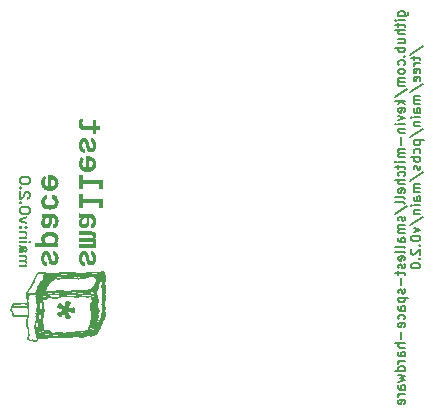
<source format=gbo>
G04 #@! TF.GenerationSoftware,KiCad,Pcbnew,8.0.5*
G04 #@! TF.CreationDate,2024-11-29T11:32:06+09:00*
G04 #@! TF.ProjectId,esp32_primary_board_v2,65737033-325f-4707-9269-6d6172795f62,rev?*
G04 #@! TF.SameCoordinates,Original*
G04 #@! TF.FileFunction,Legend,Bot*
G04 #@! TF.FilePolarity,Positive*
%FSLAX46Y46*%
G04 Gerber Fmt 4.6, Leading zero omitted, Abs format (unit mm)*
G04 Created by KiCad (PCBNEW 8.0.5) date 2024-11-29 11:32:06*
%MOMM*%
%LPD*%
G01*
G04 APERTURE LIST*
%ADD10C,0.304800*%
%ADD11C,0.152400*%
%ADD12C,0.175000*%
%ADD13C,0.000000*%
%ADD14C,2.500000*%
%ADD15C,0.854000*%
%ADD16O,1.104000X1.904000*%
%ADD17O,1.104000X2.604000*%
%ADD18R,1.700000X1.700000*%
%ADD19O,1.700000X1.700000*%
G04 APERTURE END LIST*
D10*
G36*
X122902491Y-124904815D02*
G01*
X122842627Y-124921521D01*
X122794364Y-124970247D01*
X122760952Y-125057027D01*
X122749022Y-125150451D01*
X122748422Y-125180467D01*
X122756081Y-125273646D01*
X122760024Y-125294626D01*
X122791798Y-125382029D01*
X122798077Y-125393007D01*
X122861437Y-125461818D01*
X122863974Y-125463545D01*
X122952172Y-125494114D01*
X122962819Y-125495101D01*
X122962819Y-125840826D01*
X122866008Y-125827465D01*
X122791116Y-125798597D01*
X122710369Y-125746042D01*
X122643099Y-125678859D01*
X122638904Y-125673764D01*
X122584594Y-125594254D01*
X122543072Y-125506743D01*
X122529385Y-125469577D01*
X122503935Y-125372821D01*
X122490924Y-125274954D01*
X122487620Y-125188356D01*
X122491404Y-125091786D01*
X122504162Y-124993942D01*
X122519640Y-124925697D01*
X122549869Y-124835895D01*
X122591845Y-124751689D01*
X122609204Y-124724759D01*
X122671736Y-124651901D01*
X122745174Y-124597606D01*
X122833548Y-124562483D01*
X122918269Y-124552592D01*
X123012937Y-124563845D01*
X123093684Y-124597606D01*
X123169939Y-124659259D01*
X123219909Y-124722438D01*
X123265967Y-124809450D01*
X123298845Y-124898147D01*
X123302976Y-124911775D01*
X123327755Y-125003746D01*
X123348552Y-125101691D01*
X123356807Y-125148911D01*
X123373873Y-125243205D01*
X123387435Y-125295090D01*
X123424578Y-125380960D01*
X123427344Y-125385118D01*
X123474678Y-125432452D01*
X123533150Y-125445446D01*
X123592086Y-125430596D01*
X123641277Y-125386510D01*
X123677937Y-125305764D01*
X123690474Y-125213740D01*
X123690931Y-125189284D01*
X123682537Y-125096752D01*
X123671441Y-125056099D01*
X123625061Y-124973841D01*
X123619002Y-124967463D01*
X123563778Y-124932658D01*
X123497882Y-124920593D01*
X123497882Y-124557697D01*
X123592202Y-124568486D01*
X123679330Y-124600854D01*
X123757292Y-124653409D01*
X123824117Y-124724759D01*
X123874631Y-124809615D01*
X123909337Y-124895860D01*
X123918321Y-124924769D01*
X123939530Y-125017001D01*
X123950951Y-125117587D01*
X123953126Y-125189284D01*
X123948958Y-125282873D01*
X123934906Y-125377215D01*
X123917857Y-125442662D01*
X123882518Y-125534443D01*
X123833812Y-125618388D01*
X123822725Y-125633391D01*
X123757872Y-125702304D01*
X123683042Y-125753119D01*
X123591125Y-125786890D01*
X123515980Y-125794884D01*
X123421306Y-125781963D01*
X123356807Y-125754047D01*
X123280750Y-125693877D01*
X123235687Y-125639888D01*
X123186032Y-125559373D01*
X123147067Y-125470825D01*
X123144731Y-125464473D01*
X123114556Y-125370560D01*
X123090672Y-125275879D01*
X123082547Y-125237547D01*
X123063186Y-125143433D01*
X123045886Y-125076053D01*
X123014638Y-124988531D01*
X123006905Y-124973032D01*
X122960034Y-124920129D01*
X122902491Y-124904815D01*
G37*
G36*
X123927138Y-123993862D02*
G01*
X123927138Y-124305711D01*
X122515000Y-124305711D01*
X122515000Y-123975300D01*
X123572131Y-123975300D01*
X123603688Y-123961378D01*
X123628283Y-123942815D01*
X123650558Y-123910331D01*
X123658447Y-123868565D01*
X123652414Y-123829584D01*
X123632459Y-123796636D01*
X123591622Y-123775753D01*
X123525261Y-123767864D01*
X122515000Y-123767864D01*
X122515000Y-123448126D01*
X123556353Y-123448126D01*
X123581413Y-123448126D01*
X123593014Y-123448126D01*
X123618538Y-123432812D01*
X123638956Y-123411465D01*
X123652878Y-123381301D01*
X123658447Y-123343712D01*
X123652414Y-123305195D01*
X123632459Y-123272247D01*
X123590230Y-123249508D01*
X123523869Y-123240690D01*
X122515000Y-123240690D01*
X122515000Y-122910279D01*
X123522477Y-122910279D01*
X123618369Y-122914720D01*
X123711210Y-122930672D01*
X123721559Y-122933482D01*
X123812051Y-122968794D01*
X123855209Y-122996594D01*
X123916117Y-123067073D01*
X123929459Y-123094047D01*
X123951993Y-123185715D01*
X123953126Y-123213311D01*
X123940132Y-123307515D01*
X123903935Y-123384085D01*
X123859849Y-123434668D01*
X123803234Y-123475505D01*
X123861242Y-123503813D01*
X123904863Y-123542330D01*
X123941524Y-123610083D01*
X123953126Y-123698719D01*
X123939900Y-123793039D01*
X123900223Y-123871814D01*
X123833505Y-123938609D01*
X123756364Y-123983189D01*
X123927138Y-123993862D01*
G37*
G36*
X122624778Y-121405489D02*
G01*
X122664891Y-121414609D01*
X122761132Y-121426241D01*
X122852836Y-121428995D01*
X123458436Y-121428995D01*
X123553453Y-121436577D01*
X123644815Y-121461701D01*
X123674689Y-121474937D01*
X123755100Y-121525322D01*
X123821439Y-121591206D01*
X123829221Y-121601161D01*
X123880021Y-121683720D01*
X123915475Y-121772367D01*
X123921570Y-121792819D01*
X123942001Y-121885167D01*
X123952016Y-121983488D01*
X123953126Y-122030882D01*
X123948903Y-122124780D01*
X123934666Y-122218709D01*
X123917393Y-122283332D01*
X123881242Y-122373082D01*
X123831665Y-122454853D01*
X123820404Y-122469420D01*
X123753927Y-122536825D01*
X123677937Y-122585900D01*
X123589525Y-122617040D01*
X123507163Y-122625809D01*
X123507163Y-122262913D01*
X123575844Y-122251775D01*
X123629675Y-122217435D01*
X123667728Y-122149218D01*
X123681636Y-122053925D01*
X123681650Y-122050373D01*
X123670928Y-121955073D01*
X123665408Y-121936214D01*
X123619002Y-121854539D01*
X123550785Y-121807669D01*
X123461221Y-121791891D01*
X123377690Y-121791891D01*
X123377690Y-121994221D01*
X123374925Y-122088520D01*
X123365499Y-122184293D01*
X123349382Y-122271730D01*
X123322547Y-122363406D01*
X123281114Y-122453388D01*
X123268171Y-122474525D01*
X123205883Y-122550239D01*
X123129524Y-122605967D01*
X123118279Y-122611887D01*
X123027529Y-122644530D01*
X122932157Y-122656965D01*
X122910380Y-122657365D01*
X122817175Y-122647019D01*
X122741461Y-122620704D01*
X122661030Y-122570357D01*
X122607812Y-122518611D01*
X122552424Y-122437445D01*
X122520104Y-122363150D01*
X122496785Y-122267786D01*
X122489042Y-122170374D01*
X122489012Y-122163604D01*
X122494752Y-122086570D01*
X122769305Y-122086570D01*
X122781835Y-122176133D01*
X122815247Y-122240638D01*
X122869542Y-122281011D01*
X122939152Y-122294469D01*
X123028251Y-122276371D01*
X123099717Y-122219755D01*
X123141575Y-122133331D01*
X123144731Y-122122302D01*
X123159387Y-122027726D01*
X123160973Y-121977051D01*
X123160973Y-121791891D01*
X122918269Y-121791891D01*
X122863974Y-121835048D01*
X122816639Y-121900017D01*
X122782299Y-121984940D01*
X122769356Y-122079756D01*
X122769305Y-122086570D01*
X122494752Y-122086570D01*
X122496060Y-122069022D01*
X122501542Y-122039699D01*
X122529171Y-121949202D01*
X122535882Y-121933893D01*
X122581971Y-121852946D01*
X122585537Y-121848042D01*
X122646793Y-121778897D01*
X122574863Y-121763119D01*
X122515000Y-121740844D01*
X122515000Y-121372843D01*
X122537274Y-121372843D01*
X122624778Y-121405489D01*
G37*
G36*
X124519745Y-120951011D02*
G01*
X124223674Y-120951011D01*
X124223674Y-120528251D01*
X122810143Y-120528251D01*
X122810143Y-120951011D01*
X122515000Y-120951011D01*
X122515000Y-119756981D01*
X122810143Y-119756981D01*
X122810143Y-120161643D01*
X124519745Y-120161643D01*
X124519745Y-120951011D01*
G37*
G36*
X124519745Y-119354640D02*
G01*
X124223674Y-119354640D01*
X124223674Y-118931880D01*
X122810143Y-118931880D01*
X122810143Y-119354640D01*
X122515000Y-119354640D01*
X122515000Y-118160610D01*
X122810143Y-118160610D01*
X122810143Y-118565272D01*
X124519745Y-118565272D01*
X124519745Y-119354640D01*
G37*
G36*
X123352032Y-116549891D02*
G01*
X123449948Y-116564263D01*
X123541503Y-116588834D01*
X123632691Y-116626684D01*
X123713438Y-116675498D01*
X123761468Y-116714131D01*
X123828931Y-116787974D01*
X123879104Y-116866741D01*
X123903007Y-116917390D01*
X123933548Y-117011536D01*
X123949161Y-117106092D01*
X123953126Y-117189330D01*
X123946820Y-117288153D01*
X123927902Y-117381712D01*
X123899759Y-117462198D01*
X123853664Y-117551406D01*
X123795432Y-117631087D01*
X123749867Y-117678914D01*
X123672187Y-117741802D01*
X123591694Y-117789474D01*
X123519228Y-117821381D01*
X123423999Y-117850180D01*
X123331622Y-117865987D01*
X123233716Y-117871915D01*
X123223621Y-117871964D01*
X123171646Y-117871964D01*
X123075784Y-117865877D01*
X122984089Y-117847617D01*
X122904347Y-117820453D01*
X122815704Y-117775620D01*
X122736328Y-117718389D01*
X122688558Y-117673346D01*
X122624496Y-117596645D01*
X122575518Y-117516934D01*
X122542379Y-117445027D01*
X122511995Y-117349953D01*
X122495318Y-117257431D01*
X122489064Y-117159108D01*
X122489012Y-117148956D01*
X122493972Y-117049850D01*
X122508851Y-116957647D01*
X122537446Y-116862169D01*
X122568367Y-116793949D01*
X122620021Y-116707908D01*
X122680923Y-116631582D01*
X122746102Y-116574448D01*
X122941936Y-116755896D01*
X122874774Y-116822990D01*
X122825558Y-116906807D01*
X122820352Y-116919246D01*
X122792753Y-117008286D01*
X122780333Y-117106643D01*
X122779979Y-117126681D01*
X122789971Y-117220965D01*
X122803182Y-117266364D01*
X122847272Y-117350990D01*
X122870006Y-117380059D01*
X122941213Y-117443573D01*
X122963283Y-117457093D01*
X123049903Y-117491410D01*
X123099717Y-117503963D01*
X123103429Y-117503963D01*
X123103429Y-117497466D01*
X123354023Y-117497466D01*
X123446894Y-117472075D01*
X123479319Y-117458485D01*
X123560456Y-117407230D01*
X123576308Y-117393053D01*
X123632394Y-117316867D01*
X123638028Y-117304417D01*
X123659307Y-117211007D01*
X123659839Y-117192114D01*
X123647570Y-117097532D01*
X123638028Y-117070066D01*
X123588946Y-116989921D01*
X123580020Y-116980502D01*
X123500378Y-116927013D01*
X123490921Y-116922958D01*
X123397071Y-116902402D01*
X123382794Y-116902076D01*
X123354023Y-116902076D01*
X123354023Y-117497466D01*
X123103429Y-117497466D01*
X123103429Y-116545676D01*
X123257498Y-116545676D01*
X123352032Y-116549891D01*
G37*
G36*
X122902491Y-115326587D02*
G01*
X122842627Y-115343293D01*
X122794364Y-115392020D01*
X122760952Y-115478799D01*
X122749022Y-115572223D01*
X122748422Y-115602240D01*
X122756081Y-115695418D01*
X122760024Y-115716399D01*
X122791798Y-115803802D01*
X122798077Y-115814780D01*
X122861437Y-115883590D01*
X122863974Y-115885317D01*
X122952172Y-115915886D01*
X122962819Y-115916873D01*
X122962819Y-116262599D01*
X122866008Y-116249237D01*
X122791116Y-116220369D01*
X122710369Y-116167814D01*
X122643099Y-116100632D01*
X122638904Y-116095537D01*
X122584594Y-116016026D01*
X122543072Y-115928516D01*
X122529385Y-115891350D01*
X122503935Y-115794593D01*
X122490924Y-115696727D01*
X122487620Y-115610129D01*
X122491404Y-115513559D01*
X122504162Y-115415714D01*
X122519640Y-115347470D01*
X122549869Y-115257667D01*
X122591845Y-115173462D01*
X122609204Y-115146531D01*
X122671736Y-115073674D01*
X122745174Y-115019378D01*
X122833548Y-114984255D01*
X122918269Y-114974364D01*
X123012937Y-114985618D01*
X123093684Y-115019378D01*
X123169939Y-115081032D01*
X123219909Y-115144211D01*
X123265967Y-115231222D01*
X123298845Y-115319920D01*
X123302976Y-115333548D01*
X123327755Y-115425519D01*
X123348552Y-115523463D01*
X123356807Y-115570683D01*
X123373873Y-115664977D01*
X123387435Y-115716863D01*
X123424578Y-115802732D01*
X123427344Y-115806891D01*
X123474678Y-115854225D01*
X123533150Y-115867219D01*
X123592086Y-115852369D01*
X123641277Y-115808283D01*
X123677937Y-115727536D01*
X123690474Y-115635512D01*
X123690931Y-115611057D01*
X123682537Y-115518524D01*
X123671441Y-115477871D01*
X123625061Y-115395613D01*
X123619002Y-115389235D01*
X123563778Y-115354431D01*
X123497882Y-115342365D01*
X123497882Y-114979469D01*
X123592202Y-114990259D01*
X123679330Y-115022627D01*
X123757292Y-115075182D01*
X123824117Y-115146531D01*
X123874631Y-115231388D01*
X123909337Y-115317632D01*
X123918321Y-115346542D01*
X123939530Y-115438774D01*
X123950951Y-115539359D01*
X123953126Y-115611057D01*
X123948958Y-115704646D01*
X123934906Y-115798988D01*
X123917857Y-115864434D01*
X123882518Y-115956215D01*
X123833812Y-116040161D01*
X123822725Y-116055163D01*
X123757872Y-116124077D01*
X123683042Y-116174891D01*
X123591125Y-116208663D01*
X123515980Y-116216657D01*
X123421306Y-116203736D01*
X123356807Y-116175819D01*
X123280750Y-116115649D01*
X123235687Y-116061660D01*
X123186032Y-115981146D01*
X123147067Y-115892598D01*
X123144731Y-115886245D01*
X123114556Y-115792333D01*
X123090672Y-115697652D01*
X123082547Y-115659319D01*
X123063186Y-115565205D01*
X123045886Y-115497826D01*
X123014638Y-115410303D01*
X123006905Y-115394804D01*
X122960034Y-115341901D01*
X122902491Y-115326587D01*
G37*
G36*
X124272864Y-113975704D02*
G01*
X124272864Y-114338600D01*
X123927138Y-114338600D01*
X123927138Y-114661123D01*
X123659839Y-114661123D01*
X123659839Y-114338600D01*
X123017578Y-114338600D01*
X122918428Y-114333445D01*
X122823683Y-114316224D01*
X122778122Y-114301939D01*
X122692436Y-114260738D01*
X122618346Y-114201730D01*
X122614309Y-114197526D01*
X122554609Y-114119028D01*
X122518248Y-114036496D01*
X122496264Y-113943054D01*
X122487889Y-113847378D01*
X122487620Y-113825812D01*
X122491302Y-113730700D01*
X122493653Y-113703764D01*
X122505469Y-113609434D01*
X122509895Y-113584036D01*
X122531418Y-113492010D01*
X122536346Y-113475910D01*
X122573505Y-113389637D01*
X122574863Y-113387274D01*
X122824528Y-113422543D01*
X122811071Y-113481943D01*
X122799469Y-113555265D01*
X122788796Y-113639724D01*
X122785083Y-113725111D01*
X122795755Y-113820262D01*
X122798077Y-113829061D01*
X122842627Y-113907951D01*
X122924302Y-113958070D01*
X123015925Y-113974602D01*
X123052847Y-113975704D01*
X123659839Y-113975704D01*
X123659839Y-113448531D01*
X123927138Y-113448531D01*
X123927138Y-113975704D01*
X124272864Y-113975704D01*
G37*
G36*
X119710491Y-124904815D02*
G01*
X119650627Y-124921521D01*
X119602364Y-124970247D01*
X119568952Y-125057027D01*
X119557022Y-125150451D01*
X119556422Y-125180467D01*
X119564081Y-125273646D01*
X119568024Y-125294626D01*
X119599798Y-125382029D01*
X119606077Y-125393007D01*
X119669437Y-125461818D01*
X119671974Y-125463545D01*
X119760172Y-125494114D01*
X119770819Y-125495101D01*
X119770819Y-125840826D01*
X119674008Y-125827465D01*
X119599116Y-125798597D01*
X119518369Y-125746042D01*
X119451099Y-125678859D01*
X119446904Y-125673764D01*
X119392594Y-125594254D01*
X119351072Y-125506743D01*
X119337385Y-125469577D01*
X119311935Y-125372821D01*
X119298924Y-125274954D01*
X119295620Y-125188356D01*
X119299404Y-125091786D01*
X119312162Y-124993942D01*
X119327640Y-124925697D01*
X119357869Y-124835895D01*
X119399845Y-124751689D01*
X119417204Y-124724759D01*
X119479736Y-124651901D01*
X119553174Y-124597606D01*
X119641548Y-124562483D01*
X119726269Y-124552592D01*
X119820937Y-124563845D01*
X119901684Y-124597606D01*
X119977939Y-124659259D01*
X120027909Y-124722438D01*
X120073967Y-124809450D01*
X120106845Y-124898147D01*
X120110976Y-124911775D01*
X120135755Y-125003746D01*
X120156552Y-125101691D01*
X120164807Y-125148911D01*
X120181873Y-125243205D01*
X120195435Y-125295090D01*
X120232578Y-125380960D01*
X120235344Y-125385118D01*
X120282678Y-125432452D01*
X120341150Y-125445446D01*
X120400086Y-125430596D01*
X120449277Y-125386510D01*
X120485937Y-125305764D01*
X120498474Y-125213740D01*
X120498931Y-125189284D01*
X120490537Y-125096752D01*
X120479441Y-125056099D01*
X120433061Y-124973841D01*
X120427002Y-124967463D01*
X120371778Y-124932658D01*
X120305882Y-124920593D01*
X120305882Y-124557697D01*
X120400202Y-124568486D01*
X120487330Y-124600854D01*
X120565292Y-124653409D01*
X120632117Y-124724759D01*
X120682631Y-124809615D01*
X120717337Y-124895860D01*
X120726321Y-124924769D01*
X120747530Y-125017001D01*
X120758951Y-125117587D01*
X120761126Y-125189284D01*
X120756958Y-125282873D01*
X120742906Y-125377215D01*
X120725857Y-125442662D01*
X120690518Y-125534443D01*
X120641812Y-125618388D01*
X120630725Y-125633391D01*
X120565872Y-125702304D01*
X120491042Y-125753119D01*
X120399125Y-125786890D01*
X120323980Y-125794884D01*
X120229306Y-125781963D01*
X120164807Y-125754047D01*
X120088750Y-125693877D01*
X120043687Y-125639888D01*
X119994032Y-125559373D01*
X119955067Y-125470825D01*
X119952731Y-125464473D01*
X119922556Y-125370560D01*
X119898672Y-125275879D01*
X119890547Y-125237547D01*
X119871186Y-125143433D01*
X119853886Y-125076053D01*
X119822638Y-124988531D01*
X119814905Y-124973032D01*
X119768034Y-124920129D01*
X119710491Y-124904815D01*
G37*
G36*
X120141031Y-122954651D02*
G01*
X120241828Y-122966705D01*
X120336046Y-122987313D01*
X120430366Y-123019159D01*
X120514245Y-123060403D01*
X120564364Y-123093119D01*
X120633558Y-123155868D01*
X120692487Y-123235607D01*
X120709615Y-123267142D01*
X120742966Y-123355978D01*
X120759315Y-123455078D01*
X120761126Y-123504277D01*
X120753295Y-123597293D01*
X120747204Y-123626325D01*
X120716565Y-123715257D01*
X120709151Y-123730275D01*
X120659960Y-123803133D01*
X120596848Y-123865781D01*
X120735138Y-123878775D01*
X120735138Y-124214291D01*
X118780048Y-124214291D01*
X118780048Y-123851395D01*
X119445512Y-123851395D01*
X119395857Y-123799884D01*
X119355948Y-123741877D01*
X119317937Y-123653411D01*
X119311862Y-123631430D01*
X119306971Y-123598018D01*
X119587979Y-123598018D01*
X119597724Y-123685725D01*
X119626032Y-123754870D01*
X119672438Y-123810558D01*
X119734158Y-123851395D01*
X120323980Y-123851395D01*
X120388020Y-123807773D01*
X120433498Y-123748374D01*
X120458094Y-123682013D01*
X120466447Y-123600802D01*
X120450874Y-123505847D01*
X120433498Y-123469937D01*
X120371459Y-123399196D01*
X120344863Y-123380373D01*
X120256309Y-123342128D01*
X120209821Y-123330254D01*
X120113865Y-123316693D01*
X120043687Y-123314012D01*
X120015843Y-123314012D01*
X119920631Y-123319004D01*
X119850637Y-123329790D01*
X119761197Y-123356184D01*
X119714667Y-123378981D01*
X119642893Y-123438226D01*
X119621855Y-123467152D01*
X119590658Y-123556709D01*
X119587979Y-123598018D01*
X119306971Y-123598018D01*
X119297940Y-123536326D01*
X119297012Y-123501957D01*
X119304713Y-123406527D01*
X119330434Y-123312424D01*
X119351771Y-123265750D01*
X119403156Y-123187105D01*
X119468327Y-123119336D01*
X119503055Y-123091727D01*
X119586401Y-123041061D01*
X119674076Y-123004081D01*
X119729981Y-122986849D01*
X119823431Y-122966505D01*
X119921925Y-122954606D01*
X120015843Y-122951116D01*
X120043687Y-122951116D01*
X120141031Y-122954651D01*
G37*
G36*
X119432778Y-121405489D02*
G01*
X119472891Y-121414609D01*
X119569132Y-121426241D01*
X119660836Y-121428995D01*
X120266436Y-121428995D01*
X120361453Y-121436577D01*
X120452815Y-121461701D01*
X120482689Y-121474937D01*
X120563100Y-121525322D01*
X120629439Y-121591206D01*
X120637221Y-121601161D01*
X120688021Y-121683720D01*
X120723475Y-121772367D01*
X120729570Y-121792819D01*
X120750001Y-121885167D01*
X120760016Y-121983488D01*
X120761126Y-122030882D01*
X120756903Y-122124780D01*
X120742666Y-122218709D01*
X120725393Y-122283332D01*
X120689242Y-122373082D01*
X120639665Y-122454853D01*
X120628404Y-122469420D01*
X120561927Y-122536825D01*
X120485937Y-122585900D01*
X120397525Y-122617040D01*
X120315163Y-122625809D01*
X120315163Y-122262913D01*
X120383844Y-122251775D01*
X120437675Y-122217435D01*
X120475728Y-122149218D01*
X120489636Y-122053925D01*
X120489650Y-122050373D01*
X120478928Y-121955073D01*
X120473408Y-121936214D01*
X120427002Y-121854539D01*
X120358785Y-121807669D01*
X120269221Y-121791891D01*
X120185690Y-121791891D01*
X120185690Y-121994221D01*
X120182925Y-122088520D01*
X120173499Y-122184293D01*
X120157382Y-122271730D01*
X120130547Y-122363406D01*
X120089114Y-122453388D01*
X120076171Y-122474525D01*
X120013883Y-122550239D01*
X119937524Y-122605967D01*
X119926279Y-122611887D01*
X119835529Y-122644530D01*
X119740157Y-122656965D01*
X119718380Y-122657365D01*
X119625175Y-122647019D01*
X119549461Y-122620704D01*
X119469030Y-122570357D01*
X119415812Y-122518611D01*
X119360424Y-122437445D01*
X119328104Y-122363150D01*
X119304785Y-122267786D01*
X119297042Y-122170374D01*
X119297012Y-122163604D01*
X119302752Y-122086570D01*
X119577305Y-122086570D01*
X119589835Y-122176133D01*
X119623247Y-122240638D01*
X119677542Y-122281011D01*
X119747152Y-122294469D01*
X119836251Y-122276371D01*
X119907717Y-122219755D01*
X119949575Y-122133331D01*
X119952731Y-122122302D01*
X119967387Y-122027726D01*
X119968973Y-121977051D01*
X119968973Y-121791891D01*
X119726269Y-121791891D01*
X119671974Y-121835048D01*
X119624639Y-121900017D01*
X119590299Y-121984940D01*
X119577356Y-122079756D01*
X119577305Y-122086570D01*
X119302752Y-122086570D01*
X119304060Y-122069022D01*
X119309542Y-122039699D01*
X119337171Y-121949202D01*
X119343882Y-121933893D01*
X119389971Y-121852946D01*
X119393537Y-121848042D01*
X119454793Y-121778897D01*
X119382863Y-121763119D01*
X119323000Y-121740844D01*
X119323000Y-121372843D01*
X119345274Y-121372843D01*
X119432778Y-121405489D01*
G37*
G36*
X119586586Y-120401563D02*
G01*
X119599020Y-120494754D01*
X119621855Y-120545886D01*
X119684780Y-120615044D01*
X119716060Y-120635450D01*
X119803537Y-120672159D01*
X119849245Y-120682320D01*
X119942299Y-120693169D01*
X120008418Y-120695314D01*
X120047399Y-120695314D01*
X120141486Y-120690569D01*
X120203788Y-120681856D01*
X120296083Y-120654990D01*
X120338366Y-120634057D01*
X120410860Y-120575135D01*
X120432570Y-120545422D01*
X120464395Y-120453956D01*
X120467839Y-120402955D01*
X120453303Y-120310438D01*
X120447420Y-120294829D01*
X120397307Y-120214370D01*
X120393125Y-120209905D01*
X120315295Y-120157686D01*
X120312378Y-120156538D01*
X120219602Y-120140495D01*
X120213069Y-120140760D01*
X120213069Y-119798747D01*
X120310890Y-119804297D01*
X120407328Y-119827746D01*
X120439531Y-119840512D01*
X120522455Y-119885927D01*
X120594187Y-119945020D01*
X120612626Y-119964417D01*
X120668306Y-120040933D01*
X120711906Y-120129173D01*
X120722145Y-120156538D01*
X120747383Y-120249870D01*
X120759755Y-120349635D01*
X120761126Y-120397850D01*
X120755642Y-120495802D01*
X120736943Y-120594650D01*
X120704974Y-120684176D01*
X120657401Y-120771144D01*
X120598211Y-120846888D01*
X120552298Y-120891147D01*
X120475206Y-120947922D01*
X120388717Y-120992951D01*
X120325836Y-121016444D01*
X120234520Y-121040223D01*
X120138598Y-121054131D01*
X120047399Y-121058210D01*
X120008418Y-121058210D01*
X119908254Y-121053220D01*
X119812586Y-121038249D01*
X119729517Y-121015980D01*
X119636763Y-120978217D01*
X119553406Y-120928968D01*
X119503055Y-120889755D01*
X119436405Y-120822278D01*
X119381239Y-120743054D01*
X119350843Y-120683712D01*
X119319403Y-120593702D01*
X119301013Y-120494041D01*
X119295620Y-120395066D01*
X119301977Y-120298647D01*
X119321047Y-120206211D01*
X119334137Y-120164891D01*
X119373435Y-120074621D01*
X119423926Y-119994653D01*
X119440407Y-119973698D01*
X119509636Y-119904238D01*
X119590284Y-119849870D01*
X119601900Y-119843761D01*
X119693684Y-119810064D01*
X119792401Y-119798596D01*
X119806087Y-119798747D01*
X119806087Y-120140760D01*
X119715595Y-120158394D01*
X119646914Y-120215010D01*
X119602364Y-120299933D01*
X119586725Y-120391601D01*
X119586586Y-120401563D01*
G37*
G36*
X120160032Y-118146262D02*
G01*
X120257948Y-118160634D01*
X120349503Y-118185205D01*
X120440691Y-118223055D01*
X120521438Y-118271869D01*
X120569468Y-118310502D01*
X120636931Y-118384345D01*
X120687104Y-118463112D01*
X120711007Y-118513761D01*
X120741548Y-118607907D01*
X120757161Y-118702463D01*
X120761126Y-118785701D01*
X120754820Y-118884524D01*
X120735902Y-118978083D01*
X120707759Y-119058569D01*
X120661664Y-119147777D01*
X120603432Y-119227458D01*
X120557867Y-119275286D01*
X120480187Y-119338173D01*
X120399694Y-119385845D01*
X120327228Y-119417752D01*
X120231999Y-119446551D01*
X120139622Y-119462358D01*
X120041716Y-119468286D01*
X120031621Y-119468335D01*
X119979646Y-119468335D01*
X119883784Y-119462248D01*
X119792089Y-119443988D01*
X119712347Y-119416824D01*
X119623704Y-119371992D01*
X119544328Y-119314760D01*
X119496558Y-119269717D01*
X119432496Y-119193016D01*
X119383518Y-119113306D01*
X119350379Y-119041399D01*
X119319995Y-118946324D01*
X119303318Y-118853802D01*
X119297064Y-118755479D01*
X119297012Y-118745327D01*
X119301972Y-118646221D01*
X119316851Y-118554018D01*
X119345446Y-118458541D01*
X119376367Y-118390321D01*
X119428021Y-118304279D01*
X119488923Y-118227953D01*
X119554102Y-118170819D01*
X119749936Y-118352267D01*
X119682774Y-118419362D01*
X119633558Y-118503178D01*
X119628352Y-118515617D01*
X119600753Y-118604657D01*
X119588333Y-118703014D01*
X119587979Y-118723053D01*
X119597971Y-118817336D01*
X119611182Y-118862735D01*
X119655272Y-118947361D01*
X119678006Y-118976430D01*
X119749213Y-119039944D01*
X119771283Y-119053464D01*
X119857903Y-119087781D01*
X119907717Y-119100334D01*
X119911429Y-119100334D01*
X119911429Y-119093838D01*
X120162023Y-119093838D01*
X120254894Y-119068447D01*
X120287319Y-119054856D01*
X120368456Y-119003601D01*
X120384308Y-118989424D01*
X120440394Y-118913238D01*
X120446028Y-118900788D01*
X120467307Y-118807378D01*
X120467839Y-118788485D01*
X120455570Y-118693904D01*
X120446028Y-118666437D01*
X120396946Y-118586292D01*
X120388020Y-118576873D01*
X120308378Y-118523384D01*
X120298921Y-118519330D01*
X120205071Y-118498773D01*
X120190794Y-118498447D01*
X120162023Y-118498447D01*
X120162023Y-119093838D01*
X119911429Y-119093838D01*
X119911429Y-118142048D01*
X120065498Y-118142048D01*
X120160032Y-118146262D01*
G37*
D11*
X149542175Y-104642129D02*
X150200156Y-104642129D01*
X150200156Y-104642129D02*
X150277565Y-104603424D01*
X150277565Y-104603424D02*
X150316270Y-104564720D01*
X150316270Y-104564720D02*
X150354975Y-104487310D01*
X150354975Y-104487310D02*
X150354975Y-104371196D01*
X150354975Y-104371196D02*
X150316270Y-104293786D01*
X150045337Y-104642129D02*
X150084041Y-104564720D01*
X150084041Y-104564720D02*
X150084041Y-104409901D01*
X150084041Y-104409901D02*
X150045337Y-104332491D01*
X150045337Y-104332491D02*
X150006632Y-104293786D01*
X150006632Y-104293786D02*
X149929222Y-104255082D01*
X149929222Y-104255082D02*
X149696994Y-104255082D01*
X149696994Y-104255082D02*
X149619584Y-104293786D01*
X149619584Y-104293786D02*
X149580879Y-104332491D01*
X149580879Y-104332491D02*
X149542175Y-104409901D01*
X149542175Y-104409901D02*
X149542175Y-104564720D01*
X149542175Y-104564720D02*
X149580879Y-104642129D01*
X150084041Y-105029176D02*
X149542175Y-105029176D01*
X149271241Y-105029176D02*
X149309946Y-104990472D01*
X149309946Y-104990472D02*
X149348651Y-105029176D01*
X149348651Y-105029176D02*
X149309946Y-105067881D01*
X149309946Y-105067881D02*
X149271241Y-105029176D01*
X149271241Y-105029176D02*
X149348651Y-105029176D01*
X149542175Y-105300110D02*
X149542175Y-105609748D01*
X149271241Y-105416224D02*
X149967927Y-105416224D01*
X149967927Y-105416224D02*
X150045337Y-105454929D01*
X150045337Y-105454929D02*
X150084041Y-105532339D01*
X150084041Y-105532339D02*
X150084041Y-105609748D01*
X150084041Y-105880681D02*
X149271241Y-105880681D01*
X150084041Y-106229024D02*
X149658289Y-106229024D01*
X149658289Y-106229024D02*
X149580879Y-106190319D01*
X149580879Y-106190319D02*
X149542175Y-106112910D01*
X149542175Y-106112910D02*
X149542175Y-105996796D01*
X149542175Y-105996796D02*
X149580879Y-105919386D01*
X149580879Y-105919386D02*
X149619584Y-105880681D01*
X149542175Y-106964414D02*
X150084041Y-106964414D01*
X149542175Y-106616071D02*
X149967927Y-106616071D01*
X149967927Y-106616071D02*
X150045337Y-106654776D01*
X150045337Y-106654776D02*
X150084041Y-106732186D01*
X150084041Y-106732186D02*
X150084041Y-106848300D01*
X150084041Y-106848300D02*
X150045337Y-106925709D01*
X150045337Y-106925709D02*
X150006632Y-106964414D01*
X150084041Y-107351461D02*
X149271241Y-107351461D01*
X149580879Y-107351461D02*
X149542175Y-107428871D01*
X149542175Y-107428871D02*
X149542175Y-107583690D01*
X149542175Y-107583690D02*
X149580879Y-107661099D01*
X149580879Y-107661099D02*
X149619584Y-107699804D01*
X149619584Y-107699804D02*
X149696994Y-107738509D01*
X149696994Y-107738509D02*
X149929222Y-107738509D01*
X149929222Y-107738509D02*
X150006632Y-107699804D01*
X150006632Y-107699804D02*
X150045337Y-107661099D01*
X150045337Y-107661099D02*
X150084041Y-107583690D01*
X150084041Y-107583690D02*
X150084041Y-107428871D01*
X150084041Y-107428871D02*
X150045337Y-107351461D01*
X150006632Y-108086851D02*
X150045337Y-108125556D01*
X150045337Y-108125556D02*
X150084041Y-108086851D01*
X150084041Y-108086851D02*
X150045337Y-108048147D01*
X150045337Y-108048147D02*
X150006632Y-108086851D01*
X150006632Y-108086851D02*
X150084041Y-108086851D01*
X150045337Y-108822242D02*
X150084041Y-108744833D01*
X150084041Y-108744833D02*
X150084041Y-108590014D01*
X150084041Y-108590014D02*
X150045337Y-108512604D01*
X150045337Y-108512604D02*
X150006632Y-108473899D01*
X150006632Y-108473899D02*
X149929222Y-108435195D01*
X149929222Y-108435195D02*
X149696994Y-108435195D01*
X149696994Y-108435195D02*
X149619584Y-108473899D01*
X149619584Y-108473899D02*
X149580879Y-108512604D01*
X149580879Y-108512604D02*
X149542175Y-108590014D01*
X149542175Y-108590014D02*
X149542175Y-108744833D01*
X149542175Y-108744833D02*
X149580879Y-108822242D01*
X150084041Y-109286700D02*
X150045337Y-109209290D01*
X150045337Y-109209290D02*
X150006632Y-109170585D01*
X150006632Y-109170585D02*
X149929222Y-109131881D01*
X149929222Y-109131881D02*
X149696994Y-109131881D01*
X149696994Y-109131881D02*
X149619584Y-109170585D01*
X149619584Y-109170585D02*
X149580879Y-109209290D01*
X149580879Y-109209290D02*
X149542175Y-109286700D01*
X149542175Y-109286700D02*
X149542175Y-109402814D01*
X149542175Y-109402814D02*
X149580879Y-109480223D01*
X149580879Y-109480223D02*
X149619584Y-109518928D01*
X149619584Y-109518928D02*
X149696994Y-109557633D01*
X149696994Y-109557633D02*
X149929222Y-109557633D01*
X149929222Y-109557633D02*
X150006632Y-109518928D01*
X150006632Y-109518928D02*
X150045337Y-109480223D01*
X150045337Y-109480223D02*
X150084041Y-109402814D01*
X150084041Y-109402814D02*
X150084041Y-109286700D01*
X150084041Y-109905975D02*
X149542175Y-109905975D01*
X149619584Y-109905975D02*
X149580879Y-109944680D01*
X149580879Y-109944680D02*
X149542175Y-110022090D01*
X149542175Y-110022090D02*
X149542175Y-110138204D01*
X149542175Y-110138204D02*
X149580879Y-110215613D01*
X149580879Y-110215613D02*
X149658289Y-110254318D01*
X149658289Y-110254318D02*
X150084041Y-110254318D01*
X149658289Y-110254318D02*
X149580879Y-110293023D01*
X149580879Y-110293023D02*
X149542175Y-110370432D01*
X149542175Y-110370432D02*
X149542175Y-110486547D01*
X149542175Y-110486547D02*
X149580879Y-110563956D01*
X149580879Y-110563956D02*
X149658289Y-110602661D01*
X149658289Y-110602661D02*
X150084041Y-110602661D01*
X149232537Y-111570280D02*
X150277565Y-110873594D01*
X150084041Y-111841213D02*
X149271241Y-111841213D01*
X149774403Y-111918623D02*
X150084041Y-112150851D01*
X149542175Y-112150851D02*
X149851813Y-111841213D01*
X150045337Y-112808832D02*
X150084041Y-112731423D01*
X150084041Y-112731423D02*
X150084041Y-112576604D01*
X150084041Y-112576604D02*
X150045337Y-112499194D01*
X150045337Y-112499194D02*
X149967927Y-112460490D01*
X149967927Y-112460490D02*
X149658289Y-112460490D01*
X149658289Y-112460490D02*
X149580879Y-112499194D01*
X149580879Y-112499194D02*
X149542175Y-112576604D01*
X149542175Y-112576604D02*
X149542175Y-112731423D01*
X149542175Y-112731423D02*
X149580879Y-112808832D01*
X149580879Y-112808832D02*
X149658289Y-112847537D01*
X149658289Y-112847537D02*
X149735698Y-112847537D01*
X149735698Y-112847537D02*
X149813108Y-112460490D01*
X149542175Y-113118471D02*
X150084041Y-113311995D01*
X150084041Y-113311995D02*
X149542175Y-113505518D01*
X150084041Y-113815156D02*
X149542175Y-113815156D01*
X149271241Y-113815156D02*
X149309946Y-113776452D01*
X149309946Y-113776452D02*
X149348651Y-113815156D01*
X149348651Y-113815156D02*
X149309946Y-113853861D01*
X149309946Y-113853861D02*
X149271241Y-113815156D01*
X149271241Y-113815156D02*
X149348651Y-113815156D01*
X149542175Y-114202204D02*
X150084041Y-114202204D01*
X149619584Y-114202204D02*
X149580879Y-114240909D01*
X149580879Y-114240909D02*
X149542175Y-114318319D01*
X149542175Y-114318319D02*
X149542175Y-114434433D01*
X149542175Y-114434433D02*
X149580879Y-114511842D01*
X149580879Y-114511842D02*
X149658289Y-114550547D01*
X149658289Y-114550547D02*
X150084041Y-114550547D01*
X149774403Y-114937594D02*
X149774403Y-115556871D01*
X150084041Y-115943918D02*
X149542175Y-115943918D01*
X149619584Y-115943918D02*
X149580879Y-115982623D01*
X149580879Y-115982623D02*
X149542175Y-116060033D01*
X149542175Y-116060033D02*
X149542175Y-116176147D01*
X149542175Y-116176147D02*
X149580879Y-116253556D01*
X149580879Y-116253556D02*
X149658289Y-116292261D01*
X149658289Y-116292261D02*
X150084041Y-116292261D01*
X149658289Y-116292261D02*
X149580879Y-116330966D01*
X149580879Y-116330966D02*
X149542175Y-116408375D01*
X149542175Y-116408375D02*
X149542175Y-116524490D01*
X149542175Y-116524490D02*
X149580879Y-116601899D01*
X149580879Y-116601899D02*
X149658289Y-116640604D01*
X149658289Y-116640604D02*
X150084041Y-116640604D01*
X150084041Y-117027651D02*
X149542175Y-117027651D01*
X149271241Y-117027651D02*
X149309946Y-116988947D01*
X149309946Y-116988947D02*
X149348651Y-117027651D01*
X149348651Y-117027651D02*
X149309946Y-117066356D01*
X149309946Y-117066356D02*
X149271241Y-117027651D01*
X149271241Y-117027651D02*
X149348651Y-117027651D01*
X149542175Y-117298585D02*
X149542175Y-117608223D01*
X149271241Y-117414699D02*
X149967927Y-117414699D01*
X149967927Y-117414699D02*
X150045337Y-117453404D01*
X150045337Y-117453404D02*
X150084041Y-117530814D01*
X150084041Y-117530814D02*
X150084041Y-117608223D01*
X150045337Y-118227499D02*
X150084041Y-118150090D01*
X150084041Y-118150090D02*
X150084041Y-117995271D01*
X150084041Y-117995271D02*
X150045337Y-117917861D01*
X150045337Y-117917861D02*
X150006632Y-117879156D01*
X150006632Y-117879156D02*
X149929222Y-117840452D01*
X149929222Y-117840452D02*
X149696994Y-117840452D01*
X149696994Y-117840452D02*
X149619584Y-117879156D01*
X149619584Y-117879156D02*
X149580879Y-117917861D01*
X149580879Y-117917861D02*
X149542175Y-117995271D01*
X149542175Y-117995271D02*
X149542175Y-118150090D01*
X149542175Y-118150090D02*
X149580879Y-118227499D01*
X150084041Y-118575842D02*
X149271241Y-118575842D01*
X150084041Y-118924185D02*
X149658289Y-118924185D01*
X149658289Y-118924185D02*
X149580879Y-118885480D01*
X149580879Y-118885480D02*
X149542175Y-118808071D01*
X149542175Y-118808071D02*
X149542175Y-118691957D01*
X149542175Y-118691957D02*
X149580879Y-118614547D01*
X149580879Y-118614547D02*
X149619584Y-118575842D01*
X150045337Y-119620870D02*
X150084041Y-119543461D01*
X150084041Y-119543461D02*
X150084041Y-119388642D01*
X150084041Y-119388642D02*
X150045337Y-119311232D01*
X150045337Y-119311232D02*
X149967927Y-119272528D01*
X149967927Y-119272528D02*
X149658289Y-119272528D01*
X149658289Y-119272528D02*
X149580879Y-119311232D01*
X149580879Y-119311232D02*
X149542175Y-119388642D01*
X149542175Y-119388642D02*
X149542175Y-119543461D01*
X149542175Y-119543461D02*
X149580879Y-119620870D01*
X149580879Y-119620870D02*
X149658289Y-119659575D01*
X149658289Y-119659575D02*
X149735698Y-119659575D01*
X149735698Y-119659575D02*
X149813108Y-119272528D01*
X150084041Y-120124033D02*
X150045337Y-120046623D01*
X150045337Y-120046623D02*
X149967927Y-120007918D01*
X149967927Y-120007918D02*
X149271241Y-120007918D01*
X150084041Y-120549785D02*
X150045337Y-120472375D01*
X150045337Y-120472375D02*
X149967927Y-120433670D01*
X149967927Y-120433670D02*
X149271241Y-120433670D01*
X149232537Y-121439994D02*
X150277565Y-120743308D01*
X150045337Y-121672223D02*
X150084041Y-121749632D01*
X150084041Y-121749632D02*
X150084041Y-121904451D01*
X150084041Y-121904451D02*
X150045337Y-121981861D01*
X150045337Y-121981861D02*
X149967927Y-122020565D01*
X149967927Y-122020565D02*
X149929222Y-122020565D01*
X149929222Y-122020565D02*
X149851813Y-121981861D01*
X149851813Y-121981861D02*
X149813108Y-121904451D01*
X149813108Y-121904451D02*
X149813108Y-121788337D01*
X149813108Y-121788337D02*
X149774403Y-121710927D01*
X149774403Y-121710927D02*
X149696994Y-121672223D01*
X149696994Y-121672223D02*
X149658289Y-121672223D01*
X149658289Y-121672223D02*
X149580879Y-121710927D01*
X149580879Y-121710927D02*
X149542175Y-121788337D01*
X149542175Y-121788337D02*
X149542175Y-121904451D01*
X149542175Y-121904451D02*
X149580879Y-121981861D01*
X150084041Y-122368908D02*
X149542175Y-122368908D01*
X149619584Y-122368908D02*
X149580879Y-122407613D01*
X149580879Y-122407613D02*
X149542175Y-122485023D01*
X149542175Y-122485023D02*
X149542175Y-122601137D01*
X149542175Y-122601137D02*
X149580879Y-122678546D01*
X149580879Y-122678546D02*
X149658289Y-122717251D01*
X149658289Y-122717251D02*
X150084041Y-122717251D01*
X149658289Y-122717251D02*
X149580879Y-122755956D01*
X149580879Y-122755956D02*
X149542175Y-122833365D01*
X149542175Y-122833365D02*
X149542175Y-122949480D01*
X149542175Y-122949480D02*
X149580879Y-123026889D01*
X149580879Y-123026889D02*
X149658289Y-123065594D01*
X149658289Y-123065594D02*
X150084041Y-123065594D01*
X150084041Y-123800984D02*
X149658289Y-123800984D01*
X149658289Y-123800984D02*
X149580879Y-123762279D01*
X149580879Y-123762279D02*
X149542175Y-123684870D01*
X149542175Y-123684870D02*
X149542175Y-123530051D01*
X149542175Y-123530051D02*
X149580879Y-123452641D01*
X150045337Y-123800984D02*
X150084041Y-123723575D01*
X150084041Y-123723575D02*
X150084041Y-123530051D01*
X150084041Y-123530051D02*
X150045337Y-123452641D01*
X150045337Y-123452641D02*
X149967927Y-123413937D01*
X149967927Y-123413937D02*
X149890517Y-123413937D01*
X149890517Y-123413937D02*
X149813108Y-123452641D01*
X149813108Y-123452641D02*
X149774403Y-123530051D01*
X149774403Y-123530051D02*
X149774403Y-123723575D01*
X149774403Y-123723575D02*
X149735698Y-123800984D01*
X150084041Y-124304146D02*
X150045337Y-124226736D01*
X150045337Y-124226736D02*
X149967927Y-124188031D01*
X149967927Y-124188031D02*
X149271241Y-124188031D01*
X150084041Y-124729898D02*
X150045337Y-124652488D01*
X150045337Y-124652488D02*
X149967927Y-124613783D01*
X149967927Y-124613783D02*
X149271241Y-124613783D01*
X150045337Y-125349173D02*
X150084041Y-125271764D01*
X150084041Y-125271764D02*
X150084041Y-125116945D01*
X150084041Y-125116945D02*
X150045337Y-125039535D01*
X150045337Y-125039535D02*
X149967927Y-125000831D01*
X149967927Y-125000831D02*
X149658289Y-125000831D01*
X149658289Y-125000831D02*
X149580879Y-125039535D01*
X149580879Y-125039535D02*
X149542175Y-125116945D01*
X149542175Y-125116945D02*
X149542175Y-125271764D01*
X149542175Y-125271764D02*
X149580879Y-125349173D01*
X149580879Y-125349173D02*
X149658289Y-125387878D01*
X149658289Y-125387878D02*
X149735698Y-125387878D01*
X149735698Y-125387878D02*
X149813108Y-125000831D01*
X150045337Y-125697517D02*
X150084041Y-125774926D01*
X150084041Y-125774926D02*
X150084041Y-125929745D01*
X150084041Y-125929745D02*
X150045337Y-126007155D01*
X150045337Y-126007155D02*
X149967927Y-126045859D01*
X149967927Y-126045859D02*
X149929222Y-126045859D01*
X149929222Y-126045859D02*
X149851813Y-126007155D01*
X149851813Y-126007155D02*
X149813108Y-125929745D01*
X149813108Y-125929745D02*
X149813108Y-125813631D01*
X149813108Y-125813631D02*
X149774403Y-125736221D01*
X149774403Y-125736221D02*
X149696994Y-125697517D01*
X149696994Y-125697517D02*
X149658289Y-125697517D01*
X149658289Y-125697517D02*
X149580879Y-125736221D01*
X149580879Y-125736221D02*
X149542175Y-125813631D01*
X149542175Y-125813631D02*
X149542175Y-125929745D01*
X149542175Y-125929745D02*
X149580879Y-126007155D01*
X149542175Y-126278088D02*
X149542175Y-126587726D01*
X149271241Y-126394202D02*
X149967927Y-126394202D01*
X149967927Y-126394202D02*
X150045337Y-126432907D01*
X150045337Y-126432907D02*
X150084041Y-126510317D01*
X150084041Y-126510317D02*
X150084041Y-126587726D01*
X149774403Y-126858659D02*
X149774403Y-127477936D01*
X150045337Y-127826279D02*
X150084041Y-127903688D01*
X150084041Y-127903688D02*
X150084041Y-128058507D01*
X150084041Y-128058507D02*
X150045337Y-128135917D01*
X150045337Y-128135917D02*
X149967927Y-128174621D01*
X149967927Y-128174621D02*
X149929222Y-128174621D01*
X149929222Y-128174621D02*
X149851813Y-128135917D01*
X149851813Y-128135917D02*
X149813108Y-128058507D01*
X149813108Y-128058507D02*
X149813108Y-127942393D01*
X149813108Y-127942393D02*
X149774403Y-127864983D01*
X149774403Y-127864983D02*
X149696994Y-127826279D01*
X149696994Y-127826279D02*
X149658289Y-127826279D01*
X149658289Y-127826279D02*
X149580879Y-127864983D01*
X149580879Y-127864983D02*
X149542175Y-127942393D01*
X149542175Y-127942393D02*
X149542175Y-128058507D01*
X149542175Y-128058507D02*
X149580879Y-128135917D01*
X149542175Y-128522964D02*
X150354975Y-128522964D01*
X149580879Y-128522964D02*
X149542175Y-128600374D01*
X149542175Y-128600374D02*
X149542175Y-128755193D01*
X149542175Y-128755193D02*
X149580879Y-128832602D01*
X149580879Y-128832602D02*
X149619584Y-128871307D01*
X149619584Y-128871307D02*
X149696994Y-128910012D01*
X149696994Y-128910012D02*
X149929222Y-128910012D01*
X149929222Y-128910012D02*
X150006632Y-128871307D01*
X150006632Y-128871307D02*
X150045337Y-128832602D01*
X150045337Y-128832602D02*
X150084041Y-128755193D01*
X150084041Y-128755193D02*
X150084041Y-128600374D01*
X150084041Y-128600374D02*
X150045337Y-128522964D01*
X150084041Y-129606697D02*
X149658289Y-129606697D01*
X149658289Y-129606697D02*
X149580879Y-129567992D01*
X149580879Y-129567992D02*
X149542175Y-129490583D01*
X149542175Y-129490583D02*
X149542175Y-129335764D01*
X149542175Y-129335764D02*
X149580879Y-129258354D01*
X150045337Y-129606697D02*
X150084041Y-129529288D01*
X150084041Y-129529288D02*
X150084041Y-129335764D01*
X150084041Y-129335764D02*
X150045337Y-129258354D01*
X150045337Y-129258354D02*
X149967927Y-129219650D01*
X149967927Y-129219650D02*
X149890517Y-129219650D01*
X149890517Y-129219650D02*
X149813108Y-129258354D01*
X149813108Y-129258354D02*
X149774403Y-129335764D01*
X149774403Y-129335764D02*
X149774403Y-129529288D01*
X149774403Y-129529288D02*
X149735698Y-129606697D01*
X150045337Y-130342087D02*
X150084041Y-130264678D01*
X150084041Y-130264678D02*
X150084041Y-130109859D01*
X150084041Y-130109859D02*
X150045337Y-130032449D01*
X150045337Y-130032449D02*
X150006632Y-129993744D01*
X150006632Y-129993744D02*
X149929222Y-129955040D01*
X149929222Y-129955040D02*
X149696994Y-129955040D01*
X149696994Y-129955040D02*
X149619584Y-129993744D01*
X149619584Y-129993744D02*
X149580879Y-130032449D01*
X149580879Y-130032449D02*
X149542175Y-130109859D01*
X149542175Y-130109859D02*
X149542175Y-130264678D01*
X149542175Y-130264678D02*
X149580879Y-130342087D01*
X150045337Y-131000068D02*
X150084041Y-130922659D01*
X150084041Y-130922659D02*
X150084041Y-130767840D01*
X150084041Y-130767840D02*
X150045337Y-130690430D01*
X150045337Y-130690430D02*
X149967927Y-130651726D01*
X149967927Y-130651726D02*
X149658289Y-130651726D01*
X149658289Y-130651726D02*
X149580879Y-130690430D01*
X149580879Y-130690430D02*
X149542175Y-130767840D01*
X149542175Y-130767840D02*
X149542175Y-130922659D01*
X149542175Y-130922659D02*
X149580879Y-131000068D01*
X149580879Y-131000068D02*
X149658289Y-131038773D01*
X149658289Y-131038773D02*
X149735698Y-131038773D01*
X149735698Y-131038773D02*
X149813108Y-130651726D01*
X149774403Y-131387116D02*
X149774403Y-132006393D01*
X150084041Y-132393440D02*
X149271241Y-132393440D01*
X150084041Y-132741783D02*
X149658289Y-132741783D01*
X149658289Y-132741783D02*
X149580879Y-132703078D01*
X149580879Y-132703078D02*
X149542175Y-132625669D01*
X149542175Y-132625669D02*
X149542175Y-132509555D01*
X149542175Y-132509555D02*
X149580879Y-132432145D01*
X149580879Y-132432145D02*
X149619584Y-132393440D01*
X150084041Y-133477173D02*
X149658289Y-133477173D01*
X149658289Y-133477173D02*
X149580879Y-133438468D01*
X149580879Y-133438468D02*
X149542175Y-133361059D01*
X149542175Y-133361059D02*
X149542175Y-133206240D01*
X149542175Y-133206240D02*
X149580879Y-133128830D01*
X150045337Y-133477173D02*
X150084041Y-133399764D01*
X150084041Y-133399764D02*
X150084041Y-133206240D01*
X150084041Y-133206240D02*
X150045337Y-133128830D01*
X150045337Y-133128830D02*
X149967927Y-133090126D01*
X149967927Y-133090126D02*
X149890517Y-133090126D01*
X149890517Y-133090126D02*
X149813108Y-133128830D01*
X149813108Y-133128830D02*
X149774403Y-133206240D01*
X149774403Y-133206240D02*
X149774403Y-133399764D01*
X149774403Y-133399764D02*
X149735698Y-133477173D01*
X150084041Y-133864220D02*
X149542175Y-133864220D01*
X149696994Y-133864220D02*
X149619584Y-133902925D01*
X149619584Y-133902925D02*
X149580879Y-133941630D01*
X149580879Y-133941630D02*
X149542175Y-134019039D01*
X149542175Y-134019039D02*
X149542175Y-134096449D01*
X150084041Y-134715725D02*
X149271241Y-134715725D01*
X150045337Y-134715725D02*
X150084041Y-134638316D01*
X150084041Y-134638316D02*
X150084041Y-134483497D01*
X150084041Y-134483497D02*
X150045337Y-134406087D01*
X150045337Y-134406087D02*
X150006632Y-134367382D01*
X150006632Y-134367382D02*
X149929222Y-134328678D01*
X149929222Y-134328678D02*
X149696994Y-134328678D01*
X149696994Y-134328678D02*
X149619584Y-134367382D01*
X149619584Y-134367382D02*
X149580879Y-134406087D01*
X149580879Y-134406087D02*
X149542175Y-134483497D01*
X149542175Y-134483497D02*
X149542175Y-134638316D01*
X149542175Y-134638316D02*
X149580879Y-134715725D01*
X149542175Y-135025363D02*
X150084041Y-135180182D01*
X150084041Y-135180182D02*
X149696994Y-135335001D01*
X149696994Y-135335001D02*
X150084041Y-135489820D01*
X150084041Y-135489820D02*
X149542175Y-135644639D01*
X150084041Y-136302620D02*
X149658289Y-136302620D01*
X149658289Y-136302620D02*
X149580879Y-136263915D01*
X149580879Y-136263915D02*
X149542175Y-136186506D01*
X149542175Y-136186506D02*
X149542175Y-136031687D01*
X149542175Y-136031687D02*
X149580879Y-135954277D01*
X150045337Y-136302620D02*
X150084041Y-136225211D01*
X150084041Y-136225211D02*
X150084041Y-136031687D01*
X150084041Y-136031687D02*
X150045337Y-135954277D01*
X150045337Y-135954277D02*
X149967927Y-135915573D01*
X149967927Y-135915573D02*
X149890517Y-135915573D01*
X149890517Y-135915573D02*
X149813108Y-135954277D01*
X149813108Y-135954277D02*
X149774403Y-136031687D01*
X149774403Y-136031687D02*
X149774403Y-136225211D01*
X149774403Y-136225211D02*
X149735698Y-136302620D01*
X150084041Y-136689667D02*
X149542175Y-136689667D01*
X149696994Y-136689667D02*
X149619584Y-136728372D01*
X149619584Y-136728372D02*
X149580879Y-136767077D01*
X149580879Y-136767077D02*
X149542175Y-136844486D01*
X149542175Y-136844486D02*
X149542175Y-136921896D01*
X150045337Y-137502467D02*
X150084041Y-137425058D01*
X150084041Y-137425058D02*
X150084041Y-137270239D01*
X150084041Y-137270239D02*
X150045337Y-137192829D01*
X150045337Y-137192829D02*
X149967927Y-137154125D01*
X149967927Y-137154125D02*
X149658289Y-137154125D01*
X149658289Y-137154125D02*
X149580879Y-137192829D01*
X149580879Y-137192829D02*
X149542175Y-137270239D01*
X149542175Y-137270239D02*
X149542175Y-137425058D01*
X149542175Y-137425058D02*
X149580879Y-137502467D01*
X149580879Y-137502467D02*
X149658289Y-137541172D01*
X149658289Y-137541172D02*
X149735698Y-137541172D01*
X149735698Y-137541172D02*
X149813108Y-137154125D01*
X150541099Y-107932034D02*
X151586127Y-107235348D01*
X150850737Y-108086853D02*
X150850737Y-108396491D01*
X150579803Y-108202967D02*
X151276489Y-108202967D01*
X151276489Y-108202967D02*
X151353899Y-108241672D01*
X151353899Y-108241672D02*
X151392603Y-108319082D01*
X151392603Y-108319082D02*
X151392603Y-108396491D01*
X151392603Y-108667424D02*
X150850737Y-108667424D01*
X151005556Y-108667424D02*
X150928146Y-108706129D01*
X150928146Y-108706129D02*
X150889441Y-108744834D01*
X150889441Y-108744834D02*
X150850737Y-108822243D01*
X150850737Y-108822243D02*
X150850737Y-108899653D01*
X151353899Y-109480224D02*
X151392603Y-109402815D01*
X151392603Y-109402815D02*
X151392603Y-109247996D01*
X151392603Y-109247996D02*
X151353899Y-109170586D01*
X151353899Y-109170586D02*
X151276489Y-109131882D01*
X151276489Y-109131882D02*
X150966851Y-109131882D01*
X150966851Y-109131882D02*
X150889441Y-109170586D01*
X150889441Y-109170586D02*
X150850737Y-109247996D01*
X150850737Y-109247996D02*
X150850737Y-109402815D01*
X150850737Y-109402815D02*
X150889441Y-109480224D01*
X150889441Y-109480224D02*
X150966851Y-109518929D01*
X150966851Y-109518929D02*
X151044260Y-109518929D01*
X151044260Y-109518929D02*
X151121670Y-109131882D01*
X151353899Y-110176910D02*
X151392603Y-110099501D01*
X151392603Y-110099501D02*
X151392603Y-109944682D01*
X151392603Y-109944682D02*
X151353899Y-109867272D01*
X151353899Y-109867272D02*
X151276489Y-109828568D01*
X151276489Y-109828568D02*
X150966851Y-109828568D01*
X150966851Y-109828568D02*
X150889441Y-109867272D01*
X150889441Y-109867272D02*
X150850737Y-109944682D01*
X150850737Y-109944682D02*
X150850737Y-110099501D01*
X150850737Y-110099501D02*
X150889441Y-110176910D01*
X150889441Y-110176910D02*
X150966851Y-110215615D01*
X150966851Y-110215615D02*
X151044260Y-110215615D01*
X151044260Y-110215615D02*
X151121670Y-109828568D01*
X150541099Y-111144530D02*
X151586127Y-110447844D01*
X151392603Y-111415463D02*
X150850737Y-111415463D01*
X150928146Y-111415463D02*
X150889441Y-111454168D01*
X150889441Y-111454168D02*
X150850737Y-111531578D01*
X150850737Y-111531578D02*
X150850737Y-111647692D01*
X150850737Y-111647692D02*
X150889441Y-111725101D01*
X150889441Y-111725101D02*
X150966851Y-111763806D01*
X150966851Y-111763806D02*
X151392603Y-111763806D01*
X150966851Y-111763806D02*
X150889441Y-111802511D01*
X150889441Y-111802511D02*
X150850737Y-111879920D01*
X150850737Y-111879920D02*
X150850737Y-111996035D01*
X150850737Y-111996035D02*
X150889441Y-112073444D01*
X150889441Y-112073444D02*
X150966851Y-112112149D01*
X150966851Y-112112149D02*
X151392603Y-112112149D01*
X151392603Y-112847539D02*
X150966851Y-112847539D01*
X150966851Y-112847539D02*
X150889441Y-112808834D01*
X150889441Y-112808834D02*
X150850737Y-112731425D01*
X150850737Y-112731425D02*
X150850737Y-112576606D01*
X150850737Y-112576606D02*
X150889441Y-112499196D01*
X151353899Y-112847539D02*
X151392603Y-112770130D01*
X151392603Y-112770130D02*
X151392603Y-112576606D01*
X151392603Y-112576606D02*
X151353899Y-112499196D01*
X151353899Y-112499196D02*
X151276489Y-112460492D01*
X151276489Y-112460492D02*
X151199079Y-112460492D01*
X151199079Y-112460492D02*
X151121670Y-112499196D01*
X151121670Y-112499196D02*
X151082965Y-112576606D01*
X151082965Y-112576606D02*
X151082965Y-112770130D01*
X151082965Y-112770130D02*
X151044260Y-112847539D01*
X151392603Y-113234586D02*
X150850737Y-113234586D01*
X150579803Y-113234586D02*
X150618508Y-113195882D01*
X150618508Y-113195882D02*
X150657213Y-113234586D01*
X150657213Y-113234586D02*
X150618508Y-113273291D01*
X150618508Y-113273291D02*
X150579803Y-113234586D01*
X150579803Y-113234586D02*
X150657213Y-113234586D01*
X150850737Y-113621634D02*
X151392603Y-113621634D01*
X150928146Y-113621634D02*
X150889441Y-113660339D01*
X150889441Y-113660339D02*
X150850737Y-113737749D01*
X150850737Y-113737749D02*
X150850737Y-113853863D01*
X150850737Y-113853863D02*
X150889441Y-113931272D01*
X150889441Y-113931272D02*
X150966851Y-113969977D01*
X150966851Y-113969977D02*
X151392603Y-113969977D01*
X150541099Y-114937596D02*
X151586127Y-114240910D01*
X150850737Y-115208529D02*
X151663537Y-115208529D01*
X150889441Y-115208529D02*
X150850737Y-115285939D01*
X150850737Y-115285939D02*
X150850737Y-115440758D01*
X150850737Y-115440758D02*
X150889441Y-115518167D01*
X150889441Y-115518167D02*
X150928146Y-115556872D01*
X150928146Y-115556872D02*
X151005556Y-115595577D01*
X151005556Y-115595577D02*
X151237784Y-115595577D01*
X151237784Y-115595577D02*
X151315194Y-115556872D01*
X151315194Y-115556872D02*
X151353899Y-115518167D01*
X151353899Y-115518167D02*
X151392603Y-115440758D01*
X151392603Y-115440758D02*
X151392603Y-115285939D01*
X151392603Y-115285939D02*
X151353899Y-115208529D01*
X151353899Y-116292262D02*
X151392603Y-116214853D01*
X151392603Y-116214853D02*
X151392603Y-116060034D01*
X151392603Y-116060034D02*
X151353899Y-115982624D01*
X151353899Y-115982624D02*
X151315194Y-115943919D01*
X151315194Y-115943919D02*
X151237784Y-115905215D01*
X151237784Y-115905215D02*
X151005556Y-115905215D01*
X151005556Y-115905215D02*
X150928146Y-115943919D01*
X150928146Y-115943919D02*
X150889441Y-115982624D01*
X150889441Y-115982624D02*
X150850737Y-116060034D01*
X150850737Y-116060034D02*
X150850737Y-116214853D01*
X150850737Y-116214853D02*
X150889441Y-116292262D01*
X151392603Y-116640605D02*
X150579803Y-116640605D01*
X150889441Y-116640605D02*
X150850737Y-116718015D01*
X150850737Y-116718015D02*
X150850737Y-116872834D01*
X150850737Y-116872834D02*
X150889441Y-116950243D01*
X150889441Y-116950243D02*
X150928146Y-116988948D01*
X150928146Y-116988948D02*
X151005556Y-117027653D01*
X151005556Y-117027653D02*
X151237784Y-117027653D01*
X151237784Y-117027653D02*
X151315194Y-116988948D01*
X151315194Y-116988948D02*
X151353899Y-116950243D01*
X151353899Y-116950243D02*
X151392603Y-116872834D01*
X151392603Y-116872834D02*
X151392603Y-116718015D01*
X151392603Y-116718015D02*
X151353899Y-116640605D01*
X151353899Y-117337291D02*
X151392603Y-117414700D01*
X151392603Y-117414700D02*
X151392603Y-117569519D01*
X151392603Y-117569519D02*
X151353899Y-117646929D01*
X151353899Y-117646929D02*
X151276489Y-117685633D01*
X151276489Y-117685633D02*
X151237784Y-117685633D01*
X151237784Y-117685633D02*
X151160375Y-117646929D01*
X151160375Y-117646929D02*
X151121670Y-117569519D01*
X151121670Y-117569519D02*
X151121670Y-117453405D01*
X151121670Y-117453405D02*
X151082965Y-117375995D01*
X151082965Y-117375995D02*
X151005556Y-117337291D01*
X151005556Y-117337291D02*
X150966851Y-117337291D01*
X150966851Y-117337291D02*
X150889441Y-117375995D01*
X150889441Y-117375995D02*
X150850737Y-117453405D01*
X150850737Y-117453405D02*
X150850737Y-117569519D01*
X150850737Y-117569519D02*
X150889441Y-117646929D01*
X150541099Y-118614548D02*
X151586127Y-117917862D01*
X151392603Y-118885481D02*
X150850737Y-118885481D01*
X150928146Y-118885481D02*
X150889441Y-118924186D01*
X150889441Y-118924186D02*
X150850737Y-119001596D01*
X150850737Y-119001596D02*
X150850737Y-119117710D01*
X150850737Y-119117710D02*
X150889441Y-119195119D01*
X150889441Y-119195119D02*
X150966851Y-119233824D01*
X150966851Y-119233824D02*
X151392603Y-119233824D01*
X150966851Y-119233824D02*
X150889441Y-119272529D01*
X150889441Y-119272529D02*
X150850737Y-119349938D01*
X150850737Y-119349938D02*
X150850737Y-119466053D01*
X150850737Y-119466053D02*
X150889441Y-119543462D01*
X150889441Y-119543462D02*
X150966851Y-119582167D01*
X150966851Y-119582167D02*
X151392603Y-119582167D01*
X151392603Y-120317557D02*
X150966851Y-120317557D01*
X150966851Y-120317557D02*
X150889441Y-120278852D01*
X150889441Y-120278852D02*
X150850737Y-120201443D01*
X150850737Y-120201443D02*
X150850737Y-120046624D01*
X150850737Y-120046624D02*
X150889441Y-119969214D01*
X151353899Y-120317557D02*
X151392603Y-120240148D01*
X151392603Y-120240148D02*
X151392603Y-120046624D01*
X151392603Y-120046624D02*
X151353899Y-119969214D01*
X151353899Y-119969214D02*
X151276489Y-119930510D01*
X151276489Y-119930510D02*
X151199079Y-119930510D01*
X151199079Y-119930510D02*
X151121670Y-119969214D01*
X151121670Y-119969214D02*
X151082965Y-120046624D01*
X151082965Y-120046624D02*
X151082965Y-120240148D01*
X151082965Y-120240148D02*
X151044260Y-120317557D01*
X151392603Y-120704604D02*
X150850737Y-120704604D01*
X150579803Y-120704604D02*
X150618508Y-120665900D01*
X150618508Y-120665900D02*
X150657213Y-120704604D01*
X150657213Y-120704604D02*
X150618508Y-120743309D01*
X150618508Y-120743309D02*
X150579803Y-120704604D01*
X150579803Y-120704604D02*
X150657213Y-120704604D01*
X150850737Y-121091652D02*
X151392603Y-121091652D01*
X150928146Y-121091652D02*
X150889441Y-121130357D01*
X150889441Y-121130357D02*
X150850737Y-121207767D01*
X150850737Y-121207767D02*
X150850737Y-121323881D01*
X150850737Y-121323881D02*
X150889441Y-121401290D01*
X150889441Y-121401290D02*
X150966851Y-121439995D01*
X150966851Y-121439995D02*
X151392603Y-121439995D01*
X150541099Y-122407614D02*
X151586127Y-121710928D01*
X150850737Y-122601138D02*
X151392603Y-122794662D01*
X151392603Y-122794662D02*
X150850737Y-122988185D01*
X150579803Y-123452642D02*
X150579803Y-123530052D01*
X150579803Y-123530052D02*
X150618508Y-123607461D01*
X150618508Y-123607461D02*
X150657213Y-123646166D01*
X150657213Y-123646166D02*
X150734622Y-123684871D01*
X150734622Y-123684871D02*
X150889441Y-123723576D01*
X150889441Y-123723576D02*
X151082965Y-123723576D01*
X151082965Y-123723576D02*
X151237784Y-123684871D01*
X151237784Y-123684871D02*
X151315194Y-123646166D01*
X151315194Y-123646166D02*
X151353899Y-123607461D01*
X151353899Y-123607461D02*
X151392603Y-123530052D01*
X151392603Y-123530052D02*
X151392603Y-123452642D01*
X151392603Y-123452642D02*
X151353899Y-123375233D01*
X151353899Y-123375233D02*
X151315194Y-123336528D01*
X151315194Y-123336528D02*
X151237784Y-123297823D01*
X151237784Y-123297823D02*
X151082965Y-123259119D01*
X151082965Y-123259119D02*
X150889441Y-123259119D01*
X150889441Y-123259119D02*
X150734622Y-123297823D01*
X150734622Y-123297823D02*
X150657213Y-123336528D01*
X150657213Y-123336528D02*
X150618508Y-123375233D01*
X150618508Y-123375233D02*
X150579803Y-123452642D01*
X151315194Y-124071918D02*
X151353899Y-124110623D01*
X151353899Y-124110623D02*
X151392603Y-124071918D01*
X151392603Y-124071918D02*
X151353899Y-124033214D01*
X151353899Y-124033214D02*
X151315194Y-124071918D01*
X151315194Y-124071918D02*
X151392603Y-124071918D01*
X150657213Y-124420262D02*
X150618508Y-124458966D01*
X150618508Y-124458966D02*
X150579803Y-124536376D01*
X150579803Y-124536376D02*
X150579803Y-124729900D01*
X150579803Y-124729900D02*
X150618508Y-124807309D01*
X150618508Y-124807309D02*
X150657213Y-124846014D01*
X150657213Y-124846014D02*
X150734622Y-124884719D01*
X150734622Y-124884719D02*
X150812032Y-124884719D01*
X150812032Y-124884719D02*
X150928146Y-124846014D01*
X150928146Y-124846014D02*
X151392603Y-124381557D01*
X151392603Y-124381557D02*
X151392603Y-124884719D01*
X151315194Y-125233061D02*
X151353899Y-125271766D01*
X151353899Y-125271766D02*
X151392603Y-125233061D01*
X151392603Y-125233061D02*
X151353899Y-125194357D01*
X151353899Y-125194357D02*
X151315194Y-125233061D01*
X151315194Y-125233061D02*
X151392603Y-125233061D01*
X150579803Y-125774928D02*
X150579803Y-125852338D01*
X150579803Y-125852338D02*
X150618508Y-125929747D01*
X150618508Y-125929747D02*
X150657213Y-125968452D01*
X150657213Y-125968452D02*
X150734622Y-126007157D01*
X150734622Y-126007157D02*
X150889441Y-126045862D01*
X150889441Y-126045862D02*
X151082965Y-126045862D01*
X151082965Y-126045862D02*
X151237784Y-126007157D01*
X151237784Y-126007157D02*
X151315194Y-125968452D01*
X151315194Y-125968452D02*
X151353899Y-125929747D01*
X151353899Y-125929747D02*
X151392603Y-125852338D01*
X151392603Y-125852338D02*
X151392603Y-125774928D01*
X151392603Y-125774928D02*
X151353899Y-125697519D01*
X151353899Y-125697519D02*
X151315194Y-125658814D01*
X151315194Y-125658814D02*
X151237784Y-125620109D01*
X151237784Y-125620109D02*
X151082965Y-125581405D01*
X151082965Y-125581405D02*
X150889441Y-125581405D01*
X150889441Y-125581405D02*
X150734622Y-125620109D01*
X150734622Y-125620109D02*
X150657213Y-125658814D01*
X150657213Y-125658814D02*
X150618508Y-125697519D01*
X150618508Y-125697519D02*
X150579803Y-125774928D01*
D12*
G36*
X117420000Y-125902058D02*
G01*
X118114382Y-125902058D01*
X118114382Y-125728401D01*
X118038911Y-125728401D01*
X118038911Y-125703244D01*
X118079039Y-125671092D01*
X118099727Y-125642916D01*
X118118310Y-125597736D01*
X118125213Y-125549204D01*
X118125617Y-125532519D01*
X118121564Y-125480987D01*
X118106591Y-125431373D01*
X118096796Y-125413572D01*
X118063824Y-125373883D01*
X118022058Y-125344696D01*
X118022058Y-125319539D01*
X118062908Y-125290901D01*
X118096064Y-125252372D01*
X118116266Y-125207412D01*
X118124578Y-125157862D01*
X118125617Y-125129274D01*
X118121102Y-125078859D01*
X118106143Y-125028984D01*
X118098262Y-125012281D01*
X118068997Y-124970354D01*
X118029072Y-124936467D01*
X118015708Y-124928262D01*
X117970256Y-124909062D01*
X117921471Y-124899247D01*
X117876489Y-124896755D01*
X117420000Y-124896755D01*
X117420000Y-125073098D01*
X117863789Y-125073098D01*
X117913981Y-125080486D01*
X117949762Y-125102651D01*
X117973826Y-125145894D01*
X117978583Y-125185205D01*
X117970104Y-125235577D01*
X117942367Y-125276175D01*
X117939993Y-125278262D01*
X117896744Y-125301929D01*
X117847455Y-125310719D01*
X117830083Y-125311235D01*
X117420000Y-125311235D01*
X117420000Y-125487578D01*
X117863789Y-125487578D01*
X117913981Y-125494966D01*
X117949762Y-125517131D01*
X117973826Y-125560374D01*
X117978583Y-125599685D01*
X117970104Y-125650057D01*
X117942367Y-125690655D01*
X117939993Y-125692742D01*
X117896744Y-125716409D01*
X117847455Y-125725200D01*
X117830083Y-125725715D01*
X117420000Y-125725715D01*
X117420000Y-125902058D01*
G37*
G36*
X117565568Y-124082693D02*
G01*
X117566594Y-124094022D01*
X117607578Y-124122016D01*
X117866720Y-124122016D01*
X117874796Y-124122094D01*
X117927948Y-124127008D01*
X117981453Y-124141983D01*
X118027233Y-124166942D01*
X118065289Y-124201884D01*
X118081375Y-124222690D01*
X118107112Y-124269707D01*
X118122594Y-124316757D01*
X118131508Y-124369324D01*
X118133921Y-124418771D01*
X118131758Y-124467028D01*
X118123236Y-124520132D01*
X118106566Y-124570690D01*
X118097677Y-124589539D01*
X118070657Y-124632798D01*
X118035247Y-124670097D01*
X118026922Y-124676880D01*
X117985916Y-124703821D01*
X117938039Y-124724075D01*
X117883328Y-124561653D01*
X117921636Y-124548804D01*
X117960997Y-124519644D01*
X117962861Y-124517596D01*
X117985487Y-124472709D01*
X117991284Y-124421458D01*
X117991253Y-124417296D01*
X117984361Y-124366485D01*
X117959776Y-124323517D01*
X117928841Y-124302479D01*
X117879176Y-124292742D01*
X117840097Y-124292742D01*
X117840097Y-124483251D01*
X117838146Y-124525961D01*
X117830461Y-124574385D01*
X117815429Y-124622470D01*
X117807212Y-124640831D01*
X117780378Y-124682542D01*
X117742644Y-124717725D01*
X117720388Y-124731048D01*
X117673226Y-124747110D01*
X117622965Y-124751919D01*
X117596976Y-124750716D01*
X117545851Y-124739864D01*
X117501821Y-124717725D01*
X117486905Y-124706372D01*
X117451295Y-124668305D01*
X117426350Y-124624668D01*
X117413835Y-124590341D01*
X117403519Y-124540784D01*
X117400460Y-124491556D01*
X117400645Y-124478179D01*
X117402349Y-124460781D01*
X117543098Y-124460781D01*
X117546430Y-124499020D01*
X117566789Y-124546266D01*
X117581355Y-124560434D01*
X117628583Y-124575575D01*
X117644339Y-124574243D01*
X117687445Y-124547732D01*
X117701804Y-124519134D01*
X117708450Y-124470551D01*
X117708450Y-124292742D01*
X117694284Y-124292742D01*
X117673569Y-124293887D01*
X117625849Y-124307580D01*
X117584375Y-124339637D01*
X117568291Y-124361462D01*
X117548902Y-124408941D01*
X117543098Y-124460781D01*
X117402349Y-124460781D01*
X117405711Y-124426465D01*
X117421465Y-124376762D01*
X117435189Y-124352700D01*
X117469581Y-124315212D01*
X117513789Y-124290055D01*
X117513789Y-124263433D01*
X117512323Y-124263433D01*
X117485433Y-124259479D01*
X117445157Y-124229972D01*
X117427099Y-124194348D01*
X117420000Y-124144242D01*
X117420000Y-124026762D01*
X117565568Y-124026762D01*
X117565568Y-124082693D01*
G37*
G36*
X117420000Y-123898290D02*
G01*
X118114382Y-123898290D01*
X118114382Y-123721946D01*
X117420000Y-123721946D01*
X117420000Y-123898290D01*
G37*
G36*
X118195715Y-123809874D02*
G01*
X118205452Y-123858818D01*
X118226489Y-123890474D01*
X118269923Y-123918005D01*
X118307578Y-123923447D01*
X118357999Y-123913014D01*
X118388667Y-123890474D01*
X118414566Y-123846153D01*
X118419685Y-123809874D01*
X118409871Y-123760174D01*
X118388667Y-123728785D01*
X118345233Y-123701866D01*
X118307578Y-123696545D01*
X118257157Y-123706746D01*
X118226489Y-123728785D01*
X118200794Y-123772925D01*
X118195715Y-123809874D01*
G37*
G36*
X117420000Y-123526064D02*
G01*
X118114382Y-123526064D01*
X118114382Y-123352407D01*
X118023279Y-123352407D01*
X118023279Y-123327250D01*
X118063259Y-123299017D01*
X118092644Y-123264235D01*
X118113993Y-123218868D01*
X118123556Y-123168202D01*
X118125617Y-123124284D01*
X118121992Y-123075455D01*
X118109629Y-123026371D01*
X118088492Y-122982135D01*
X118056699Y-122940335D01*
X118017005Y-122906160D01*
X117986154Y-122887613D01*
X117938920Y-122868423D01*
X117886548Y-122857199D01*
X117834480Y-122853907D01*
X117420000Y-122853907D01*
X117420000Y-123030495D01*
X117820314Y-123030495D01*
X117869568Y-123035055D01*
X117915797Y-123052202D01*
X117937794Y-123069085D01*
X117966019Y-123112280D01*
X117976503Y-123161436D01*
X117977117Y-123178750D01*
X117970739Y-123230366D01*
X117949232Y-123276866D01*
X117923140Y-123305024D01*
X117881119Y-123330471D01*
X117834102Y-123344439D01*
X117784608Y-123349546D01*
X117772686Y-123349720D01*
X117420000Y-123349720D01*
X117420000Y-123526064D01*
G37*
G36*
X117400460Y-122553000D02*
G01*
X117408671Y-122602152D01*
X117435530Y-122645825D01*
X117437829Y-122648255D01*
X117480511Y-122677015D01*
X117530174Y-122686564D01*
X117533817Y-122686601D01*
X117583873Y-122678175D01*
X117626975Y-122650614D01*
X117629316Y-122648255D01*
X117657159Y-122605146D01*
X117666404Y-122556524D01*
X117666441Y-122553000D01*
X117658176Y-122504010D01*
X117631141Y-122460863D01*
X117628827Y-122458478D01*
X117586207Y-122430085D01*
X117536712Y-122420658D01*
X117533084Y-122420621D01*
X117483027Y-122428939D01*
X117439926Y-122456149D01*
X117437585Y-122458478D01*
X117409741Y-122501038D01*
X117400496Y-122549477D01*
X117400460Y-122553000D01*
G37*
G36*
X117869406Y-122553000D02*
G01*
X117877617Y-122602152D01*
X117904476Y-122645825D01*
X117906775Y-122648255D01*
X117949457Y-122677015D01*
X117999120Y-122686564D01*
X118002763Y-122686601D01*
X118052820Y-122678175D01*
X118095921Y-122650614D01*
X118098262Y-122648255D01*
X118126106Y-122605146D01*
X118135351Y-122556524D01*
X118135387Y-122553000D01*
X118127122Y-122504010D01*
X118100088Y-122460863D01*
X118097773Y-122458478D01*
X118055153Y-122430085D01*
X118005658Y-122420658D01*
X118002030Y-122420621D01*
X117951974Y-122428939D01*
X117908872Y-122456149D01*
X117906531Y-122458478D01*
X117878688Y-122501038D01*
X117869443Y-122549477D01*
X117869406Y-122553000D01*
G37*
G36*
X117420000Y-122101639D02*
G01*
X118114382Y-122322679D01*
X118114382Y-122135101D01*
X117548715Y-121974145D01*
X117548715Y-121948988D01*
X118114382Y-121788032D01*
X118114382Y-121600453D01*
X117420000Y-121821493D01*
X117420000Y-122101639D01*
G37*
G36*
X118079085Y-120742592D02*
G01*
X118132364Y-120749212D01*
X118181242Y-120760925D01*
X118234088Y-120781701D01*
X118280596Y-120809811D01*
X118320767Y-120845254D01*
X118343951Y-120872434D01*
X118372931Y-120917354D01*
X118394956Y-120967254D01*
X118410025Y-121022134D01*
X118417270Y-121071672D01*
X118419685Y-121124668D01*
X118418816Y-121156625D01*
X118413503Y-121207207D01*
X118400752Y-121263481D01*
X118381045Y-121314929D01*
X118354384Y-121361552D01*
X118320767Y-121403349D01*
X118287731Y-121433535D01*
X118242279Y-121463004D01*
X118190490Y-121485106D01*
X118142492Y-121497897D01*
X118090093Y-121505571D01*
X118033293Y-121508129D01*
X117786852Y-121508129D01*
X117739729Y-121506492D01*
X117685160Y-121499841D01*
X117635410Y-121488074D01*
X117582070Y-121467200D01*
X117535668Y-121438958D01*
X117496203Y-121403349D01*
X117473763Y-121376021D01*
X117445714Y-121331006D01*
X117424396Y-121281167D01*
X117409810Y-121226501D01*
X117402798Y-121177260D01*
X117400460Y-121124668D01*
X117559951Y-121124668D01*
X117560166Y-121137231D01*
X117566473Y-121188854D01*
X117583723Y-121236787D01*
X117615150Y-121278053D01*
X117633823Y-121292758D01*
X117679256Y-121314693D01*
X117729364Y-121325909D01*
X117781235Y-121329099D01*
X118041598Y-121329099D01*
X118060609Y-121328625D01*
X118112775Y-121321509D01*
X118162172Y-121303586D01*
X118202554Y-121275122D01*
X118209504Y-121268208D01*
X118239716Y-121224251D01*
X118255410Y-121175574D01*
X118259951Y-121124668D01*
X118259897Y-121118844D01*
X118253399Y-121064748D01*
X118236073Y-121018189D01*
X118204508Y-120975680D01*
X118185976Y-120959708D01*
X118141220Y-120935884D01*
X118092171Y-120923702D01*
X118041598Y-120920237D01*
X117781235Y-120920237D01*
X117768115Y-120920431D01*
X117713824Y-120926124D01*
X117662609Y-120941695D01*
X117617348Y-120970062D01*
X117607090Y-120979846D01*
X117578111Y-121024058D01*
X117563538Y-121075621D01*
X117559951Y-121124668D01*
X117400460Y-121124668D01*
X117401302Y-121092455D01*
X117406444Y-121041534D01*
X117418786Y-120984994D01*
X117437860Y-120933434D01*
X117463666Y-120886854D01*
X117496203Y-120845254D01*
X117528608Y-120815209D01*
X117573854Y-120785877D01*
X117626038Y-120763878D01*
X117674825Y-120751147D01*
X117728430Y-120743509D01*
X117786852Y-120740963D01*
X118033293Y-120740963D01*
X118079085Y-120742592D01*
G37*
G36*
X117400460Y-120478890D02*
G01*
X117408671Y-120528041D01*
X117435530Y-120571715D01*
X117437829Y-120574145D01*
X117480511Y-120602904D01*
X117530174Y-120612453D01*
X117533817Y-120612491D01*
X117583873Y-120604065D01*
X117626975Y-120576504D01*
X117629316Y-120574145D01*
X117657159Y-120531036D01*
X117666404Y-120482414D01*
X117666441Y-120478890D01*
X117658176Y-120429899D01*
X117631141Y-120386752D01*
X117628827Y-120384368D01*
X117586207Y-120355975D01*
X117536712Y-120346547D01*
X117533084Y-120346510D01*
X117483027Y-120354829D01*
X117439926Y-120382039D01*
X117437585Y-120384368D01*
X117409741Y-120426927D01*
X117400496Y-120475367D01*
X117400460Y-120478890D01*
G37*
G36*
X117420000Y-120212177D02*
G01*
X117537480Y-120212177D01*
X117586497Y-120210085D01*
X117636495Y-120202733D01*
X117685658Y-120188355D01*
X117707718Y-120178715D01*
X117751570Y-120152022D01*
X117789766Y-120118286D01*
X117819581Y-120081507D01*
X117845637Y-120038850D01*
X117868544Y-119990565D01*
X117886469Y-119942295D01*
X117891877Y-119925191D01*
X117921186Y-119831402D01*
X117939931Y-119783836D01*
X117962463Y-119744696D01*
X117997096Y-119707125D01*
X118021814Y-119690718D01*
X118069498Y-119674556D01*
X118101681Y-119671912D01*
X118107299Y-119671912D01*
X118155819Y-119678609D01*
X118202181Y-119703353D01*
X118218674Y-119719539D01*
X118245399Y-119763883D01*
X118257975Y-119815191D01*
X118259951Y-119849720D01*
X118254727Y-119901775D01*
X118237113Y-119950135D01*
X118215743Y-119980635D01*
X118177343Y-120010848D01*
X118128090Y-120027117D01*
X118089225Y-120030216D01*
X118064068Y-120030216D01*
X118064068Y-120209490D01*
X118086294Y-120209490D01*
X118137524Y-120206513D01*
X118190340Y-120196048D01*
X118238057Y-120178049D01*
X118267034Y-120161863D01*
X118306017Y-120132368D01*
X118342806Y-120093251D01*
X118370043Y-120052335D01*
X118380362Y-120032414D01*
X118399371Y-119984784D01*
X118412159Y-119934217D01*
X118418725Y-119880713D01*
X118419685Y-119849720D01*
X118417274Y-119800521D01*
X118408794Y-119748127D01*
X118394210Y-119698863D01*
X118381095Y-119667759D01*
X118356954Y-119624734D01*
X118324420Y-119583317D01*
X118285875Y-119548627D01*
X118273140Y-119539532D01*
X118227530Y-119514802D01*
X118177103Y-119499232D01*
X118127598Y-119493049D01*
X118110230Y-119492637D01*
X118096308Y-119492637D01*
X118045812Y-119495690D01*
X117995008Y-119506242D01*
X117945569Y-119526555D01*
X117937306Y-119531228D01*
X117895300Y-119560852D01*
X117858952Y-119596999D01*
X117830816Y-119635519D01*
X117806449Y-119678372D01*
X117784944Y-119724802D01*
X117766302Y-119774809D01*
X117762916Y-119785240D01*
X117735073Y-119874877D01*
X117718390Y-119922402D01*
X117696372Y-119966534D01*
X117695017Y-119968667D01*
X117661624Y-120006421D01*
X117647390Y-120015561D01*
X117598386Y-120028287D01*
X117585108Y-120028750D01*
X117579490Y-120028750D01*
X117579490Y-119500942D01*
X117420000Y-119500942D01*
X117420000Y-120212177D01*
G37*
G36*
X117400460Y-119230321D02*
G01*
X117408671Y-119279472D01*
X117435530Y-119323146D01*
X117437829Y-119325575D01*
X117480511Y-119354335D01*
X117530174Y-119363884D01*
X117533817Y-119363921D01*
X117583873Y-119355496D01*
X117626975Y-119327934D01*
X117629316Y-119325575D01*
X117657159Y-119282466D01*
X117666404Y-119233844D01*
X117666441Y-119230321D01*
X117658176Y-119181330D01*
X117631141Y-119138183D01*
X117628827Y-119135799D01*
X117586207Y-119107405D01*
X117536712Y-119097978D01*
X117533084Y-119097941D01*
X117483027Y-119106259D01*
X117439926Y-119133469D01*
X117437585Y-119135799D01*
X117409741Y-119178358D01*
X117400496Y-119226797D01*
X117400460Y-119230321D01*
G37*
G36*
X118079085Y-118203443D02*
G01*
X118132364Y-118210064D01*
X118181242Y-118221776D01*
X118234088Y-118242553D01*
X118280596Y-118270663D01*
X118320767Y-118306106D01*
X118343951Y-118333285D01*
X118372931Y-118378205D01*
X118394956Y-118428105D01*
X118410025Y-118482985D01*
X118417270Y-118532523D01*
X118419685Y-118585519D01*
X118418816Y-118617477D01*
X118413503Y-118668058D01*
X118400752Y-118724332D01*
X118381045Y-118775781D01*
X118354384Y-118822403D01*
X118320767Y-118864200D01*
X118287731Y-118894386D01*
X118242279Y-118923856D01*
X118190490Y-118945958D01*
X118142492Y-118958748D01*
X118090093Y-118966423D01*
X118033293Y-118968981D01*
X117786852Y-118968981D01*
X117739729Y-118967343D01*
X117685160Y-118960692D01*
X117635410Y-118948925D01*
X117582070Y-118928051D01*
X117535668Y-118899809D01*
X117496203Y-118864200D01*
X117473763Y-118836872D01*
X117445714Y-118791858D01*
X117424396Y-118742018D01*
X117409810Y-118687352D01*
X117402798Y-118638112D01*
X117400460Y-118585519D01*
X117559951Y-118585519D01*
X117560166Y-118598083D01*
X117566473Y-118649706D01*
X117583723Y-118697638D01*
X117615150Y-118738904D01*
X117633823Y-118753610D01*
X117679256Y-118775544D01*
X117729364Y-118786760D01*
X117781235Y-118789951D01*
X118041598Y-118789951D01*
X118060609Y-118789476D01*
X118112775Y-118782360D01*
X118162172Y-118764438D01*
X118202554Y-118735973D01*
X118209504Y-118729060D01*
X118239716Y-118685102D01*
X118255410Y-118636425D01*
X118259951Y-118585519D01*
X118259897Y-118579695D01*
X118253399Y-118525599D01*
X118236073Y-118479040D01*
X118204508Y-118436531D01*
X118185976Y-118420559D01*
X118141220Y-118396736D01*
X118092171Y-118384553D01*
X118041598Y-118381088D01*
X117781235Y-118381088D01*
X117768115Y-118381283D01*
X117713824Y-118386976D01*
X117662609Y-118402546D01*
X117617348Y-118430914D01*
X117607090Y-118440697D01*
X117578111Y-118484909D01*
X117563538Y-118536472D01*
X117559951Y-118585519D01*
X117400460Y-118585519D01*
X117401302Y-118553307D01*
X117406444Y-118502385D01*
X117418786Y-118445845D01*
X117437860Y-118394285D01*
X117463666Y-118347705D01*
X117496203Y-118306106D01*
X117528608Y-118276061D01*
X117573854Y-118246729D01*
X117626038Y-118224730D01*
X117674825Y-118211999D01*
X117728430Y-118204360D01*
X117786852Y-118201814D01*
X118033293Y-118201814D01*
X118079085Y-118203443D01*
G37*
D13*
G36*
X121469905Y-128779748D02*
G01*
X121493702Y-128784862D01*
X121526650Y-128793615D01*
X121565872Y-128805080D01*
X121608489Y-128818330D01*
X121651624Y-128832437D01*
X121692399Y-128846476D01*
X121727937Y-128859518D01*
X121755360Y-128870638D01*
X121771790Y-128878907D01*
X121784116Y-128889686D01*
X121800228Y-128916525D01*
X121808500Y-128949593D01*
X121808082Y-128984439D01*
X121798120Y-129016612D01*
X121796799Y-129019128D01*
X121788140Y-129034991D01*
X121773551Y-129061278D01*
X121754051Y-129096171D01*
X121730657Y-129137849D01*
X121704390Y-129184494D01*
X121676266Y-129234286D01*
X121665335Y-129253656D01*
X121638994Y-129300731D01*
X121615677Y-129342964D01*
X121596240Y-129378766D01*
X121581541Y-129406551D01*
X121572435Y-129424729D01*
X121569779Y-129431711D01*
X121572789Y-129431675D01*
X121588321Y-129429374D01*
X121615499Y-129424555D01*
X121652595Y-129417548D01*
X121697880Y-129408681D01*
X121749628Y-129398284D01*
X121806109Y-129386686D01*
X121837688Y-129380174D01*
X121893284Y-129368904D01*
X121943983Y-129358870D01*
X121987881Y-129350435D01*
X122023078Y-129343961D01*
X122047673Y-129339811D01*
X122059763Y-129338348D01*
X122069126Y-129339387D01*
X122095105Y-129349584D01*
X122121809Y-129368219D01*
X122144483Y-129392264D01*
X122147626Y-129396735D01*
X122151929Y-129404747D01*
X122155090Y-129415082D01*
X122157283Y-129429807D01*
X122158684Y-129450988D01*
X122159468Y-129480693D01*
X122159809Y-129520989D01*
X122159884Y-129573942D01*
X122159862Y-129606807D01*
X122159651Y-129652048D01*
X122159070Y-129685851D01*
X122157944Y-129710281D01*
X122156098Y-129727406D01*
X122153355Y-129739293D01*
X122149542Y-129748008D01*
X122144483Y-129755619D01*
X122137945Y-129763754D01*
X122112262Y-129787292D01*
X122083916Y-129803455D01*
X122057564Y-129809362D01*
X122052384Y-129808919D01*
X122032722Y-129806030D01*
X122001597Y-129800752D01*
X121960934Y-129793434D01*
X121912659Y-129784427D01*
X121858696Y-129774079D01*
X121800971Y-129762741D01*
X121765972Y-129755799D01*
X121712320Y-129745210D01*
X121664613Y-129735859D01*
X121624550Y-129728075D01*
X121593831Y-129722187D01*
X121574154Y-129718526D01*
X121567218Y-129717420D01*
X121569149Y-129721060D01*
X121577436Y-129736072D01*
X121591488Y-129761323D01*
X121610472Y-129795323D01*
X121633556Y-129836582D01*
X121659908Y-129883611D01*
X121688696Y-129934918D01*
X121719093Y-129989275D01*
X121747268Y-130040317D01*
X121769275Y-130081176D01*
X121785781Y-130113202D01*
X121797456Y-130137741D01*
X121804967Y-130156142D01*
X121808984Y-130169754D01*
X121810174Y-130179923D01*
X121809517Y-130191548D01*
X121802056Y-130223131D01*
X121788214Y-130251054D01*
X121770421Y-130269825D01*
X121759026Y-130275232D01*
X121736051Y-130284458D01*
X121704076Y-130296508D01*
X121665601Y-130310442D01*
X121623122Y-130325317D01*
X121575165Y-130341382D01*
X121527936Y-130355625D01*
X121490548Y-130364416D01*
X121460988Y-130367971D01*
X121437246Y-130366506D01*
X121417313Y-130360236D01*
X121399176Y-130349379D01*
X121391467Y-130343375D01*
X121381595Y-130333651D01*
X121373224Y-130321551D01*
X121365987Y-130305540D01*
X121359520Y-130284081D01*
X121353459Y-130255642D01*
X121347439Y-130218686D01*
X121341094Y-130171679D01*
X121334060Y-130113085D01*
X121325973Y-130041370D01*
X121321651Y-130003018D01*
X121315318Y-129949066D01*
X121309425Y-129901452D01*
X121304195Y-129861837D01*
X121299850Y-129831882D01*
X121296612Y-129813248D01*
X121294702Y-129807596D01*
X121291241Y-129811687D01*
X121268231Y-129838084D01*
X121239294Y-129870268D01*
X121205874Y-129906725D01*
X121169413Y-129945943D01*
X121131357Y-129986411D01*
X121093148Y-130026615D01*
X121056231Y-130065043D01*
X121022048Y-130100182D01*
X120992044Y-130130520D01*
X120967662Y-130154545D01*
X120950346Y-130170743D01*
X120941539Y-130177603D01*
X120937037Y-130179254D01*
X120909737Y-130183815D01*
X120878814Y-130182683D01*
X120850216Y-130176483D01*
X120829893Y-130165841D01*
X120827063Y-130163107D01*
X120813214Y-130147446D01*
X120793550Y-130123229D01*
X120769945Y-130092965D01*
X120744268Y-130059166D01*
X120718393Y-130024343D01*
X120694191Y-129991005D01*
X120673533Y-129961664D01*
X120658293Y-129938830D01*
X120650341Y-129925014D01*
X120649271Y-129922463D01*
X120640888Y-129886849D01*
X120642483Y-129850478D01*
X120653856Y-129819320D01*
X120658437Y-129812380D01*
X120665654Y-129803791D01*
X120675513Y-129795066D01*
X120689367Y-129785473D01*
X120708566Y-129774279D01*
X120734461Y-129760755D01*
X120768403Y-129744168D01*
X120811744Y-129723786D01*
X120865835Y-129698879D01*
X120932026Y-129668715D01*
X120950005Y-129660529D01*
X120998901Y-129638109D01*
X121042595Y-129617848D01*
X121079442Y-129600523D01*
X121107797Y-129586912D01*
X121126016Y-129577792D01*
X121132453Y-129573942D01*
X121130776Y-129572714D01*
X121118163Y-129566110D01*
X121094543Y-129554592D01*
X121061521Y-129538919D01*
X121020702Y-129519849D01*
X120973691Y-129498140D01*
X120922092Y-129474550D01*
X120899858Y-129464403D01*
X120847862Y-129440431D01*
X120799902Y-129417991D01*
X120757858Y-129397983D01*
X120723609Y-129381307D01*
X120699035Y-129368862D01*
X120686014Y-129361548D01*
X120681184Y-129358095D01*
X120656218Y-129330601D01*
X120642676Y-129296329D01*
X120641252Y-129258243D01*
X120652643Y-129219305D01*
X120655892Y-129212915D01*
X120670240Y-129189204D01*
X120690681Y-129159190D01*
X120715405Y-129125173D01*
X120742600Y-129089453D01*
X120770455Y-129054330D01*
X120797159Y-129022103D01*
X120820902Y-128995074D01*
X120839872Y-128975542D01*
X120852257Y-128965806D01*
X120855277Y-128964433D01*
X120889498Y-128957151D01*
X120925315Y-128962444D01*
X120958261Y-128979724D01*
X120961753Y-128982729D01*
X120976225Y-128996937D01*
X120998437Y-129020017D01*
X121026981Y-129050459D01*
X121060449Y-129086753D01*
X121097432Y-129127390D01*
X121136522Y-129170859D01*
X121156640Y-129193317D01*
X121193033Y-129233692D01*
X121225609Y-129269508D01*
X121253176Y-129299475D01*
X121274543Y-129322301D01*
X121288517Y-129336696D01*
X121293909Y-129341369D01*
X121294632Y-129338399D01*
X121297072Y-129322781D01*
X121300863Y-129295337D01*
X121305779Y-129257810D01*
X121311593Y-129211944D01*
X121318078Y-129159483D01*
X121325008Y-129102173D01*
X121333189Y-129035421D01*
X121341699Y-128970471D01*
X121349173Y-128918984D01*
X121355714Y-128880308D01*
X121361423Y-128853790D01*
X121366404Y-128838778D01*
X121368365Y-128834975D01*
X121392150Y-128805226D01*
X121424193Y-128785778D01*
X121461055Y-128778811D01*
X121469905Y-128779748D01*
G37*
G36*
X124479015Y-126257102D02*
G01*
X124502201Y-126258528D01*
X124540312Y-126261253D01*
X124567116Y-126264146D01*
X124584904Y-126267773D01*
X124595970Y-126272700D01*
X124602605Y-126279494D01*
X124607103Y-126288719D01*
X124614073Y-126304746D01*
X124621942Y-126319797D01*
X124625239Y-126325632D01*
X124632461Y-126342683D01*
X124632898Y-126343812D01*
X124643904Y-126352965D01*
X124664595Y-126359090D01*
X124686538Y-126365940D01*
X124713059Y-126384440D01*
X124718596Y-126390345D01*
X124725445Y-126399432D01*
X124729407Y-126410037D01*
X124731026Y-126425458D01*
X124730841Y-126448992D01*
X124729395Y-126483936D01*
X124728515Y-126505973D01*
X124728179Y-126537872D01*
X124729889Y-126561868D01*
X124734079Y-126582349D01*
X124741180Y-126603702D01*
X124747581Y-126622412D01*
X124752231Y-126640356D01*
X124752399Y-126648896D01*
X124751785Y-126655205D01*
X124756975Y-126668634D01*
X124761559Y-126681146D01*
X124766869Y-126704580D01*
X124770938Y-126732087D01*
X124773464Y-126754438D01*
X124777554Y-126788785D01*
X124781212Y-126817637D01*
X124782045Y-126824504D01*
X124782715Y-126849080D01*
X124778033Y-126860405D01*
X124774271Y-126867680D01*
X124771046Y-126886507D01*
X124769826Y-126912463D01*
X124768918Y-126934905D01*
X124766001Y-126954891D01*
X124761722Y-126964458D01*
X124757226Y-126973798D01*
X124758264Y-126992501D01*
X124758394Y-126993163D01*
X124759526Y-127003666D01*
X124759385Y-127018320D01*
X124757773Y-127038853D01*
X124754489Y-127066991D01*
X124749333Y-127104464D01*
X124742106Y-127152997D01*
X124732608Y-127214319D01*
X124728708Y-127240103D01*
X124722665Y-127287487D01*
X124720021Y-127323807D01*
X124720662Y-127351280D01*
X124724473Y-127372121D01*
X124727742Y-127386205D01*
X124732773Y-127416494D01*
X124738015Y-127456424D01*
X124743124Y-127503041D01*
X124747756Y-127553392D01*
X124751566Y-127604521D01*
X124753994Y-127637557D01*
X124757603Y-127670313D01*
X124762393Y-127694532D01*
X124769109Y-127713719D01*
X124778494Y-127731378D01*
X124780155Y-127734215D01*
X124786549Y-127748838D01*
X124790519Y-127767417D01*
X124792598Y-127793533D01*
X124793323Y-127830769D01*
X124793366Y-127839769D01*
X124793479Y-127924374D01*
X124792981Y-127994401D01*
X124791868Y-128049974D01*
X124790140Y-128091214D01*
X124787794Y-128118245D01*
X124786729Y-128125738D01*
X124782119Y-128144741D01*
X124773609Y-128155750D01*
X124757754Y-128164013D01*
X124741879Y-128168666D01*
X124717909Y-128170539D01*
X124696940Y-128167300D01*
X124684498Y-128159306D01*
X124683021Y-128157583D01*
X124673639Y-128156990D01*
X124673531Y-128162587D01*
X124678996Y-128178861D01*
X124689529Y-128202880D01*
X124703988Y-128231834D01*
X124717895Y-128258610D01*
X124738907Y-128301869D01*
X124754243Y-128339491D01*
X124765008Y-128375548D01*
X124772309Y-128414111D01*
X124777253Y-128459255D01*
X124780946Y-128515049D01*
X124782043Y-128540083D01*
X124781889Y-128572570D01*
X124778979Y-128597190D01*
X124772990Y-128618122D01*
X124770795Y-128624359D01*
X124762808Y-128652990D01*
X124758023Y-128679420D01*
X124757212Y-128686266D01*
X124750327Y-128721339D01*
X124740159Y-128751621D01*
X124728298Y-128772144D01*
X124728202Y-128772256D01*
X124720717Y-128786240D01*
X124712262Y-128809455D01*
X124704349Y-128836700D01*
X124698492Y-128862774D01*
X124696203Y-128882475D01*
X124694406Y-128894605D01*
X124688809Y-128916798D01*
X124680737Y-128942855D01*
X124669577Y-128980854D01*
X124665134Y-129011852D01*
X124668476Y-129035053D01*
X124679579Y-129052876D01*
X124689172Y-129067315D01*
X124695484Y-129088861D01*
X124699395Y-129121159D01*
X124702397Y-129145700D01*
X124708349Y-129179122D01*
X124716208Y-129215594D01*
X124725100Y-129251603D01*
X124734154Y-129283636D01*
X124742494Y-129308177D01*
X124749247Y-129321715D01*
X124749534Y-129322084D01*
X124753229Y-129335639D01*
X124752088Y-129354845D01*
X124750450Y-129364383D01*
X124747010Y-129390298D01*
X124744247Y-129418136D01*
X124742520Y-129433096D01*
X124737957Y-129454870D01*
X124732481Y-129467832D01*
X124728557Y-129474413D01*
X124731110Y-129487435D01*
X124734391Y-129494558D01*
X124739223Y-129513602D01*
X124743017Y-129538101D01*
X124743125Y-129539070D01*
X124744883Y-129564591D01*
X124742738Y-129579929D01*
X124736146Y-129589123D01*
X124730455Y-129596505D01*
X124728514Y-129613537D01*
X124729301Y-129623462D01*
X124724328Y-129638117D01*
X124720388Y-129647426D01*
X124727043Y-129660587D01*
X124736023Y-129673671D01*
X124749950Y-129699046D01*
X124764963Y-129730212D01*
X124779016Y-129762645D01*
X124790064Y-129791822D01*
X124796061Y-129813217D01*
X124797125Y-129818817D01*
X124802341Y-129838748D01*
X124807734Y-129850948D01*
X124809314Y-129853963D01*
X124812579Y-129869751D01*
X124813521Y-129891440D01*
X124813467Y-129897011D01*
X124814744Y-129924240D01*
X124817885Y-129947471D01*
X124819453Y-129971218D01*
X124814704Y-130008240D01*
X124803732Y-130050945D01*
X124787667Y-130095780D01*
X124767638Y-130139187D01*
X124744775Y-130177613D01*
X124737467Y-130189493D01*
X124722240Y-130222212D01*
X124711928Y-130255441D01*
X124707452Y-130273513D01*
X124697513Y-130305091D01*
X124686955Y-130331101D01*
X124684481Y-130335838D01*
X124669414Y-130357857D01*
X124650802Y-130378046D01*
X124632344Y-130392802D01*
X124623876Y-130396118D01*
X124617741Y-130398521D01*
X124616447Y-130398719D01*
X124605444Y-130405836D01*
X124590632Y-130420160D01*
X124587956Y-130423326D01*
X124575911Y-130437576D01*
X124565184Y-130453969D01*
X124561781Y-130465346D01*
X124558613Y-130488163D01*
X124557304Y-130515192D01*
X124557193Y-130521103D01*
X124554627Y-130551594D01*
X124549374Y-130583203D01*
X124542362Y-130611978D01*
X124534519Y-130633967D01*
X124526773Y-130645219D01*
X124525586Y-130646409D01*
X124523522Y-130648478D01*
X124519507Y-130661464D01*
X124518796Y-130665477D01*
X124511635Y-130681038D01*
X124499261Y-130699674D01*
X124474961Y-130739861D01*
X124455787Y-130792406D01*
X124455745Y-130792566D01*
X124453282Y-130800916D01*
X124449522Y-130811146D01*
X124443464Y-130825543D01*
X124434111Y-130846394D01*
X124420462Y-130875984D01*
X124401520Y-130916599D01*
X124390078Y-130942076D01*
X124377846Y-130974741D01*
X124370639Y-131004687D01*
X124366763Y-131037828D01*
X124361112Y-131078369D01*
X124350070Y-131119423D01*
X124335151Y-131154746D01*
X124317642Y-131181340D01*
X124298828Y-131196207D01*
X124274649Y-131212146D01*
X124250346Y-131242469D01*
X124231034Y-131283927D01*
X124226681Y-131295028D01*
X124214233Y-131319870D01*
X124201506Y-131338330D01*
X124186091Y-131355319D01*
X124172195Y-131370536D01*
X124171104Y-131371734D01*
X124155977Y-131392091D01*
X124146589Y-131415448D01*
X124140542Y-131447652D01*
X124136098Y-131473589D01*
X124129229Y-131499972D01*
X124121704Y-131518172D01*
X124114607Y-131524956D01*
X124114570Y-131524957D01*
X124109387Y-131531399D01*
X124104704Y-131546726D01*
X124101113Y-131556768D01*
X124085033Y-131575208D01*
X124061417Y-131587218D01*
X124035055Y-131589835D01*
X124032903Y-131589617D01*
X124017016Y-131592489D01*
X124009036Y-131603029D01*
X124006223Y-131606744D01*
X124000498Y-131615482D01*
X123983877Y-131627909D01*
X123955837Y-131638892D01*
X123941835Y-131643783D01*
X123939900Y-131644459D01*
X123917884Y-131656105D01*
X123906435Y-131669970D01*
X123900993Y-131678515D01*
X123880416Y-131695996D01*
X123850814Y-131710692D01*
X123816064Y-131720438D01*
X123813133Y-131721012D01*
X123785586Y-131728870D01*
X123780804Y-131730827D01*
X123759372Y-131739597D01*
X123754365Y-131741947D01*
X123726769Y-131751726D01*
X123698636Y-131758007D01*
X123694411Y-131758678D01*
X123668265Y-131766627D01*
X123648917Y-131778603D01*
X123640620Y-131786038D01*
X123618016Y-131800404D01*
X123597009Y-131807173D01*
X123590307Y-131809332D01*
X123554397Y-131813592D01*
X123507194Y-131813956D01*
X123496942Y-131813613D01*
X123481580Y-131812605D01*
X123452238Y-131810680D01*
X123404909Y-131805811D01*
X123363628Y-131799857D01*
X123346055Y-131796864D01*
X123316786Y-131792321D01*
X123294378Y-131789415D01*
X123282638Y-131788671D01*
X123281894Y-131788740D01*
X123268096Y-131789603D01*
X123244717Y-131790752D01*
X123216377Y-131791958D01*
X123214289Y-131792047D01*
X123184891Y-131794526D01*
X123159716Y-131798688D01*
X123144016Y-131803683D01*
X123137550Y-131806889D01*
X123116206Y-131815494D01*
X123091521Y-131823722D01*
X123079836Y-131827640D01*
X123059075Y-131836921D01*
X123046621Y-131845726D01*
X123039004Y-131853273D01*
X123020259Y-131865704D01*
X123000615Y-131873595D01*
X122985915Y-131874204D01*
X122975697Y-131874089D01*
X122955408Y-131878014D01*
X122940392Y-131882400D01*
X122930463Y-131885300D01*
X122922374Y-131887888D01*
X122874656Y-131898032D01*
X122829196Y-131899625D01*
X122790681Y-131892429D01*
X122767086Y-131888187D01*
X122740571Y-131893381D01*
X122732499Y-131895250D01*
X122722190Y-131897638D01*
X122693864Y-131901302D01*
X122661121Y-131903673D01*
X122627766Y-131904648D01*
X122597606Y-131904125D01*
X122574447Y-131902002D01*
X122562096Y-131898177D01*
X122561914Y-131898034D01*
X122549378Y-131894444D01*
X122523018Y-131891651D01*
X122483686Y-131889717D01*
X122432235Y-131888704D01*
X122405199Y-131888325D01*
X122367212Y-131887321D01*
X122335927Y-131885924D01*
X122314017Y-131884262D01*
X122304158Y-131882467D01*
X122297365Y-131881172D01*
X122279125Y-131882253D01*
X122255461Y-131886383D01*
X122252278Y-131887082D01*
X122224700Y-131891313D01*
X122197873Y-131890924D01*
X122164443Y-131885875D01*
X122149524Y-131883115D01*
X122125970Y-131879326D01*
X122104916Y-131877297D01*
X122082942Y-131877055D01*
X122074707Y-131877546D01*
X122056626Y-131878625D01*
X122022549Y-131882034D01*
X121977290Y-131887308D01*
X121974254Y-131887672D01*
X121934647Y-131892789D01*
X121906701Y-131897456D01*
X121887589Y-131902393D01*
X121874482Y-131908318D01*
X121864549Y-131915950D01*
X121859926Y-131919592D01*
X121836642Y-131929707D01*
X121805799Y-131935895D01*
X121772633Y-131937758D01*
X121742377Y-131934898D01*
X121720267Y-131926916D01*
X121710780Y-131921370D01*
X121697665Y-131919101D01*
X121680716Y-131925322D01*
X121676902Y-131926984D01*
X121662651Y-131930768D01*
X121642862Y-131932347D01*
X121614513Y-131931835D01*
X121574580Y-131929346D01*
X121544591Y-131927491D01*
X121510523Y-131926238D01*
X121482948Y-131926157D01*
X121465953Y-131927325D01*
X121449769Y-131928242D01*
X121423043Y-131919118D01*
X121410531Y-131913108D01*
X121381442Y-131907460D01*
X121340790Y-131907028D01*
X121287449Y-131911751D01*
X121263672Y-131914369D01*
X121238153Y-131916590D01*
X121221189Y-131917376D01*
X121205274Y-131917066D01*
X121175320Y-131916016D01*
X121141139Y-131914434D01*
X121105888Y-131912508D01*
X121072723Y-131910428D01*
X121044801Y-131908383D01*
X121025278Y-131906563D01*
X121017311Y-131905156D01*
X121016937Y-131904897D01*
X121007288Y-131905292D01*
X120990562Y-131909878D01*
X120987238Y-131910880D01*
X120966079Y-131914779D01*
X120936773Y-131917892D01*
X120904609Y-131919621D01*
X120858984Y-131921026D01*
X120806435Y-131923476D01*
X120764643Y-131926721D01*
X120731303Y-131931010D01*
X120704106Y-131936592D01*
X120680746Y-131943716D01*
X120666217Y-131948867D01*
X120643253Y-131956069D01*
X120627249Y-131958495D01*
X120613602Y-131956521D01*
X120597711Y-131950525D01*
X120596873Y-131950191D01*
X120580588Y-131946114D01*
X120553516Y-131941537D01*
X120525492Y-131937827D01*
X120519223Y-131936997D01*
X120481276Y-131933029D01*
X120479504Y-131932868D01*
X120440416Y-131928872D01*
X120404018Y-131924417D01*
X120374307Y-131920035D01*
X120355281Y-131916258D01*
X120348602Y-131914783D01*
X120323163Y-131911385D01*
X120290461Y-131909003D01*
X120258632Y-131908152D01*
X120255889Y-131908079D01*
X120244742Y-131908060D01*
X120207568Y-131907939D01*
X120172419Y-131907754D01*
X120145644Y-131907537D01*
X120142606Y-131907515D01*
X120095080Y-131909707D01*
X120051226Y-131916203D01*
X120014677Y-131926268D01*
X119989068Y-131939169D01*
X119980500Y-131944863D01*
X119947922Y-131960471D01*
X119906326Y-131974485D01*
X119859926Y-131985812D01*
X119812939Y-131993361D01*
X119769579Y-131996039D01*
X119765127Y-131996032D01*
X119717337Y-131996904D01*
X119665387Y-131999648D01*
X119652854Y-132000668D01*
X119605829Y-132004493D01*
X119535218Y-132011669D01*
X119500661Y-132015130D01*
X119468364Y-132017228D01*
X119446326Y-132018659D01*
X119401492Y-132018268D01*
X119363049Y-132013690D01*
X119327885Y-132004659D01*
X119327707Y-132004589D01*
X119292889Y-131990908D01*
X119283989Y-131987585D01*
X119252435Y-131982002D01*
X119208222Y-131980976D01*
X119178075Y-131981628D01*
X119145196Y-131982048D01*
X119118340Y-131981849D01*
X119092449Y-131980977D01*
X119062462Y-131979375D01*
X119047479Y-131978741D01*
X119039862Y-131978418D01*
X119026153Y-131979848D01*
X119019582Y-131985180D01*
X119016249Y-131995802D01*
X119015097Y-132002811D01*
X119013350Y-132025553D01*
X119013134Y-132051439D01*
X119012887Y-132066204D01*
X119009116Y-132090218D01*
X119000187Y-132116921D01*
X118984970Y-132149411D01*
X118980751Y-132157124D01*
X118962335Y-132190791D01*
X118947870Y-132211948D01*
X118927787Y-132230443D01*
X118908261Y-132237587D01*
X118891466Y-132232113D01*
X118883367Y-132228761D01*
X118866922Y-132227544D01*
X118840374Y-132228866D01*
X118801525Y-132232745D01*
X118766795Y-132236473D01*
X118734378Y-132239213D01*
X118731473Y-132239459D01*
X118703758Y-132240427D01*
X118679718Y-132239484D01*
X118655420Y-132236738D01*
X118637122Y-132234406D01*
X118620115Y-132232688D01*
X118619142Y-132232577D01*
X118604649Y-132226169D01*
X118588539Y-132213382D01*
X118576163Y-132203766D01*
X118554820Y-132196166D01*
X118526460Y-132194952D01*
X118488989Y-132200098D01*
X118440309Y-132211578D01*
X118372443Y-132229648D01*
X118340917Y-132214926D01*
X118325280Y-132207595D01*
X118286619Y-132189054D01*
X118259112Y-132174980D01*
X118240981Y-132164363D01*
X118230443Y-132156189D01*
X118225720Y-132149448D01*
X118223633Y-132145543D01*
X118209773Y-132131097D01*
X118187909Y-132115006D01*
X118162300Y-132100158D01*
X118137205Y-132089440D01*
X118130314Y-132087086D01*
X118119045Y-132081470D01*
X118112020Y-132072437D01*
X118107068Y-132056275D01*
X118102020Y-132029275D01*
X118098393Y-132006964D01*
X118093738Y-131965797D01*
X118093939Y-131933216D01*
X118099185Y-131905490D01*
X118109666Y-131878888D01*
X118115953Y-131865272D01*
X118126011Y-131840960D01*
X118132146Y-131822700D01*
X118132692Y-131820725D01*
X118141472Y-131800508D01*
X118154448Y-131779791D01*
X118164307Y-131763296D01*
X118176388Y-131736716D01*
X118186773Y-131707735D01*
X118195345Y-131681727D01*
X118204239Y-131658247D01*
X118211101Y-131643726D01*
X118213243Y-131640097D01*
X118216073Y-131627716D01*
X118207734Y-131614867D01*
X118204435Y-131610534D01*
X118199745Y-131599350D01*
X118196765Y-131581893D01*
X118195113Y-131555349D01*
X118194406Y-131516905D01*
X118194161Y-131499420D01*
X118192296Y-131458430D01*
X118188564Y-131429768D01*
X118182775Y-131411718D01*
X118177334Y-131398917D01*
X118175748Y-131382081D01*
X118180581Y-131359197D01*
X118185282Y-131334325D01*
X118182147Y-131314146D01*
X118181983Y-131313824D01*
X118177870Y-131296791D01*
X118177809Y-131275365D01*
X118178027Y-131266125D01*
X118173525Y-131238239D01*
X118162963Y-131205423D01*
X118154688Y-131183242D01*
X118145548Y-131155762D01*
X118139900Y-131135084D01*
X118139475Y-131133202D01*
X118128023Y-131104458D01*
X118107627Y-131071284D01*
X118081035Y-131037625D01*
X118050995Y-131007426D01*
X118035339Y-130992600D01*
X118023000Y-130976245D01*
X118021161Y-130963707D01*
X118021723Y-130959502D01*
X118019882Y-130941004D01*
X118013818Y-130918815D01*
X118008347Y-130895450D01*
X118006562Y-130864981D01*
X118009383Y-130836366D01*
X118016642Y-130815723D01*
X118018115Y-130812324D01*
X118021307Y-130796069D01*
X118022930Y-130774000D01*
X118023734Y-130760366D01*
X118026593Y-130731771D01*
X118027541Y-130724169D01*
X118145331Y-130724169D01*
X118145372Y-130724248D01*
X118146175Y-130732753D01*
X118147169Y-130752904D01*
X118148232Y-130781807D01*
X118149241Y-130816569D01*
X118149320Y-130819641D01*
X118150403Y-130856619D01*
X118151909Y-130882431D01*
X118154587Y-130900401D01*
X118159182Y-130913849D01*
X118166443Y-130926101D01*
X118177118Y-130940477D01*
X118181579Y-130946390D01*
X118213328Y-130992824D01*
X118239820Y-131039232D01*
X118259281Y-131082212D01*
X118269933Y-131118359D01*
X118273025Y-131134122D01*
X118280644Y-131166925D01*
X118288529Y-131195147D01*
X118291382Y-131205205D01*
X118296421Y-131232003D01*
X118297402Y-131254046D01*
X118297156Y-131257730D01*
X118297749Y-131282798D01*
X118301022Y-131309057D01*
X118303255Y-131333129D01*
X118298450Y-131355432D01*
X118293881Y-131370934D01*
X118297735Y-131394636D01*
X118301014Y-131413650D01*
X118301693Y-131448907D01*
X118298919Y-131497613D01*
X118296655Y-131528054D01*
X118295544Y-131556581D01*
X118296629Y-131577880D01*
X118300174Y-131596080D01*
X118306442Y-131615306D01*
X118311407Y-131630237D01*
X118317895Y-131655436D01*
X118320435Y-131674176D01*
X118320186Y-131680017D01*
X118314332Y-131707348D01*
X118302811Y-131733719D01*
X118288445Y-131752249D01*
X118281592Y-131760738D01*
X118276261Y-131778451D01*
X118274155Y-131790754D01*
X118265452Y-131808839D01*
X118259042Y-131820441D01*
X118254408Y-131839639D01*
X118254397Y-131840065D01*
X118249235Y-131857166D01*
X118237609Y-131875107D01*
X118224737Y-131895743D01*
X118216635Y-131919619D01*
X118215119Y-131934688D01*
X118219510Y-131948878D01*
X118233765Y-131963296D01*
X118237376Y-131966257D01*
X118252531Y-131977053D01*
X118262193Y-131981420D01*
X118268443Y-131986106D01*
X118280154Y-132000305D01*
X118294206Y-132020696D01*
X118309139Y-132042380D01*
X118323003Y-132056284D01*
X118340880Y-132066182D01*
X118367892Y-132075913D01*
X118371422Y-132077072D01*
X118399282Y-132085900D01*
X118418273Y-132090122D01*
X118433060Y-132089669D01*
X118448307Y-132084477D01*
X118468678Y-132074477D01*
X118469347Y-132074140D01*
X118494374Y-132063656D01*
X118526779Y-132052759D01*
X118559725Y-132043757D01*
X118616646Y-132030352D01*
X118648716Y-132064785D01*
X118667333Y-132083764D01*
X118681793Y-132094205D01*
X118697442Y-132098757D01*
X118719640Y-132100089D01*
X118734378Y-132100279D01*
X118754755Y-132100007D01*
X118765855Y-132099114D01*
X118767643Y-132098819D01*
X118781712Y-132097717D01*
X118805298Y-132096568D01*
X118834413Y-132095577D01*
X118843615Y-132095241D01*
X118871500Y-132093180D01*
X118892656Y-132090058D01*
X118903087Y-132086409D01*
X118904338Y-132084889D01*
X118910948Y-132070991D01*
X118916881Y-132050926D01*
X118918838Y-132040299D01*
X118918160Y-132018065D01*
X118908947Y-131993425D01*
X118906287Y-131987485D01*
X118898024Y-131961922D01*
X118894696Y-131939179D01*
X118891771Y-131916541D01*
X118884031Y-131893804D01*
X118879416Y-131884036D01*
X118877365Y-131871059D01*
X118883745Y-131858362D01*
X118888377Y-131847814D01*
X118891301Y-131829494D01*
X118892373Y-131801428D01*
X118891796Y-131761163D01*
X118890719Y-131723055D01*
X120321171Y-131723055D01*
X120326961Y-131734074D01*
X120333302Y-131740275D01*
X120345682Y-131745498D01*
X120366183Y-131748769D01*
X120398106Y-131750864D01*
X120407012Y-131751343D01*
X120434766Y-131753814D01*
X120455771Y-131757152D01*
X120466040Y-131760776D01*
X120466255Y-131760971D01*
X120477369Y-131764476D01*
X120498580Y-131766966D01*
X120525492Y-131767913D01*
X120546457Y-131767583D01*
X120569642Y-131765237D01*
X120586767Y-131759558D01*
X120603037Y-131749298D01*
X120609026Y-131745072D01*
X120629640Y-131735147D01*
X120648942Y-131735225D01*
X120668661Y-131735368D01*
X120684783Y-131726785D01*
X120691102Y-131711407D01*
X120690421Y-131708448D01*
X120683369Y-131703903D01*
X120666637Y-131701517D01*
X120637725Y-131700795D01*
X120609815Y-131700498D01*
X120569119Y-131699488D01*
X120532812Y-131698025D01*
X120521001Y-131697591D01*
X120485715Y-131697451D01*
X120445200Y-131698442D01*
X120406078Y-131700438D01*
X120395136Y-131701214D01*
X120358986Y-131704653D01*
X120335639Y-131709002D01*
X120323549Y-131714917D01*
X120321171Y-131723055D01*
X118890719Y-131723055D01*
X118889467Y-131678783D01*
X118856561Y-131640522D01*
X118846060Y-131627884D01*
X118814941Y-131585202D01*
X118789064Y-131541876D01*
X118771508Y-131502887D01*
X118768240Y-131491082D01*
X118765873Y-131473899D01*
X119147214Y-131473899D01*
X119153424Y-131488517D01*
X119168236Y-131507013D01*
X119192870Y-131532319D01*
X119203599Y-131543118D01*
X119222646Y-131563253D01*
X119235811Y-131578520D01*
X119240725Y-131586254D01*
X119242279Y-131591957D01*
X119248963Y-131608073D01*
X119259131Y-131629405D01*
X119266383Y-131644590D01*
X119274414Y-131663902D01*
X119277536Y-131675205D01*
X119281129Y-131685172D01*
X119294044Y-131699586D01*
X119311350Y-131711449D01*
X119327707Y-131716377D01*
X119341824Y-131712791D01*
X119358398Y-131701776D01*
X119361325Y-131698494D01*
X119370348Y-131675738D01*
X119368952Y-131656133D01*
X119564667Y-131656133D01*
X119568367Y-131659830D01*
X119582781Y-131666888D01*
X119604354Y-131674661D01*
X119611417Y-131676817D01*
X119632042Y-131681745D01*
X119652854Y-131683674D01*
X119678634Y-131682808D01*
X119714163Y-131679353D01*
X119729440Y-131677553D01*
X119762493Y-131673050D01*
X119790554Y-131668448D01*
X119808790Y-131664506D01*
X119828295Y-131660517D01*
X121994232Y-131660517D01*
X121994826Y-131666203D01*
X122001052Y-131676268D01*
X122015365Y-131682834D01*
X122039378Y-131686205D01*
X122074707Y-131686681D01*
X122122966Y-131684564D01*
X122139391Y-131680149D01*
X122147540Y-131668315D01*
X122142584Y-131651484D01*
X122139923Y-131649276D01*
X122124926Y-131644580D01*
X122101327Y-131641050D01*
X122073446Y-131638936D01*
X122045609Y-131638491D01*
X122022136Y-131639966D01*
X122007352Y-131643612D01*
X122000023Y-131649232D01*
X121994232Y-131660517D01*
X119828295Y-131660517D01*
X119832354Y-131659687D01*
X119857998Y-131657478D01*
X119859070Y-131657469D01*
X119882744Y-131653920D01*
X119907231Y-131645477D01*
X119927388Y-131634366D01*
X119938071Y-131622813D01*
X119938594Y-131620628D01*
X119934554Y-131607182D01*
X119922878Y-131592655D01*
X119908130Y-131581685D01*
X119894876Y-131578912D01*
X119889319Y-131579583D01*
X119870381Y-131578765D01*
X119846858Y-131575374D01*
X119845071Y-131575049D01*
X119810723Y-131572986D01*
X119799379Y-131573882D01*
X119769771Y-131576220D01*
X119728578Y-131583925D01*
X119693507Y-131595275D01*
X119673136Y-131603049D01*
X119649827Y-131610192D01*
X119646528Y-131611123D01*
X119624872Y-131620157D01*
X119602785Y-131632846D01*
X119596855Y-131636758D01*
X119580588Y-131646298D01*
X119571002Y-131650116D01*
X119570156Y-131650169D01*
X119564667Y-131656133D01*
X119368952Y-131656133D01*
X119368189Y-131645416D01*
X119355121Y-131608894D01*
X119331419Y-131567540D01*
X119330446Y-131566075D01*
X119322801Y-131553646D01*
X122925703Y-131553646D01*
X122926175Y-131571101D01*
X122928633Y-131580784D01*
X122929669Y-131581613D01*
X122940392Y-131583962D01*
X122952769Y-131582250D01*
X122958696Y-131577392D01*
X122957192Y-131568833D01*
X122955886Y-131565223D01*
X123768551Y-131565223D01*
X123769527Y-131568301D01*
X123780804Y-131571763D01*
X123803891Y-131568632D01*
X123808730Y-131567541D01*
X123825336Y-131563815D01*
X123832971Y-131562128D01*
X123833437Y-131562062D01*
X123842174Y-131561768D01*
X123846654Y-131560841D01*
X123848551Y-131552375D01*
X123839294Y-131535850D01*
X123834095Y-131529423D01*
X123827335Y-131526503D01*
X123816963Y-131530725D01*
X123798801Y-131542807D01*
X123788009Y-131550382D01*
X123774024Y-131560599D01*
X123768551Y-131565223D01*
X122955886Y-131565223D01*
X122951414Y-131552867D01*
X122943498Y-131536377D01*
X122935819Y-131524156D01*
X122930753Y-131520996D01*
X122929760Y-131522553D01*
X122926978Y-131535203D01*
X122925703Y-131553646D01*
X119322801Y-131553646D01*
X119312197Y-131536407D01*
X119295645Y-131505887D01*
X119284266Y-131480900D01*
X119278778Y-131466799D01*
X119269775Y-131444981D01*
X119263319Y-131430954D01*
X119260005Y-131424657D01*
X119253647Y-131411019D01*
X119241911Y-131385845D01*
X119230177Y-131352215D01*
X119226000Y-131327096D01*
X119225928Y-131322633D01*
X119223718Y-131310318D01*
X119217554Y-131309238D01*
X119206270Y-131319882D01*
X119188702Y-131342738D01*
X119174043Y-131368048D01*
X119166841Y-131399061D01*
X119166831Y-131399746D01*
X119163474Y-131423566D01*
X119156058Y-131443971D01*
X119155714Y-131444575D01*
X119148384Y-131460228D01*
X119147214Y-131473899D01*
X118765873Y-131473899D01*
X118763948Y-131459927D01*
X118762777Y-131423537D01*
X118764581Y-131386846D01*
X118769214Y-131354789D01*
X118776533Y-131332301D01*
X118780457Y-131323776D01*
X118784582Y-131294332D01*
X118774799Y-131262727D01*
X118750925Y-131228228D01*
X118739844Y-131213073D01*
X118722572Y-131177111D01*
X118712917Y-131138205D01*
X118712914Y-131137514D01*
X119344792Y-131137514D01*
X119352186Y-131171565D01*
X119355530Y-131187243D01*
X119357415Y-131212604D01*
X119357242Y-131241507D01*
X119356937Y-131248813D01*
X119357026Y-131274842D01*
X119360180Y-131297347D01*
X119367540Y-131321910D01*
X119380245Y-131354111D01*
X119384314Y-131363588D01*
X119398985Y-131394144D01*
X119413857Y-131420663D01*
X119426260Y-131438263D01*
X119430841Y-131443631D01*
X119442287Y-131459743D01*
X119446870Y-131470806D01*
X119452279Y-131483902D01*
X119468364Y-131490744D01*
X119492903Y-131490423D01*
X119523653Y-131482985D01*
X119558374Y-131468478D01*
X119569853Y-131463318D01*
X119596122Y-131454727D01*
X119618085Y-131451333D01*
X119618275Y-131451333D01*
X119644212Y-131446145D01*
X119670903Y-131432803D01*
X119677674Y-131428434D01*
X119698127Y-131417435D01*
X119713875Y-131411883D01*
X119721465Y-131409939D01*
X119731080Y-131403021D01*
X119730924Y-131398991D01*
X119748725Y-131398991D01*
X119751592Y-131402354D01*
X119764431Y-131406782D01*
X119782312Y-131409626D01*
X119799379Y-131410086D01*
X119809776Y-131407357D01*
X119811929Y-131400247D01*
X119804528Y-131392889D01*
X119791245Y-131388517D01*
X119776687Y-131389604D01*
X119764850Y-131392883D01*
X119754247Y-131393893D01*
X119753209Y-131393736D01*
X119748725Y-131398991D01*
X119730924Y-131398991D01*
X119730799Y-131395783D01*
X119719422Y-131392435D01*
X119710816Y-131393021D01*
X119689065Y-131395527D01*
X119659366Y-131399550D01*
X119625542Y-131404594D01*
X119602825Y-131408105D01*
X119575763Y-131411914D01*
X119558483Y-131413266D01*
X119548033Y-131412063D01*
X119541463Y-131408205D01*
X119535821Y-131401594D01*
X119535065Y-131400612D01*
X119524016Y-131386475D01*
X119507443Y-131365464D01*
X119488629Y-131341744D01*
X119484286Y-131336172D01*
X119459688Y-131299580D01*
X119441526Y-131263572D01*
X119431189Y-131231361D01*
X119430063Y-131206160D01*
X119430412Y-131203577D01*
X119428484Y-131183595D01*
X119421147Y-131161658D01*
X119413853Y-131140037D01*
X119413267Y-131114815D01*
X119413330Y-131094287D01*
X119402259Y-131061965D01*
X119395872Y-131049815D01*
X119386354Y-131038412D01*
X119377461Y-131039500D01*
X119367783Y-131053672D01*
X119355909Y-131081526D01*
X119349722Y-131100070D01*
X119347478Y-131117113D01*
X119344792Y-131137514D01*
X118712914Y-131137514D01*
X118712748Y-131102513D01*
X118713361Y-131091193D01*
X118710976Y-131065775D01*
X118705134Y-131038663D01*
X118698599Y-131013652D01*
X118693221Y-130980368D01*
X118873407Y-130980368D01*
X118877637Y-130997346D01*
X118892710Y-131015450D01*
X118905160Y-131029282D01*
X118925703Y-131055828D01*
X118946927Y-131086503D01*
X118965164Y-131116209D01*
X118971177Y-131124801D01*
X118980751Y-131132762D01*
X118984476Y-131132462D01*
X118990414Y-131122942D01*
X118993574Y-131104677D01*
X118993487Y-131081598D01*
X118989685Y-131057637D01*
X118985385Y-131029797D01*
X118985062Y-130985087D01*
X118990448Y-130935111D01*
X119001240Y-130884435D01*
X119003947Y-130873435D01*
X119008871Y-130845174D01*
X119009640Y-130837468D01*
X119175151Y-130837468D01*
X119179863Y-130862348D01*
X119183489Y-130868522D01*
X119195645Y-130883808D01*
X119212356Y-130901809D01*
X119219480Y-130908667D01*
X119239742Y-130923652D01*
X119253647Y-130926060D01*
X119260600Y-130915996D01*
X119260003Y-130893563D01*
X119259413Y-130889863D01*
X119255120Y-130862398D01*
X119250867Y-130834572D01*
X119242280Y-130806481D01*
X119223522Y-130784087D01*
X119200909Y-130765060D01*
X119187686Y-130781389D01*
X119184125Y-130786837D01*
X119179874Y-130800238D01*
X119176801Y-130809925D01*
X119175151Y-130837468D01*
X119009640Y-130837468D01*
X119012396Y-130809832D01*
X119014735Y-130764868D01*
X119016102Y-130707739D01*
X119016119Y-130706578D01*
X119016965Y-130657500D01*
X119018067Y-130619903D01*
X119019392Y-130597172D01*
X119279660Y-130597172D01*
X119285919Y-130629848D01*
X119300893Y-130662934D01*
X119323775Y-130692923D01*
X119347478Y-130717255D01*
X119349760Y-130694431D01*
X119349190Y-130674915D01*
X119344161Y-130656882D01*
X119340404Y-130646509D01*
X119335428Y-130624212D01*
X119331631Y-130597677D01*
X119331130Y-130593168D01*
X119325178Y-130561866D01*
X119316450Y-130544487D01*
X119305134Y-130541243D01*
X119291417Y-130552344D01*
X119282923Y-130568410D01*
X119279660Y-130597172D01*
X119019392Y-130597172D01*
X119019774Y-130590612D01*
X119022432Y-130566449D01*
X119026390Y-130544238D01*
X119031994Y-130520802D01*
X119039591Y-130492965D01*
X119042836Y-130480034D01*
X119047455Y-130444897D01*
X119045973Y-130405794D01*
X119038347Y-130358029D01*
X119038234Y-130357456D01*
X119035116Y-130338592D01*
X119031228Y-130311101D01*
X119027386Y-130280724D01*
X119026267Y-130271584D01*
X119020491Y-130231204D01*
X119014094Y-130195432D01*
X119007626Y-130166775D01*
X119001637Y-130147742D01*
X118996678Y-130140840D01*
X118991431Y-130146426D01*
X118986610Y-130161087D01*
X118982050Y-130180457D01*
X118975426Y-130203943D01*
X118973761Y-130210214D01*
X118969873Y-130234804D01*
X118968319Y-130261485D01*
X118968019Y-130271448D01*
X118965145Y-130295089D01*
X118960213Y-130311562D01*
X118959730Y-130312591D01*
X118955735Y-130327254D01*
X118950970Y-130352799D01*
X118947738Y-130374302D01*
X118945990Y-130385931D01*
X118941353Y-130423354D01*
X118938405Y-130449788D01*
X118932069Y-130505802D01*
X118926897Y-130549680D01*
X118922610Y-130583205D01*
X118918930Y-130608163D01*
X118915578Y-130626339D01*
X118912275Y-130639518D01*
X118908742Y-130649485D01*
X118904700Y-130658025D01*
X118902292Y-130663175D01*
X118898074Y-130676741D01*
X118895043Y-130695550D01*
X118892978Y-130721971D01*
X118891659Y-130758375D01*
X118890867Y-130807130D01*
X118890576Y-130826645D01*
X118889208Y-130872157D01*
X118887062Y-130909944D01*
X118884294Y-130937674D01*
X118881061Y-130953015D01*
X118878899Y-130958498D01*
X118873407Y-130980368D01*
X118693221Y-130980368D01*
X118690717Y-130964874D01*
X118692076Y-130923796D01*
X118702633Y-130887853D01*
X118707918Y-130875243D01*
X118715160Y-130854966D01*
X118718000Y-130842302D01*
X118718021Y-130841690D01*
X118722564Y-130828066D01*
X118732638Y-130810934D01*
X118739965Y-130796487D01*
X118748288Y-130770620D01*
X118754211Y-130741399D01*
X118758702Y-130717152D01*
X118767036Y-130685741D01*
X118776276Y-130661171D01*
X118777528Y-130658528D01*
X118792602Y-130615866D01*
X118802677Y-130566168D01*
X118806348Y-130516213D01*
X118806608Y-130507770D01*
X118810174Y-130479775D01*
X118816587Y-130456479D01*
X118817935Y-130452462D01*
X118821642Y-130430241D01*
X118823882Y-130397666D01*
X118824687Y-130358067D01*
X118824087Y-130314776D01*
X118822113Y-130271123D01*
X118818796Y-130230440D01*
X118814168Y-130196058D01*
X118810405Y-130168130D01*
X118807845Y-130135847D01*
X118806636Y-130103418D01*
X118806839Y-130074540D01*
X118808511Y-130052909D01*
X118811711Y-130042221D01*
X118813111Y-130038488D01*
X118815335Y-130022370D01*
X118817038Y-129997044D01*
X118817934Y-129966019D01*
X118818076Y-129943353D01*
X118817314Y-129916298D01*
X118814746Y-129897618D01*
X118809706Y-129883401D01*
X118801528Y-129869736D01*
X118789626Y-129846999D01*
X118784165Y-129821231D01*
X118788098Y-129799988D01*
X118801428Y-129786674D01*
X118819879Y-129783347D01*
X118845579Y-129786122D01*
X118870350Y-129794150D01*
X118887377Y-129805908D01*
X118891677Y-129810200D01*
X118909227Y-129817114D01*
X118926912Y-129812762D01*
X118939052Y-129798013D01*
X118939115Y-129797847D01*
X118945236Y-129779450D01*
X118944688Y-129773332D01*
X118937397Y-129778614D01*
X118925024Y-129786633D01*
X118913868Y-129784101D01*
X118909420Y-129769706D01*
X118907649Y-129761028D01*
X118895533Y-129742572D01*
X118871123Y-129718968D01*
X118832826Y-129685973D01*
X118833609Y-129635190D01*
X118837531Y-129591629D01*
X118853500Y-129527483D01*
X118855570Y-129521214D01*
X118864230Y-129492441D01*
X118870313Y-129468073D01*
X118872609Y-129452834D01*
X118874810Y-129440047D01*
X118879434Y-129431689D01*
X119058734Y-129431689D01*
X119068645Y-129467188D01*
X119071345Y-129474538D01*
X119082271Y-129507149D01*
X119090270Y-129538043D01*
X119095792Y-129570503D01*
X119099288Y-129607817D01*
X119101211Y-129653269D01*
X119102011Y-129710145D01*
X119102115Y-129737392D01*
X119101825Y-129781690D01*
X119100743Y-129814717D01*
X119098714Y-129838762D01*
X119095583Y-129856116D01*
X119091192Y-129869070D01*
X119085814Y-129886405D01*
X119080644Y-129918954D01*
X119078168Y-129958811D01*
X119077974Y-129986410D01*
X119079541Y-130012170D01*
X119083739Y-130030818D01*
X119091195Y-130046594D01*
X119092726Y-130049397D01*
X119101465Y-130070700D01*
X119111431Y-130101485D01*
X119121518Y-130137584D01*
X119130621Y-130174829D01*
X119137633Y-130209049D01*
X119141449Y-130236078D01*
X119143499Y-130254909D01*
X119147280Y-130283434D01*
X119151817Y-130313855D01*
X119156109Y-130341179D01*
X119161290Y-130374651D01*
X119165383Y-130401614D01*
X119167785Y-130414204D01*
X119173618Y-130432395D01*
X119179874Y-130440843D01*
X119186926Y-130439956D01*
X119200894Y-130429909D01*
X119216304Y-130412586D01*
X119230143Y-130391552D01*
X119235192Y-130380001D01*
X119395996Y-130380001D01*
X119398348Y-130384410D01*
X119399383Y-130386708D01*
X119402308Y-130400089D01*
X119405254Y-130420608D01*
X119406186Y-130427245D01*
X119411153Y-130453367D01*
X119418609Y-130486128D01*
X119427328Y-130520000D01*
X119430204Y-130530962D01*
X119438064Y-130566521D01*
X119443606Y-130600119D01*
X119445775Y-130625715D01*
X119445873Y-130630970D01*
X119449411Y-130660019D01*
X119457498Y-130677831D01*
X119458746Y-130679359D01*
X119466221Y-130698219D01*
X119468957Y-130726145D01*
X119472045Y-130755729D01*
X119481190Y-130775314D01*
X119482137Y-130776418D01*
X119488830Y-130789945D01*
X119492641Y-130812084D01*
X119494119Y-130845836D01*
X119494207Y-130851188D01*
X119495381Y-130878748D01*
X119497448Y-130900067D01*
X119500022Y-130910903D01*
X119502914Y-130918220D01*
X119507403Y-130940111D01*
X119511553Y-130972381D01*
X119515045Y-131012378D01*
X119517562Y-131057449D01*
X119518748Y-131085948D01*
X119520716Y-131127353D01*
X119522937Y-131157956D01*
X119525968Y-131180274D01*
X119530367Y-131196823D01*
X119536691Y-131210121D01*
X119545498Y-131222683D01*
X119557345Y-131237027D01*
X119560031Y-131240188D01*
X119578834Y-131260191D01*
X119592748Y-131269786D01*
X119604368Y-131270841D01*
X119615544Y-131268780D01*
X119645033Y-131264857D01*
X119688374Y-131260211D01*
X119745044Y-131254903D01*
X119780338Y-131252462D01*
X119821238Y-131251146D01*
X119859627Y-131251336D01*
X119892464Y-131252946D01*
X119916706Y-131255892D01*
X119929312Y-131260087D01*
X119930285Y-131260812D01*
X119945875Y-131265539D01*
X119967652Y-131265512D01*
X119982655Y-131264725D01*
X120001358Y-131269389D01*
X120022190Y-131283100D01*
X120030339Y-131289224D01*
X120046576Y-131299873D01*
X120056368Y-131304087D01*
X120057582Y-131304416D01*
X120067693Y-131311797D01*
X120083973Y-131326899D01*
X120103528Y-131347086D01*
X120116241Y-131361259D01*
X120135119Y-131386163D01*
X120148188Y-131411748D01*
X120159229Y-131444637D01*
X120165859Y-131466863D01*
X120173134Y-131486319D01*
X120181553Y-131498514D01*
X120194060Y-131507353D01*
X120213599Y-131516742D01*
X120219416Y-131519356D01*
X120242048Y-131527962D01*
X120258632Y-131530082D01*
X120274647Y-131526602D01*
X120286649Y-131523264D01*
X120312385Y-131518041D01*
X120340556Y-131513915D01*
X120358161Y-131510973D01*
X120400368Y-131497999D01*
X120450986Y-131475282D01*
X120468906Y-131466685D01*
X120500115Y-131453385D01*
X120527143Y-131443836D01*
X120545614Y-131439682D01*
X120546500Y-131439612D01*
X120572214Y-131433388D01*
X120595710Y-131421657D01*
X120599429Y-131419094D01*
X120619166Y-131409993D01*
X120638120Y-131411232D01*
X120641295Y-131411999D01*
X120660938Y-131414898D01*
X120689013Y-131417464D01*
X120720551Y-131419215D01*
X120763538Y-131420984D01*
X120819493Y-131423851D01*
X120866279Y-131426963D01*
X120902508Y-131430207D01*
X120926791Y-131433472D01*
X120937739Y-131436647D01*
X120940237Y-131438327D01*
X120958306Y-131445148D01*
X120985949Y-131451429D01*
X121019033Y-131456506D01*
X121053423Y-131459711D01*
X121084986Y-131460378D01*
X121096933Y-131460249D01*
X121135852Y-131463004D01*
X121166169Y-131470215D01*
X121166388Y-131470298D01*
X121179258Y-131474372D01*
X121194141Y-131476978D01*
X121213569Y-131478176D01*
X121240076Y-131478026D01*
X121276195Y-131476587D01*
X121324459Y-131473917D01*
X121325289Y-131473868D01*
X121381385Y-131469870D01*
X121428077Y-131465179D01*
X121463592Y-131460007D01*
X121486155Y-131454567D01*
X121508457Y-131448484D01*
X121551067Y-131447605D01*
X121578039Y-131448836D01*
X121598999Y-131441873D01*
X121599919Y-131441437D01*
X122625608Y-131441437D01*
X122628831Y-131449473D01*
X122630882Y-131451075D01*
X122651498Y-131462897D01*
X122679446Y-131474756D01*
X122708517Y-131484280D01*
X122732499Y-131489095D01*
X122748676Y-131488071D01*
X122772507Y-131481858D01*
X122797308Y-131471910D01*
X122819266Y-131460053D01*
X122822203Y-131457761D01*
X123589729Y-131457761D01*
X123590504Y-131470044D01*
X123597009Y-131473420D01*
X123599656Y-131473231D01*
X123617355Y-131467225D01*
X123639055Y-131455024D01*
X123660399Y-131439691D01*
X123677032Y-131424286D01*
X123684597Y-131411871D01*
X123686869Y-131403018D01*
X123692699Y-131383749D01*
X123700593Y-131359304D01*
X123706432Y-131339882D01*
X123714865Y-131305355D01*
X123720287Y-131274821D01*
X123722802Y-131258673D01*
X123727803Y-131237447D01*
X123732944Y-131225331D01*
X123736215Y-131216976D01*
X123728789Y-131204375D01*
X123720755Y-131194015D01*
X123718482Y-131176436D01*
X123730700Y-131157879D01*
X123737549Y-131148866D01*
X123741327Y-131136311D01*
X123742401Y-131116642D01*
X123741329Y-131086097D01*
X123741279Y-131085165D01*
X123738626Y-131051175D01*
X123734679Y-131017644D01*
X123730272Y-130991702D01*
X123726841Y-130975047D01*
X123725830Y-130959974D01*
X123730395Y-130950043D01*
X123741723Y-130939896D01*
X123753337Y-130929659D01*
X123756250Y-130921695D01*
X123749693Y-130912905D01*
X123746373Y-130908435D01*
X123739580Y-130886595D01*
X123736559Y-130854710D01*
X123993316Y-130854710D01*
X123998735Y-130873391D01*
X124004679Y-130883124D01*
X124009036Y-130890553D01*
X124013142Y-130890297D01*
X124025155Y-130885011D01*
X124035013Y-130881152D01*
X124044700Y-130884535D01*
X124045268Y-130885387D01*
X124053243Y-130889012D01*
X124059695Y-130883005D01*
X124059697Y-130871609D01*
X124060455Y-130857969D01*
X124068393Y-130841064D01*
X124075961Y-130823535D01*
X124083326Y-130791495D01*
X124089376Y-130747472D01*
X124091046Y-130732762D01*
X124096762Y-130695313D01*
X124103671Y-130669175D01*
X124112393Y-130651762D01*
X124115662Y-130646659D01*
X124126823Y-130623135D01*
X124135054Y-130597304D01*
X124150664Y-130541377D01*
X124170614Y-130491794D01*
X124177730Y-130474109D01*
X124180841Y-130459723D01*
X124181916Y-130454912D01*
X124189835Y-130439339D01*
X124202928Y-130420608D01*
X124209917Y-130411358D01*
X124220747Y-130394722D01*
X124225015Y-130384478D01*
X124226063Y-130378195D01*
X124231939Y-130363451D01*
X124234116Y-130358890D01*
X124241201Y-130340434D01*
X124248583Y-130317536D01*
X124252470Y-130305650D01*
X124260874Y-130290039D01*
X124270433Y-130286414D01*
X124274761Y-130286359D01*
X124282323Y-130278873D01*
X124287514Y-130259112D01*
X124294492Y-130236545D01*
X124305624Y-130225626D01*
X124324591Y-130215848D01*
X124338065Y-130198143D01*
X124338572Y-130196058D01*
X124525586Y-130196058D01*
X124548226Y-130151884D01*
X124556399Y-130135327D01*
X124564983Y-130113279D01*
X124567815Y-130094207D01*
X124566245Y-130072132D01*
X124561623Y-130036554D01*
X124546087Y-130052087D01*
X124545643Y-130052536D01*
X124537882Y-130062893D01*
X124534232Y-130073364D01*
X124532909Y-130077160D01*
X124529909Y-130098941D01*
X124528068Y-130131839D01*
X124525586Y-130196058D01*
X124338572Y-130196058D01*
X124344524Y-130171555D01*
X124344319Y-130134557D01*
X124337800Y-130085623D01*
X124336322Y-130076797D01*
X124332040Y-130042815D01*
X124331922Y-130016397D01*
X124335857Y-129992181D01*
X124338060Y-129981508D01*
X124340655Y-129959003D01*
X124339658Y-129943720D01*
X124339615Y-129942492D01*
X124526870Y-129942492D01*
X124527448Y-129945155D01*
X124534232Y-129945739D01*
X124536435Y-129944228D01*
X124541594Y-129937942D01*
X124541403Y-129937207D01*
X124538527Y-129936200D01*
X124534232Y-129934695D01*
X124532214Y-129934995D01*
X124526870Y-129942492D01*
X124339615Y-129942492D01*
X124339286Y-129933103D01*
X124349653Y-129916761D01*
X124360679Y-129902052D01*
X124364498Y-129892522D01*
X124524184Y-129892522D01*
X124527731Y-129907842D01*
X124538527Y-129912608D01*
X124545760Y-129909750D01*
X124548631Y-129899197D01*
X124542309Y-129886472D01*
X124538271Y-129880398D01*
X124532686Y-129864753D01*
X124531495Y-129860019D01*
X124528970Y-129859416D01*
X124526057Y-129872778D01*
X124524184Y-129892522D01*
X124364498Y-129892522D01*
X124368980Y-129881340D01*
X124369382Y-129879580D01*
X124376252Y-129856508D01*
X124385423Y-129832407D01*
X124389944Y-129821823D01*
X124397955Y-129800217D01*
X124402272Y-129780447D01*
X124404943Y-129754319D01*
X124405222Y-129751156D01*
X124409310Y-129722619D01*
X124415325Y-129694672D01*
X124418635Y-129677486D01*
X124421960Y-129639880D01*
X124423213Y-129589125D01*
X124422357Y-129526087D01*
X124422336Y-129525223D01*
X124422198Y-129509730D01*
X124422158Y-129482470D01*
X124422213Y-129446109D01*
X124422358Y-129403315D01*
X124422590Y-129356753D01*
X124422686Y-129336707D01*
X124422623Y-129278651D01*
X124421838Y-129232908D01*
X124420161Y-129197625D01*
X124417419Y-129170954D01*
X124413442Y-129151044D01*
X124408060Y-129136043D01*
X124401101Y-129124103D01*
X124399605Y-129121916D01*
X124391327Y-129101692D01*
X124392089Y-129076247D01*
X124393047Y-129070906D01*
X124398254Y-129052513D01*
X124404147Y-129042618D01*
X124404264Y-129042531D01*
X124407371Y-129033036D01*
X124410158Y-129011558D01*
X124412371Y-128980740D01*
X124413754Y-128943227D01*
X124414458Y-128914894D01*
X124416214Y-128868653D01*
X124418724Y-128834267D01*
X124422324Y-128809826D01*
X124427350Y-128793423D01*
X124434139Y-128783149D01*
X124443027Y-128777096D01*
X124452339Y-128772356D01*
X124459257Y-128764671D01*
X124455947Y-128753822D01*
X124442350Y-128736154D01*
X124435584Y-128727536D01*
X124430222Y-128717693D01*
X124426873Y-128704933D01*
X124425080Y-128686304D01*
X124424386Y-128658854D01*
X124424336Y-128619633D01*
X124424415Y-128582446D01*
X124424471Y-128538150D01*
X124424487Y-128497451D01*
X124424458Y-128465913D01*
X124424468Y-128458553D01*
X124425036Y-128420209D01*
X124426286Y-128377044D01*
X124427524Y-128348161D01*
X124593108Y-128348161D01*
X124593627Y-128376432D01*
X124595217Y-128406281D01*
X124597728Y-128434137D01*
X124601009Y-128456431D01*
X124604908Y-128469594D01*
X124608343Y-128478054D01*
X124612171Y-128498918D01*
X124614163Y-128530592D01*
X124614492Y-128574996D01*
X124614494Y-128608473D01*
X124615065Y-128637239D01*
X124616111Y-128657353D01*
X124617530Y-128665781D01*
X124623876Y-128667161D01*
X124637003Y-128660861D01*
X124651475Y-128647901D01*
X124663162Y-128631393D01*
X124667059Y-128622462D01*
X124673715Y-128587646D01*
X124672250Y-128541582D01*
X124662639Y-128483942D01*
X124644853Y-128414400D01*
X124644544Y-128413331D01*
X124642129Y-128404262D01*
X124637176Y-128385661D01*
X124631937Y-128362025D01*
X124629942Y-128347440D01*
X124629394Y-128343008D01*
X124622090Y-128327365D01*
X124610043Y-128313562D01*
X124598073Y-128307623D01*
X124595885Y-128310625D01*
X124593810Y-128325035D01*
X124593108Y-128348161D01*
X124427524Y-128348161D01*
X124427999Y-128337072D01*
X124428606Y-128324819D01*
X124430096Y-128287712D01*
X124431050Y-128252922D01*
X124431283Y-128226637D01*
X124430970Y-128196208D01*
X124430208Y-128142396D01*
X124429254Y-128101220D01*
X124428039Y-128071263D01*
X124426496Y-128051110D01*
X124424558Y-128039344D01*
X124422158Y-128034549D01*
X124419515Y-128028900D01*
X124416963Y-128012001D01*
X124415680Y-127988940D01*
X124415753Y-127964620D01*
X124417270Y-127943945D01*
X124420319Y-127931817D01*
X124422595Y-127922594D01*
X124424301Y-127902450D01*
X124424687Y-127876719D01*
X124425176Y-127853975D01*
X124427378Y-127834626D01*
X124430816Y-127825604D01*
X124432971Y-127817254D01*
X124427723Y-127801299D01*
X124414151Y-127773120D01*
X124405667Y-127753174D01*
X124402625Y-127741532D01*
X124404169Y-127735811D01*
X124404787Y-127730012D01*
X124397913Y-127718509D01*
X124393673Y-127709510D01*
X124389486Y-127686850D01*
X124387031Y-127655005D01*
X124386232Y-127617093D01*
X124387016Y-127576234D01*
X124389306Y-127535549D01*
X124393028Y-127498157D01*
X124398108Y-127467178D01*
X124404469Y-127445732D01*
X124406866Y-127436845D01*
X124409955Y-127416150D01*
X124412187Y-127390515D01*
X124415129Y-127349728D01*
X124418924Y-127311310D01*
X124423148Y-127278913D01*
X124427424Y-127255434D01*
X124431372Y-127243768D01*
X124432804Y-127239977D01*
X124550045Y-127239977D01*
X124554242Y-127279891D01*
X124571005Y-127313710D01*
X124571577Y-127314460D01*
X124581462Y-127326175D01*
X124587956Y-127326899D01*
X124596279Y-127317391D01*
X124599263Y-127312815D01*
X124604442Y-127294118D01*
X124603578Y-127265855D01*
X124602700Y-127256602D01*
X124600771Y-127224584D01*
X124600348Y-127195486D01*
X124600339Y-127187307D01*
X124598471Y-127162728D01*
X124594586Y-127144415D01*
X124594175Y-127143317D01*
X124590260Y-127135645D01*
X124585867Y-127136328D01*
X124579217Y-127147092D01*
X124568532Y-127169659D01*
X124558442Y-127195592D01*
X124550045Y-127239977D01*
X124432804Y-127239977D01*
X124433433Y-127238310D01*
X124435956Y-127220840D01*
X124436906Y-127197431D01*
X124437019Y-127189238D01*
X124440716Y-127161507D01*
X124450230Y-127143643D01*
X124453489Y-127139872D01*
X124459500Y-127127537D01*
X124454760Y-127114615D01*
X124448577Y-127097939D01*
X124445839Y-127076375D01*
X124442917Y-127054635D01*
X124434795Y-127031260D01*
X124427208Y-127012083D01*
X124423797Y-126993507D01*
X124423705Y-126991153D01*
X124420009Y-126971978D01*
X124412585Y-126950006D01*
X124412306Y-126949341D01*
X124404203Y-126932830D01*
X124396807Y-126927643D01*
X124386470Y-126931145D01*
X124384280Y-126932390D01*
X124378510Y-126937511D01*
X124374907Y-126946194D01*
X124373051Y-126961228D01*
X124372524Y-126985401D01*
X124372907Y-127021502D01*
X124374246Y-127103884D01*
X124338633Y-127166463D01*
X124332042Y-127177764D01*
X124311194Y-127210942D01*
X124289730Y-127242100D01*
X124271379Y-127265728D01*
X124256226Y-127284758D01*
X124244306Y-127302869D01*
X124239739Y-127314293D01*
X124239695Y-127315413D01*
X124235892Y-127330730D01*
X124227837Y-127350031D01*
X124227202Y-127351344D01*
X124219345Y-127376152D01*
X124216326Y-127402300D01*
X124213740Y-127424386D01*
X124202317Y-127449017D01*
X124194582Y-127462594D01*
X124188277Y-127486647D01*
X124184704Y-127521988D01*
X124181816Y-127552939D01*
X124177144Y-127583166D01*
X124171761Y-127605310D01*
X124171117Y-127607336D01*
X124166507Y-127631547D01*
X124163650Y-127665275D01*
X124162955Y-127703913D01*
X124163018Y-127721162D01*
X124162318Y-127749798D01*
X124160738Y-127771037D01*
X124158487Y-127781217D01*
X124153349Y-127792783D01*
X124148289Y-127811080D01*
X124141022Y-127828098D01*
X124119830Y-127847538D01*
X124098222Y-127862608D01*
X124077991Y-127884956D01*
X124070651Y-127907118D01*
X124070582Y-127908933D01*
X124066888Y-127930615D01*
X124058847Y-127958797D01*
X124048175Y-127987362D01*
X124039645Y-128010783D01*
X124036236Y-128036564D01*
X124040794Y-128064060D01*
X124043665Y-128079033D01*
X124047098Y-128107241D01*
X124050046Y-128142240D01*
X124052081Y-128179666D01*
X124054237Y-128216495D01*
X124060843Y-128273889D01*
X124070661Y-128321305D01*
X124072732Y-128329084D01*
X124081262Y-128373000D01*
X124081153Y-128405086D01*
X124079753Y-128425815D01*
X124086935Y-128449590D01*
X124091238Y-128457133D01*
X124101283Y-128478222D01*
X124111333Y-128502724D01*
X124112536Y-128505832D01*
X124123983Y-128531775D01*
X124139556Y-128563268D01*
X124156247Y-128594188D01*
X124187304Y-128648841D01*
X124184273Y-128773901D01*
X124183796Y-128791154D01*
X124180796Y-128852446D01*
X124175889Y-128900984D01*
X124168809Y-128938281D01*
X124159289Y-128965851D01*
X124147063Y-128985206D01*
X124141369Y-128993566D01*
X124130775Y-129012943D01*
X124119461Y-129036754D01*
X124099179Y-129094722D01*
X124087822Y-129157759D01*
X124086902Y-129219544D01*
X124096451Y-129277064D01*
X124116499Y-129327304D01*
X124123199Y-129339662D01*
X124134682Y-129361203D01*
X124147879Y-129386203D01*
X124149930Y-129390102D01*
X124165749Y-129419954D01*
X124184396Y-129454881D01*
X124202259Y-129488112D01*
X124206955Y-129497014D01*
X124219921Y-129524431D01*
X124227664Y-129545660D01*
X124228956Y-129557513D01*
X124228406Y-129569785D01*
X124231307Y-129591636D01*
X124237076Y-129618075D01*
X124238266Y-129622715D01*
X124244167Y-129648282D01*
X124245968Y-129666506D01*
X124243688Y-129683322D01*
X124237344Y-129704667D01*
X124232918Y-129719120D01*
X124227237Y-129741465D01*
X124225015Y-129756110D01*
X124224220Y-129759703D01*
X124216302Y-129774770D01*
X124201708Y-129796015D01*
X124182681Y-129820048D01*
X124175861Y-129828137D01*
X124152991Y-129855723D01*
X124138217Y-129875610D01*
X124130421Y-129890674D01*
X124128484Y-129903790D01*
X124131289Y-129917833D01*
X124137718Y-129935678D01*
X124142708Y-129950201D01*
X124147364Y-129969120D01*
X124147363Y-129979431D01*
X124146530Y-129985195D01*
X124148514Y-130002268D01*
X124153748Y-130024981D01*
X124156030Y-130034324D01*
X124161308Y-130074094D01*
X124161736Y-130118753D01*
X124160199Y-130144351D01*
X124156187Y-130181712D01*
X124150164Y-130207687D01*
X124141534Y-130224418D01*
X124129704Y-130234049D01*
X124122652Y-130238326D01*
X124105251Y-130259902D01*
X124096609Y-130292592D01*
X124096959Y-130335678D01*
X124098538Y-130357457D01*
X124097081Y-130383148D01*
X124090404Y-130402804D01*
X124087088Y-130410256D01*
X124085531Y-130415167D01*
X124079394Y-130434526D01*
X124073871Y-130461198D01*
X124071753Y-130473964D01*
X124067183Y-130494124D01*
X124062913Y-130505275D01*
X124059499Y-130513047D01*
X124053959Y-130531938D01*
X124048274Y-130556516D01*
X124043629Y-130576298D01*
X124036444Y-130600128D01*
X124029866Y-130615415D01*
X124023363Y-130630831D01*
X124015999Y-130658634D01*
X124009286Y-130693757D01*
X124004145Y-130730943D01*
X124003959Y-130732288D01*
X124000753Y-130770319D01*
X123999483Y-130789586D01*
X123996881Y-130816843D01*
X123994048Y-130836579D01*
X123993316Y-130854710D01*
X123736559Y-130854710D01*
X123736169Y-130850596D01*
X123734256Y-130823828D01*
X123730809Y-130798279D01*
X123728038Y-130787119D01*
X123726693Y-130781702D01*
X123725440Y-130778754D01*
X123721443Y-130772480D01*
X123717367Y-130774801D01*
X123711831Y-130787554D01*
X123703451Y-130812574D01*
X123700605Y-130822197D01*
X123692973Y-130856668D01*
X123686669Y-130897351D01*
X123682075Y-130940131D01*
X123679574Y-130980892D01*
X123679546Y-131015520D01*
X123682372Y-131039899D01*
X123689038Y-131069072D01*
X123694741Y-131100568D01*
X123696622Y-131122008D01*
X123694418Y-131131387D01*
X123685994Y-131131910D01*
X123670348Y-131127843D01*
X123668977Y-131127335D01*
X123654242Y-131124855D01*
X123644288Y-131131353D01*
X123637725Y-131148740D01*
X123633159Y-131178927D01*
X123632011Y-131189510D01*
X123628018Y-131225608D01*
X123626660Y-131237015D01*
X123624877Y-131251991D01*
X123622057Y-131272630D01*
X123619024Y-131291500D01*
X123615247Y-131312575D01*
X123612533Y-131330227D01*
X123610591Y-131353683D01*
X123611425Y-131368880D01*
X123611723Y-131382237D01*
X123605953Y-131400885D01*
X123605243Y-131402254D01*
X123597526Y-131422345D01*
X123591555Y-131445811D01*
X123589729Y-131457761D01*
X122822203Y-131457761D01*
X122834566Y-131448113D01*
X122839394Y-131437915D01*
X122838634Y-131435790D01*
X122830543Y-131430236D01*
X122812736Y-131427292D01*
X122783597Y-131426804D01*
X122741507Y-131428618D01*
X122736564Y-131428855D01*
X122712507Y-131429293D01*
X122686290Y-131429011D01*
X122681831Y-131428925D01*
X122654346Y-131430367D01*
X122634859Y-131434803D01*
X122625608Y-131441437D01*
X121599919Y-131441437D01*
X121613057Y-131435208D01*
X121636926Y-131426815D01*
X121664646Y-131418949D01*
X121685819Y-131414897D01*
X121722145Y-131410887D01*
X121764632Y-131408441D01*
X121809812Y-131407552D01*
X121854219Y-131408214D01*
X121894383Y-131410422D01*
X121926837Y-131414169D01*
X121948114Y-131419448D01*
X121956039Y-131422462D01*
X121981434Y-131430403D01*
X122008574Y-131437214D01*
X122008989Y-131437303D01*
X122030207Y-131441201D01*
X122044914Y-131440531D01*
X122059125Y-131433766D01*
X122078859Y-131419379D01*
X122080675Y-131418003D01*
X122104969Y-131402446D01*
X122131155Y-131392384D01*
X122165645Y-131385298D01*
X122195215Y-131380174D01*
X122222603Y-131374630D01*
X122241392Y-131369947D01*
X122262928Y-131365535D01*
X122288813Y-131363405D01*
X122314097Y-131363607D01*
X122334128Y-131366103D01*
X122344252Y-131370849D01*
X122348719Y-131374217D01*
X122361252Y-131373403D01*
X122361997Y-131373110D01*
X122376277Y-131370284D01*
X122400058Y-131367823D01*
X122428609Y-131366232D01*
X122463159Y-131364121D01*
X122504810Y-131360059D01*
X122542725Y-131355012D01*
X122543129Y-131354948D01*
X122581321Y-131349948D01*
X122624789Y-131345800D01*
X122664203Y-131343394D01*
X122671601Y-131343104D01*
X122704122Y-131341353D01*
X122732942Y-131339115D01*
X122752551Y-131336801D01*
X122760524Y-131335697D01*
X122781500Y-131333624D01*
X123400435Y-131333624D01*
X123401598Y-131336211D01*
X123411176Y-131345617D01*
X123426185Y-131356899D01*
X123441466Y-131366371D01*
X123451855Y-131370348D01*
X123452337Y-131370381D01*
X123460421Y-131377683D01*
X123469156Y-131394577D01*
X123476613Y-131416499D01*
X123480857Y-131438884D01*
X123481580Y-131440749D01*
X123488783Y-131440290D01*
X123490420Y-131438516D01*
X123494508Y-131425416D01*
X123496145Y-131405359D01*
X123498585Y-131383074D01*
X123510781Y-131359398D01*
X123517961Y-131350745D01*
X123521540Y-131338413D01*
X123516760Y-131320881D01*
X123514226Y-131313010D01*
X123512707Y-131300223D01*
X123514726Y-131284019D01*
X123520832Y-131260941D01*
X123531573Y-131227537D01*
X123537594Y-131208760D01*
X123546570Y-131177602D01*
X123552746Y-131151887D01*
X123555044Y-131135826D01*
X123556314Y-131126048D01*
X123563442Y-131103379D01*
X123574751Y-131079261D01*
X123575121Y-131078599D01*
X123586037Y-131058081D01*
X123590398Y-131043903D01*
X123588873Y-131029744D01*
X123582126Y-131009281D01*
X123579084Y-131000486D01*
X123573978Y-130980597D01*
X123574608Y-130964057D01*
X123580825Y-130943296D01*
X123584544Y-130929548D01*
X123588666Y-130904107D01*
X123591230Y-130875661D01*
X123592011Y-130848591D01*
X123590786Y-130827278D01*
X123587330Y-130816103D01*
X123586568Y-130815482D01*
X123576614Y-130816162D01*
X123563678Y-130824640D01*
X123552465Y-130836981D01*
X123547681Y-130849251D01*
X123546935Y-130854101D01*
X123539581Y-130871307D01*
X123526908Y-130890737D01*
X123513487Y-130909594D01*
X123502052Y-130931114D01*
X123493639Y-130956146D01*
X123487033Y-130988424D01*
X123481019Y-131031681D01*
X123479986Y-131039450D01*
X123472406Y-131081690D01*
X123461897Y-131126082D01*
X123450404Y-131164203D01*
X123447737Y-131171973D01*
X123437004Y-131207212D01*
X123428313Y-131241718D01*
X123423339Y-131269008D01*
X123420496Y-131287081D01*
X123415111Y-131308301D01*
X123409377Y-131320177D01*
X123404976Y-131325165D01*
X123400435Y-131333624D01*
X122781500Y-131333624D01*
X122784849Y-131333293D01*
X122816657Y-131330895D01*
X122851155Y-131328890D01*
X122875280Y-131327328D01*
X122924428Y-131320805D01*
X122961590Y-131310188D01*
X122978819Y-131304400D01*
X123012473Y-131296637D01*
X123045088Y-131292533D01*
X123066651Y-131290624D01*
X123090680Y-131286714D01*
X123105827Y-131282061D01*
X123114842Y-131278598D01*
X123134201Y-131281363D01*
X123143622Y-131284654D01*
X123161873Y-131284909D01*
X123166797Y-131282838D01*
X123181878Y-131268390D01*
X123196142Y-131244538D01*
X123207573Y-131215169D01*
X123214154Y-131184171D01*
X123218004Y-131163644D01*
X123227453Y-131131403D01*
X123239542Y-131100910D01*
X123249562Y-131077500D01*
X123257506Y-131054596D01*
X123260551Y-131039604D01*
X123261071Y-131035561D01*
X123268805Y-131018623D01*
X123282853Y-131000884D01*
X123286385Y-130997233D01*
X123303461Y-130976768D01*
X123315983Y-130957642D01*
X123326431Y-130941249D01*
X123336672Y-130930815D01*
X123345841Y-130921602D01*
X123359436Y-130901066D01*
X123374268Y-130873681D01*
X123388436Y-130843275D01*
X123400041Y-130813680D01*
X123407181Y-130788724D01*
X123407300Y-130788124D01*
X123411212Y-130759661D01*
X123413789Y-130724222D01*
X123414477Y-130689333D01*
X123415070Y-130640977D01*
X123419049Y-130587786D01*
X123426268Y-130542837D01*
X123436369Y-130508236D01*
X123448993Y-130486092D01*
X123451695Y-130482878D01*
X123456084Y-130471016D01*
X123451076Y-130454715D01*
X123449446Y-130450399D01*
X123447445Y-130424529D01*
X123454128Y-130391568D01*
X123468876Y-130354983D01*
X123470628Y-130351349D01*
X123473987Y-130339376D01*
X123468536Y-130334123D01*
X123464223Y-130331231D01*
X123459736Y-130320220D01*
X123461203Y-130308358D01*
X123468606Y-130302811D01*
X123473643Y-130301482D01*
X123484594Y-130291379D01*
X123491934Y-130276873D01*
X123491629Y-130264649D01*
X123490870Y-130263194D01*
X123486487Y-130249022D01*
X123481648Y-130226641D01*
X123477084Y-130200568D01*
X123473525Y-130175320D01*
X123471702Y-130155413D01*
X123472343Y-130145363D01*
X123473152Y-130143543D01*
X123474500Y-130134618D01*
X123602207Y-130134618D01*
X123602273Y-130151764D01*
X123603581Y-130182522D01*
X123606144Y-130206848D01*
X123609605Y-130220601D01*
X123610532Y-130222968D01*
X123613250Y-130238645D01*
X123615253Y-130263123D01*
X123616477Y-130292490D01*
X123616857Y-130322831D01*
X123616327Y-130350232D01*
X123614821Y-130370778D01*
X123612275Y-130380556D01*
X123611619Y-130387624D01*
X123613583Y-130405400D01*
X123617936Y-130429471D01*
X123620052Y-130440353D01*
X123623406Y-130472055D01*
X123620111Y-130493631D01*
X123618857Y-130497664D01*
X123616237Y-130519405D01*
X123617537Y-130543944D01*
X123617862Y-130546089D01*
X123621634Y-130564188D01*
X123626660Y-130570682D01*
X123634970Y-130568422D01*
X123642406Y-130561482D01*
X123655091Y-130543594D01*
X123669019Y-130519729D01*
X123681857Y-130494263D01*
X123691271Y-130471568D01*
X123694928Y-130456020D01*
X123697554Y-130441311D01*
X123704907Y-130422083D01*
X123707253Y-130416253D01*
X123711877Y-130393412D01*
X123712650Y-130367817D01*
X123713536Y-130340076D01*
X123720747Y-130324856D01*
X123725725Y-130318714D01*
X123724884Y-130304024D01*
X123721919Y-130297063D01*
X123715061Y-130277588D01*
X123707630Y-130253570D01*
X123705821Y-130247194D01*
X123700896Y-130225214D01*
X123701168Y-130210085D01*
X123706529Y-130196180D01*
X123710455Y-130188113D01*
X123712556Y-130178043D01*
X123706425Y-130173126D01*
X123703849Y-130171364D01*
X123693173Y-130159483D01*
X123678260Y-130139390D01*
X123661496Y-130114217D01*
X123647435Y-130093483D01*
X123897993Y-130093483D01*
X123898414Y-130131063D01*
X123903334Y-130162621D01*
X123912128Y-130185333D01*
X123924169Y-130196378D01*
X123932117Y-130201700D01*
X123937884Y-130216432D01*
X123938562Y-130224776D01*
X123941835Y-130228215D01*
X123946491Y-130221625D01*
X123951031Y-130207590D01*
X123953957Y-130188695D01*
X123954997Y-130179067D01*
X123959761Y-130163723D01*
X123968654Y-130159152D01*
X123974987Y-130158490D01*
X123986447Y-130153630D01*
X123987408Y-130150670D01*
X123979604Y-130148203D01*
X123971290Y-130147267D01*
X123968392Y-130141370D01*
X123978134Y-130128988D01*
X123981363Y-130123843D01*
X123985817Y-130106593D01*
X123987837Y-130083935D01*
X123987384Y-130060845D01*
X123984417Y-130042299D01*
X123978897Y-130033272D01*
X123976259Y-130028480D01*
X123973917Y-130011500D01*
X123973079Y-129985426D01*
X123973733Y-129953481D01*
X123975866Y-129918885D01*
X123979466Y-129884861D01*
X123979705Y-129882957D01*
X123980084Y-129858403D01*
X123974990Y-129843021D01*
X123973351Y-129840856D01*
X123970894Y-129829665D01*
X123978574Y-129813950D01*
X123981144Y-129809975D01*
X123986415Y-129798652D01*
X123983111Y-129789563D01*
X123969864Y-129776878D01*
X123966310Y-129773803D01*
X123952421Y-129762799D01*
X123944588Y-129758232D01*
X123943298Y-129758340D01*
X123935595Y-129766384D01*
X123929635Y-129783875D01*
X123926526Y-129806253D01*
X123927378Y-129828961D01*
X123928778Y-129840696D01*
X123927454Y-129862639D01*
X123918483Y-129881332D01*
X123913633Y-129889876D01*
X123908191Y-129907168D01*
X123905140Y-129931954D01*
X123903874Y-129967826D01*
X123903765Y-129974614D01*
X123902664Y-130012854D01*
X123900898Y-130051082D01*
X123898794Y-130081942D01*
X123897993Y-130093483D01*
X123647435Y-130093483D01*
X123642047Y-130085538D01*
X123625674Y-130066685D01*
X123614763Y-130061459D01*
X123612461Y-130062169D01*
X123607596Y-130067388D01*
X123604566Y-130079453D01*
X123602920Y-130100989D01*
X123602207Y-130134618D01*
X123474500Y-130134618D01*
X123475542Y-130127717D01*
X123475919Y-130102647D01*
X123474344Y-130072698D01*
X123470880Y-130042234D01*
X123468795Y-130023350D01*
X123470385Y-130005956D01*
X123477777Y-129993552D01*
X123479765Y-129991281D01*
X123486001Y-129978569D01*
X123481130Y-129963601D01*
X123477628Y-129952749D01*
X123475825Y-129927828D01*
X123478125Y-129898677D01*
X123483926Y-129871186D01*
X123492625Y-129851245D01*
X123494855Y-129847827D01*
X123502485Y-129827576D01*
X123501347Y-129809763D01*
X123491539Y-129799156D01*
X123491241Y-129799040D01*
X123484362Y-129793079D01*
X123481931Y-129780194D01*
X123483215Y-129756638D01*
X123483579Y-129752468D01*
X123482499Y-129718093D01*
X123472215Y-129685605D01*
X123468147Y-129675754D01*
X123461108Y-129647117D01*
X123461999Y-129615105D01*
X123464107Y-129601411D01*
X123468833Y-129583355D01*
X123473865Y-129575233D01*
X123477332Y-129571574D01*
X123473568Y-129558302D01*
X123471009Y-129550044D01*
X123467454Y-129528622D01*
X123464299Y-129499018D01*
X123462015Y-129465026D01*
X123461556Y-129457598D01*
X124012150Y-129457598D01*
X124013760Y-129485104D01*
X124018923Y-129518724D01*
X124020067Y-129525109D01*
X124022178Y-129543496D01*
X124021457Y-129553479D01*
X124021133Y-129554445D01*
X124023265Y-129565594D01*
X124030569Y-129582573D01*
X124036928Y-129597698D01*
X124045518Y-129624510D01*
X124052747Y-129653564D01*
X124053561Y-129657385D01*
X124063283Y-129692999D01*
X124073899Y-129714183D01*
X124085531Y-129721188D01*
X124086258Y-129721067D01*
X124094886Y-129714253D01*
X124106429Y-129700209D01*
X124111490Y-129692549D01*
X124117584Y-129675128D01*
X124114628Y-129654195D01*
X124114112Y-129652230D01*
X124108600Y-129626500D01*
X124104430Y-129599710D01*
X124102101Y-129582919D01*
X124095805Y-129558128D01*
X124084544Y-129536211D01*
X124065469Y-129510656D01*
X124057428Y-129499828D01*
X124043865Y-129476924D01*
X124036492Y-129457750D01*
X124036461Y-129457593D01*
X124030244Y-129440470D01*
X124021725Y-129431078D01*
X124019275Y-129430827D01*
X124014015Y-129438680D01*
X124012150Y-129457598D01*
X123461556Y-129457598D01*
X123460485Y-129440292D01*
X123457515Y-129408666D01*
X123454006Y-129383990D01*
X123450432Y-129370148D01*
X123447110Y-129357771D01*
X123446881Y-129333778D01*
X123451000Y-129298065D01*
X123456527Y-129254710D01*
X123458947Y-129216773D01*
X123457262Y-129191548D01*
X123451469Y-129179748D01*
X123448059Y-129175409D01*
X123448312Y-129162748D01*
X123449821Y-129155942D01*
X123452229Y-129135962D01*
X123454528Y-129107531D01*
X123456376Y-129074393D01*
X123459104Y-129032845D01*
X123464020Y-129000324D01*
X123472053Y-128976574D01*
X123484254Y-128958556D01*
X123501672Y-128943229D01*
X123502309Y-128942750D01*
X123518818Y-128922848D01*
X123532788Y-128893365D01*
X124004145Y-128893365D01*
X124004145Y-128932735D01*
X124025732Y-128920346D01*
X124032486Y-128916206D01*
X124041764Y-128906981D01*
X124039375Y-128898383D01*
X124035239Y-128888176D01*
X124039874Y-128870276D01*
X124045764Y-128850176D01*
X124048319Y-128826577D01*
X124048732Y-128818760D01*
X124052884Y-128793248D01*
X124060061Y-128766829D01*
X124065516Y-128749718D01*
X124067939Y-128733794D01*
X124064689Y-128718523D01*
X124055295Y-128697001D01*
X124052479Y-128691139D01*
X124039473Y-128668548D01*
X124029324Y-128658576D01*
X124022770Y-128661625D01*
X124020550Y-128678096D01*
X124020287Y-128687375D01*
X124018689Y-128711489D01*
X124015956Y-128743083D01*
X124012444Y-128777751D01*
X124010450Y-128797223D01*
X124007211Y-128834695D01*
X124004978Y-128868580D01*
X124004145Y-128893365D01*
X123532788Y-128893365D01*
X123533371Y-128892135D01*
X123545202Y-128854341D01*
X123553549Y-128813198D01*
X123557647Y-128772434D01*
X123556733Y-128735780D01*
X123550043Y-128706967D01*
X123549611Y-128705902D01*
X123544149Y-128684531D01*
X123544261Y-128666279D01*
X123543431Y-128650056D01*
X123530193Y-128632426D01*
X123528678Y-128630955D01*
X123518068Y-128616533D01*
X123515876Y-128604998D01*
X123516473Y-128601703D01*
X123514473Y-128585742D01*
X123507982Y-128565140D01*
X123505939Y-128559702D01*
X123498962Y-128534746D01*
X123496145Y-128513388D01*
X123496029Y-128509497D01*
X123490087Y-128491653D01*
X123475635Y-128485629D01*
X123453342Y-128491762D01*
X123451990Y-128492337D01*
X123433866Y-128496369D01*
X123402446Y-128499878D01*
X123358981Y-128502752D01*
X123304725Y-128504881D01*
X123270256Y-128505860D01*
X123220788Y-128507090D01*
X123180698Y-128507694D01*
X123146613Y-128507606D01*
X123115161Y-128506762D01*
X123082968Y-128505097D01*
X123046662Y-128502544D01*
X123002870Y-128499038D01*
X122994243Y-128498331D01*
X122957555Y-128495372D01*
X122926306Y-128492929D01*
X122903573Y-128491240D01*
X122892435Y-128490542D01*
X122886658Y-128490443D01*
X122866429Y-128490384D01*
X122838851Y-128490494D01*
X122808339Y-128490734D01*
X122801526Y-128490812D01*
X122779308Y-128491066D01*
X122756173Y-128491450D01*
X122743348Y-128491848D01*
X122720690Y-128492807D01*
X122682766Y-128491085D01*
X122645797Y-128484036D01*
X122633411Y-128481097D01*
X122591972Y-128475119D01*
X122572805Y-128476827D01*
X122560171Y-128477953D01*
X122536219Y-128489692D01*
X122533390Y-128491836D01*
X122513462Y-128501187D01*
X122488692Y-128501213D01*
X122487473Y-128501057D01*
X122459094Y-128502216D01*
X122428506Y-128513820D01*
X122426341Y-128514916D01*
X122408294Y-128522779D01*
X122390753Y-128526765D01*
X122368682Y-128527529D01*
X122337046Y-128525726D01*
X122332657Y-128525391D01*
X122325725Y-128524803D01*
X122300678Y-128522679D01*
X122271838Y-128519826D01*
X122251913Y-128517396D01*
X122243606Y-128516452D01*
X122219123Y-128514811D01*
X122187178Y-128513540D01*
X122152522Y-128512858D01*
X122144363Y-128512755D01*
X122104819Y-128511039D01*
X122077778Y-128507256D01*
X122061438Y-128501175D01*
X122048438Y-128495036D01*
X122017931Y-128486785D01*
X121978796Y-128480677D01*
X121934718Y-128476881D01*
X121889381Y-128475570D01*
X121846472Y-128476913D01*
X121809674Y-128481083D01*
X121782673Y-128488249D01*
X121770338Y-128492584D01*
X121749079Y-128494957D01*
X121721823Y-128490992D01*
X121712268Y-128489112D01*
X121687487Y-128487082D01*
X121670398Y-128491623D01*
X121653311Y-128496249D01*
X121630418Y-128491886D01*
X121625834Y-128490650D01*
X121603598Y-128487403D01*
X121573463Y-128485421D01*
X121540591Y-128485094D01*
X121535319Y-128485183D01*
X121500786Y-128485396D01*
X121457511Y-128485225D01*
X121410499Y-128484704D01*
X121364754Y-128483868D01*
X121355609Y-128483663D01*
X121281606Y-128482194D01*
X121220757Y-128481408D01*
X121171661Y-128481349D01*
X121132915Y-128482061D01*
X121103121Y-128483586D01*
X121080875Y-128485967D01*
X121064778Y-128489249D01*
X121053429Y-128493473D01*
X121035267Y-128499975D01*
X121004986Y-128501458D01*
X120987305Y-128500912D01*
X120955444Y-128510528D01*
X120939568Y-128517281D01*
X120912097Y-128526215D01*
X120882644Y-128533640D01*
X120860578Y-128539143D01*
X120824981Y-128550446D01*
X120794296Y-128562726D01*
X120776539Y-128570121D01*
X120746312Y-128579779D01*
X120720551Y-128584861D01*
X120714349Y-128585512D01*
X120686127Y-128589643D01*
X120661652Y-128594744D01*
X120657715Y-128595614D01*
X120636062Y-128598592D01*
X120603296Y-128601609D01*
X120562190Y-128604518D01*
X120515514Y-128607173D01*
X120466042Y-128609428D01*
X120416545Y-128611136D01*
X120369796Y-128612151D01*
X120339744Y-128612279D01*
X120328567Y-128612327D01*
X120318725Y-128612189D01*
X120271012Y-128608963D01*
X120233020Y-128600719D01*
X120200890Y-128586289D01*
X120170764Y-128564504D01*
X120167400Y-128561786D01*
X120144907Y-128547833D01*
X120122909Y-128539435D01*
X120119620Y-128538631D01*
X120096373Y-128529357D01*
X120073984Y-128515869D01*
X120049533Y-128497496D01*
X120012566Y-128516675D01*
X119997508Y-128523642D01*
X119971996Y-128532423D01*
X119951887Y-128535855D01*
X119947111Y-128536092D01*
X119924497Y-128544192D01*
X119901772Y-128564613D01*
X119877654Y-128598435D01*
X119877088Y-128599343D01*
X119864117Y-128616993D01*
X119851904Y-128629190D01*
X119848850Y-128631884D01*
X119837513Y-128646946D01*
X119826509Y-128667313D01*
X119814345Y-128688294D01*
X119794566Y-128704597D01*
X119768037Y-128709675D01*
X119732477Y-128704430D01*
X119722528Y-128701608D01*
X119719342Y-128700704D01*
X119690141Y-128689896D01*
X119666279Y-128678048D01*
X119627595Y-128660484D01*
X119588994Y-128656602D01*
X119549942Y-128666898D01*
X119540809Y-128671253D01*
X119521456Y-128682889D01*
X119517159Y-128685472D01*
X119499632Y-128699908D01*
X119487326Y-128718046D01*
X119477450Y-128742969D01*
X119473073Y-128767423D01*
X119475785Y-128785693D01*
X119478361Y-128797978D01*
X119479613Y-128820341D01*
X119479157Y-128847586D01*
X119478649Y-128872380D01*
X119481429Y-128900207D01*
X119488959Y-128921209D01*
X119493133Y-128931203D01*
X119499816Y-128961640D01*
X119503094Y-129002088D01*
X119503303Y-129007575D01*
X119505565Y-129035789D01*
X119509225Y-129058137D01*
X119513601Y-129070190D01*
X119517780Y-129076115D01*
X119518110Y-129080666D01*
X119517297Y-129083001D01*
X119519092Y-129095661D01*
X119524216Y-129115637D01*
X119534410Y-129154720D01*
X119545561Y-129207143D01*
X119554854Y-129260913D01*
X119560934Y-129308898D01*
X119563014Y-129330895D01*
X119566410Y-129366555D01*
X119569359Y-129397246D01*
X119569413Y-129397803D01*
X119571579Y-129426267D01*
X119573515Y-129461725D01*
X119574809Y-129496637D01*
X119574992Y-129502208D01*
X119577196Y-129532032D01*
X119580926Y-129556969D01*
X119585486Y-129572101D01*
X119590418Y-129585135D01*
X119587013Y-129602907D01*
X119584263Y-129610754D01*
X119580761Y-129631786D01*
X119579391Y-129657160D01*
X119579352Y-129660809D01*
X119577588Y-129689484D01*
X119573731Y-129724682D01*
X119568501Y-129759622D01*
X119567938Y-129762922D01*
X119562791Y-129800631D01*
X119559271Y-129839944D01*
X119558112Y-129872862D01*
X119558175Y-129881471D01*
X119557932Y-129925829D01*
X119556886Y-129973261D01*
X119555177Y-130021224D01*
X119552940Y-130067176D01*
X119550314Y-130108574D01*
X119547437Y-130142877D01*
X119544446Y-130167540D01*
X119541479Y-130180022D01*
X119536117Y-130188828D01*
X119522664Y-130207927D01*
X119506228Y-130229188D01*
X119495501Y-130243136D01*
X119480226Y-130265468D01*
X119470521Y-130282851D01*
X119462916Y-130295972D01*
X119447384Y-130316950D01*
X119428491Y-130338832D01*
X119424307Y-130343314D01*
X119407583Y-130361703D01*
X119407234Y-130362087D01*
X119398377Y-130373438D01*
X119395996Y-130380001D01*
X119235192Y-130380001D01*
X119239402Y-130370370D01*
X119240839Y-130365276D01*
X119247156Y-130338059D01*
X119252062Y-130310174D01*
X119253377Y-130301379D01*
X119257342Y-130279819D01*
X119260943Y-130266000D01*
X119262292Y-130259899D01*
X119263641Y-130240935D01*
X119263367Y-130216885D01*
X119263267Y-130201553D01*
X119265581Y-130168057D01*
X119270371Y-130136212D01*
X119277348Y-130094374D01*
X119279358Y-130044249D01*
X119278438Y-130039283D01*
X119272030Y-130004693D01*
X119255313Y-129975188D01*
X119235401Y-129947345D01*
X119225612Y-129917635D01*
X119227141Y-129884629D01*
X119229207Y-129871638D01*
X119229271Y-129852136D01*
X119223188Y-129839577D01*
X119219030Y-129834460D01*
X119201408Y-129804412D01*
X119187140Y-129767131D01*
X119185023Y-129757516D01*
X119378834Y-129757516D01*
X119381689Y-129809536D01*
X119382863Y-129826463D01*
X119385088Y-129870111D01*
X119386665Y-129917319D01*
X119387311Y-129960463D01*
X119387620Y-129983381D01*
X119389176Y-130023681D01*
X119391733Y-130060934D01*
X119394945Y-130089304D01*
X119398588Y-130113272D01*
X119401412Y-130133047D01*
X119402548Y-130142681D01*
X119402632Y-130143836D01*
X119407583Y-130148459D01*
X119417552Y-130143299D01*
X119428966Y-130130064D01*
X119430315Y-130127824D01*
X119435465Y-130114030D01*
X119439138Y-130092684D01*
X119441640Y-130061399D01*
X119443274Y-130017788D01*
X119444836Y-129979222D01*
X119447435Y-129941028D01*
X119450676Y-129908769D01*
X119454191Y-129886840D01*
X119456791Y-129870971D01*
X119459525Y-129840391D01*
X119461138Y-129803571D01*
X119461347Y-129765362D01*
X119461326Y-129740325D01*
X119462665Y-129696144D01*
X119465404Y-129653648D01*
X119469193Y-129619348D01*
X119472207Y-129597493D01*
X119474640Y-129567653D01*
X119473515Y-129543099D01*
X119468811Y-129518116D01*
X119464122Y-129501636D01*
X119457167Y-129484963D01*
X119451216Y-129478687D01*
X119446031Y-129481597D01*
X119433862Y-129493709D01*
X119419261Y-129511954D01*
X119412935Y-129520815D01*
X119403312Y-129536799D01*
X119398025Y-129552705D01*
X119395793Y-129573466D01*
X119395334Y-129604011D01*
X119395295Y-129610648D01*
X119394227Y-129639520D01*
X119391994Y-129662693D01*
X119388995Y-129675658D01*
X119383759Y-129689883D01*
X119379494Y-129718177D01*
X119378834Y-129757516D01*
X119185023Y-129757516D01*
X119178684Y-129728734D01*
X119176106Y-129712603D01*
X119170942Y-129691227D01*
X119165615Y-129678904D01*
X119157256Y-129662706D01*
X119152632Y-129645089D01*
X119149567Y-129633412D01*
X119144242Y-129595410D01*
X119141870Y-129551855D01*
X119141805Y-129548393D01*
X119140441Y-129520654D01*
X119137962Y-129498636D01*
X119134854Y-129486842D01*
X119134264Y-129485675D01*
X119130832Y-129471271D01*
X119127185Y-129445244D01*
X119123486Y-129410212D01*
X119119901Y-129368793D01*
X119116594Y-129323606D01*
X119113730Y-129277268D01*
X119111472Y-129232399D01*
X119110082Y-129194215D01*
X119223189Y-129194215D01*
X119223749Y-129238945D01*
X119225119Y-129278226D01*
X119227311Y-129308974D01*
X119230338Y-129328104D01*
X119231196Y-129331426D01*
X119234537Y-129357107D01*
X119233072Y-129380131D01*
X119232221Y-129384915D01*
X119231374Y-129409428D01*
X119234344Y-129435376D01*
X119237066Y-129449210D01*
X119242584Y-129479563D01*
X119247687Y-129510019D01*
X119247920Y-129511472D01*
X119255823Y-129545679D01*
X119266115Y-129566752D01*
X119278438Y-129573942D01*
X119282286Y-129570905D01*
X119284899Y-129558611D01*
X119287325Y-129545819D01*
X119295268Y-129522261D01*
X119307079Y-129493149D01*
X119321036Y-129462444D01*
X119335421Y-129434108D01*
X119348513Y-129412102D01*
X119351757Y-129407015D01*
X119361827Y-129386323D01*
X119365884Y-129369413D01*
X119366412Y-129363915D01*
X119371818Y-129343955D01*
X119381184Y-129321427D01*
X119382527Y-129318653D01*
X119392860Y-129293884D01*
X119402526Y-129265662D01*
X119410297Y-129238257D01*
X119414946Y-129215939D01*
X119415244Y-129202979D01*
X119413896Y-129201274D01*
X119402036Y-129197689D01*
X119382670Y-129197314D01*
X119367705Y-129197705D01*
X119352059Y-129193825D01*
X119340889Y-129182608D01*
X119339348Y-129180372D01*
X119330458Y-129162441D01*
X119332645Y-129147093D01*
X119346469Y-129128915D01*
X119353482Y-129118960D01*
X119363575Y-129091021D01*
X119368542Y-129055332D01*
X119367975Y-129016039D01*
X119361462Y-128977290D01*
X119359155Y-128968698D01*
X119348583Y-128933641D01*
X119336053Y-128896789D01*
X119323453Y-128863492D01*
X119312672Y-128839096D01*
X119307718Y-128823358D01*
X119312861Y-128807906D01*
X119314612Y-128804479D01*
X119319675Y-128785557D01*
X119321710Y-128762287D01*
X119326304Y-128731322D01*
X119340650Y-128695262D01*
X119350217Y-128676522D01*
X119355240Y-128661586D01*
X119354322Y-128648433D01*
X119348159Y-128631119D01*
X119347117Y-128628304D01*
X119345827Y-128624819D01*
X119340809Y-128605085D01*
X119340796Y-128591955D01*
X119341133Y-128590822D01*
X119339856Y-128576518D01*
X119332803Y-128558037D01*
X119320744Y-128534716D01*
X119306502Y-128551137D01*
X119297039Y-128566642D01*
X119292261Y-128585624D01*
X119292078Y-128589998D01*
X119289230Y-128611919D01*
X119283634Y-128642389D01*
X119276195Y-128677098D01*
X119267819Y-128711738D01*
X119259411Y-128742000D01*
X119255598Y-128759030D01*
X119251153Y-128788875D01*
X119247250Y-128825176D01*
X119244436Y-128863478D01*
X119242431Y-128894645D01*
X119239071Y-128935518D01*
X119235298Y-128972301D01*
X119233362Y-128986690D01*
X119231614Y-128999681D01*
X119228817Y-129022467D01*
X119227760Y-129037193D01*
X119226255Y-129058161D01*
X119224454Y-129100739D01*
X119223429Y-129147118D01*
X119223189Y-129194215D01*
X119110082Y-129194215D01*
X119109987Y-129191617D01*
X119109437Y-129157540D01*
X119109988Y-129132786D01*
X119111803Y-129119974D01*
X119112084Y-129119197D01*
X119114392Y-129105378D01*
X119116580Y-129080510D01*
X119118414Y-129047868D01*
X119119658Y-129010724D01*
X119120926Y-128973361D01*
X119123392Y-128927042D01*
X119126555Y-128883580D01*
X119130034Y-128848908D01*
X119131579Y-128835850D01*
X119134566Y-128805775D01*
X119136181Y-128781706D01*
X119136103Y-128767933D01*
X119134913Y-128762347D01*
X119130942Y-128759346D01*
X119125748Y-128762438D01*
X119122026Y-128764653D01*
X119105402Y-128779291D01*
X119076833Y-128805516D01*
X119077609Y-128926526D01*
X119077786Y-128947976D01*
X119078396Y-128993997D01*
X119079257Y-129037577D01*
X119080279Y-129074621D01*
X119081374Y-129101034D01*
X119082274Y-129122545D01*
X119081536Y-129145061D01*
X119077714Y-129160302D01*
X119070120Y-129172640D01*
X119063484Y-129182260D01*
X119059546Y-129197044D01*
X119063214Y-129217319D01*
X119066450Y-129234067D01*
X119063148Y-129263362D01*
X119061970Y-129266935D01*
X119059583Y-129292211D01*
X119063794Y-129329058D01*
X119066182Y-129344374D01*
X119067995Y-129372417D01*
X119064255Y-129389461D01*
X119058894Y-129404172D01*
X119058734Y-129431689D01*
X118879434Y-129431689D01*
X118883652Y-129424066D01*
X118885930Y-129421264D01*
X118892518Y-129401435D01*
X118894696Y-129367935D01*
X118895887Y-129342896D01*
X118900112Y-129306072D01*
X118906341Y-129271649D01*
X118906736Y-129269906D01*
X118912487Y-129241618D01*
X118914288Y-129220433D01*
X118912112Y-129199602D01*
X118905930Y-129172376D01*
X118900699Y-129147436D01*
X118897840Y-129124170D01*
X118898478Y-129109798D01*
X118899767Y-129101498D01*
X118898370Y-129076956D01*
X118892473Y-129043130D01*
X118882633Y-129002911D01*
X118869409Y-128959188D01*
X118859875Y-128930241D01*
X118850287Y-128900888D01*
X118843213Y-128878974D01*
X118842599Y-128876913D01*
X118838357Y-128851748D01*
X118836161Y-128815728D01*
X118836231Y-128772221D01*
X118837178Y-128711877D01*
X118836403Y-128651213D01*
X118833773Y-128599879D01*
X118829383Y-128559646D01*
X118824503Y-128537595D01*
X119131875Y-128537595D01*
X119133185Y-128559323D01*
X119140166Y-128592913D01*
X119146073Y-128611592D01*
X119152632Y-128622736D01*
X119157704Y-128622544D01*
X119159739Y-128609688D01*
X119161642Y-128598997D01*
X119168364Y-128577934D01*
X119178265Y-128553284D01*
X119186132Y-128533124D01*
X119192023Y-128511757D01*
X119192690Y-128498476D01*
X119191693Y-128490818D01*
X119196251Y-128480823D01*
X119197739Y-128479354D01*
X119201651Y-128466112D01*
X119202825Y-128444152D01*
X119202336Y-128436139D01*
X119452087Y-128436139D01*
X119457430Y-128451188D01*
X119460208Y-128456590D01*
X119475022Y-128475655D01*
X119494412Y-128492815D01*
X119508316Y-128502305D01*
X119521456Y-128508085D01*
X119535212Y-128507289D01*
X119556225Y-128500772D01*
X119564696Y-128497739D01*
X119592554Y-128486124D01*
X119616203Y-128474209D01*
X119627782Y-128467631D01*
X119653566Y-128453500D01*
X119680146Y-128439408D01*
X119718320Y-128419586D01*
X119683827Y-128414123D01*
X119673084Y-128412836D01*
X119644735Y-128411031D01*
X119609728Y-128410113D01*
X119573286Y-128410265D01*
X119564667Y-128410565D01*
X119552318Y-128410996D01*
X119518600Y-128413327D01*
X119506962Y-128414702D01*
X119490530Y-128416644D01*
X119472644Y-128420486D01*
X119469000Y-128421772D01*
X119455068Y-128428101D01*
X119452087Y-128436139D01*
X119202336Y-128436139D01*
X119201230Y-128418026D01*
X119196836Y-128392290D01*
X119193550Y-128380216D01*
X119190245Y-128376514D01*
X119186210Y-128384927D01*
X119180700Y-128398379D01*
X119170879Y-128420576D01*
X119159010Y-128446363D01*
X119148659Y-128471347D01*
X119142202Y-128493167D01*
X119141358Y-128506483D01*
X119142426Y-128514660D01*
X119137952Y-128524626D01*
X119136183Y-128526024D01*
X119131875Y-128537595D01*
X118824503Y-128537595D01*
X118823327Y-128532283D01*
X118820979Y-128522180D01*
X118820124Y-128501664D01*
X118820233Y-128500346D01*
X118818093Y-128482101D01*
X118811476Y-128460878D01*
X118806143Y-128443950D01*
X118804711Y-128421961D01*
X118808228Y-128391997D01*
X118811158Y-128372482D01*
X118814315Y-128346277D01*
X118815619Y-128327770D01*
X118815531Y-128325343D01*
X118916529Y-128325343D01*
X118917353Y-128343088D01*
X118919914Y-128352474D01*
X118920009Y-128352589D01*
X118922171Y-128361647D01*
X118924799Y-128381151D01*
X118927345Y-128407078D01*
X118930004Y-128434857D01*
X118934340Y-128470133D01*
X118939085Y-128500280D01*
X118943724Y-128522114D01*
X118947738Y-128532452D01*
X118948546Y-128530468D01*
X118949590Y-128516777D01*
X118950294Y-128492237D01*
X118950602Y-128459223D01*
X118950456Y-128420106D01*
X118949964Y-128388556D01*
X118948340Y-128348124D01*
X120029440Y-128348124D01*
X120037675Y-128362320D01*
X120058037Y-128375748D01*
X120089422Y-128387213D01*
X120107654Y-128394512D01*
X120133231Y-128408168D01*
X120159204Y-128424747D01*
X120160621Y-128425738D01*
X120182694Y-128440452D01*
X120200250Y-128450897D01*
X120209600Y-128454869D01*
X120211738Y-128455280D01*
X120224371Y-128461509D01*
X120241427Y-128472852D01*
X120260211Y-128483244D01*
X120287172Y-128492191D01*
X120315285Y-128497167D01*
X120339744Y-128497369D01*
X120355741Y-128491992D01*
X120365951Y-128487978D01*
X120388877Y-128484923D01*
X120420106Y-128484239D01*
X120437240Y-128484267D01*
X120480159Y-128482739D01*
X120528314Y-128479430D01*
X120576714Y-128474786D01*
X120620369Y-128469253D01*
X120654290Y-128463279D01*
X120662176Y-128461375D01*
X120692364Y-128452290D01*
X120720908Y-128441590D01*
X120724088Y-128440308D01*
X120749701Y-128432798D01*
X120782647Y-128426245D01*
X120816618Y-128421945D01*
X120842519Y-128419368D01*
X120866406Y-128415341D01*
X120881306Y-128409807D01*
X120890493Y-128401876D01*
X120890512Y-128401852D01*
X120908193Y-128389856D01*
X120938348Y-128383624D01*
X120957597Y-128380992D01*
X120983046Y-128374765D01*
X121000929Y-128366962D01*
X121007681Y-128358856D01*
X121003193Y-128354636D01*
X120988446Y-128350611D01*
X120968324Y-128348309D01*
X120947949Y-128348264D01*
X120932443Y-128351011D01*
X120916603Y-128353601D01*
X120885930Y-128347448D01*
X120882837Y-128346423D01*
X120872424Y-128344000D01*
X121427334Y-128344000D01*
X121432097Y-128349176D01*
X121446105Y-128351797D01*
X121465158Y-128354930D01*
X121486514Y-128362986D01*
X121487130Y-128363297D01*
X121503576Y-128368488D01*
X121530303Y-128372590D01*
X121568789Y-128375772D01*
X121620510Y-128378200D01*
X121663238Y-128379711D01*
X121713244Y-128381326D01*
X121751858Y-128382209D01*
X121781034Y-128382266D01*
X121802729Y-128381400D01*
X121818898Y-128379516D01*
X121831496Y-128376519D01*
X121842478Y-128372312D01*
X121853801Y-128366801D01*
X121863334Y-128362445D01*
X121882319Y-128357154D01*
X121906625Y-128355138D01*
X121940878Y-128355814D01*
X121972898Y-128358381D01*
X122000867Y-128363143D01*
X122017926Y-128369306D01*
X122024633Y-128372751D01*
X122046245Y-128379894D01*
X122071536Y-128384903D01*
X122084039Y-128386711D01*
X122105885Y-128390733D01*
X122119391Y-128394403D01*
X122128346Y-128396539D01*
X122148954Y-128398983D01*
X122174609Y-128400481D01*
X122203580Y-128402353D01*
X122240267Y-128406193D01*
X122275387Y-128411104D01*
X122277812Y-128411499D01*
X122306813Y-128415695D01*
X122325725Y-128416740D01*
X122338595Y-128414513D01*
X122349472Y-128408892D01*
X122364482Y-128402637D01*
X122389389Y-128396460D01*
X122418027Y-128392098D01*
X122424422Y-128391371D01*
X122457140Y-128385759D01*
X122484261Y-128378091D01*
X122502756Y-128369406D01*
X122509594Y-128360741D01*
X122509254Y-128360212D01*
X122671797Y-128360212D01*
X122678133Y-128367159D01*
X122695908Y-128372087D01*
X122721863Y-128374047D01*
X122745636Y-128378040D01*
X122767276Y-128388608D01*
X122773679Y-128392884D01*
X122801526Y-128401809D01*
X122833770Y-128401331D01*
X122864900Y-128391300D01*
X122875126Y-128387277D01*
X122903837Y-128381201D01*
X122941336Y-128377338D01*
X122983821Y-128375777D01*
X123027487Y-128376606D01*
X123068531Y-128379913D01*
X123103151Y-128385787D01*
X123130616Y-128391519D01*
X123158978Y-128395891D01*
X123179565Y-128397387D01*
X123229005Y-128396343D01*
X123296137Y-128394301D01*
X123337751Y-128392290D01*
X123630138Y-128392290D01*
X123676086Y-128443144D01*
X123691531Y-128459663D01*
X123713276Y-128479663D01*
X123728038Y-128487664D01*
X123736439Y-128483917D01*
X123739102Y-128468675D01*
X123739992Y-128459669D01*
X123745794Y-128441397D01*
X123747240Y-128438183D01*
X123746237Y-128421664D01*
X123731651Y-128406246D01*
X123708803Y-128395165D01*
X123704437Y-128393047D01*
X123703683Y-128392784D01*
X123676576Y-128386909D01*
X123652572Y-128387476D01*
X123630138Y-128392290D01*
X123337751Y-128392290D01*
X123350187Y-128391689D01*
X123392157Y-128388395D01*
X123423053Y-128384307D01*
X123443878Y-128379313D01*
X123455637Y-128373301D01*
X123459334Y-128366159D01*
X123460091Y-128363677D01*
X123468428Y-128352365D01*
X123483010Y-128337797D01*
X123485488Y-128335568D01*
X123498442Y-128322354D01*
X123501553Y-128313340D01*
X123496499Y-128304368D01*
X123492259Y-128299735D01*
X123469570Y-128284070D01*
X123436570Y-128272562D01*
X123391892Y-128264843D01*
X123334174Y-128260545D01*
X123311702Y-128259219D01*
X123278608Y-128256225D01*
X123251543Y-128252658D01*
X123226339Y-128250322D01*
X123195239Y-128255694D01*
X123193788Y-128256254D01*
X123174572Y-128260912D01*
X123146777Y-128264876D01*
X123115899Y-128267339D01*
X123088467Y-128268928D01*
X123044386Y-128273035D01*
X122999310Y-128279512D01*
X122948884Y-128289029D01*
X122888754Y-128302254D01*
X122864586Y-128307574D01*
X122823918Y-128315649D01*
X122785854Y-128322265D01*
X122756232Y-128326360D01*
X122728651Y-128330603D01*
X122703887Y-128336862D01*
X122688362Y-128343645D01*
X122677281Y-128352875D01*
X122671797Y-128360212D01*
X122509254Y-128360212D01*
X122505850Y-128354908D01*
X122493927Y-128345554D01*
X122489372Y-128343289D01*
X122475949Y-128340099D01*
X122454902Y-128338664D01*
X122423888Y-128338881D01*
X122380565Y-128340650D01*
X122346786Y-128342127D01*
X122312099Y-128342754D01*
X122286309Y-128341685D01*
X122266120Y-128338748D01*
X122248240Y-128333773D01*
X122244032Y-128332461D01*
X122215667Y-128326614D01*
X122177919Y-128322207D01*
X122135211Y-128319789D01*
X122126494Y-128319510D01*
X122083845Y-128316864D01*
X122053543Y-128312263D01*
X122033636Y-128305430D01*
X122026297Y-128302296D01*
X121998888Y-128295675D01*
X121962342Y-128291239D01*
X121920583Y-128289116D01*
X121877535Y-128289434D01*
X121837123Y-128292322D01*
X121821243Y-128294942D01*
X121803273Y-128297906D01*
X121779583Y-128302267D01*
X121744110Y-128307012D01*
X121701343Y-128311632D01*
X121655067Y-128315788D01*
X121609065Y-128319142D01*
X121567124Y-128321354D01*
X121533028Y-128322087D01*
X121525843Y-128322461D01*
X121501551Y-128326496D01*
X121475821Y-128333556D01*
X121464267Y-128337096D01*
X121445229Y-128341072D01*
X121434547Y-128340661D01*
X121431823Y-128339558D01*
X121427334Y-128344000D01*
X120872424Y-128344000D01*
X120854701Y-128339876D01*
X120827305Y-128337088D01*
X120809309Y-128335452D01*
X120801653Y-128334012D01*
X120780385Y-128330010D01*
X120750712Y-128322106D01*
X120745007Y-128320358D01*
X120730272Y-128316408D01*
X120714538Y-128313359D01*
X120695843Y-128311109D01*
X120672228Y-128309551D01*
X120641732Y-128308583D01*
X120602394Y-128308098D01*
X120552254Y-128307993D01*
X120489350Y-128308163D01*
X120479577Y-128308199D01*
X120423743Y-128308362D01*
X120371747Y-128308436D01*
X120325765Y-128308425D01*
X120287975Y-128308330D01*
X120260555Y-128308154D01*
X120245681Y-128307899D01*
X120233309Y-128307803D01*
X120204984Y-128308956D01*
X120171183Y-128311473D01*
X120163636Y-128312209D01*
X120135266Y-128314975D01*
X120100596Y-128319084D01*
X120070537Y-128323423D01*
X120048449Y-128327613D01*
X120037696Y-128331276D01*
X120034438Y-128334357D01*
X120029440Y-128348124D01*
X118948340Y-128348124D01*
X118948116Y-128342558D01*
X118944825Y-128309138D01*
X118939851Y-128286943D01*
X118932951Y-128274619D01*
X118923886Y-128270811D01*
X118922003Y-128272803D01*
X118919101Y-128285116D01*
X118917194Y-128304324D01*
X118916529Y-128325343D01*
X118815531Y-128325343D01*
X118815471Y-128323686D01*
X118808234Y-128301474D01*
X118792957Y-128284767D01*
X118773549Y-128278174D01*
X118763167Y-128276783D01*
X118746529Y-128266196D01*
X118745682Y-128263831D01*
X119664354Y-128263831D01*
X119678015Y-128273254D01*
X119706064Y-128283408D01*
X119722528Y-128286473D01*
X119742281Y-128284317D01*
X119753680Y-128275315D01*
X119753833Y-128260832D01*
X119748371Y-128254173D01*
X119734306Y-128249942D01*
X119708898Y-128248724D01*
X119679908Y-128250689D01*
X119665009Y-128256017D01*
X119664354Y-128263831D01*
X118745682Y-128263831D01*
X118740087Y-128248202D01*
X118740040Y-128246508D01*
X118737196Y-128240257D01*
X118727341Y-128239013D01*
X118706851Y-128242110D01*
X118698507Y-128243824D01*
X118674964Y-128250116D01*
X118658097Y-128256624D01*
X118640989Y-128261077D01*
X118619572Y-128260329D01*
X118603302Y-128259253D01*
X118596522Y-128261320D01*
X118572682Y-128268589D01*
X118560590Y-128274443D01*
X118544114Y-128277495D01*
X118525112Y-128272511D01*
X118507488Y-128267822D01*
X118494125Y-128270872D01*
X118493761Y-128271215D01*
X118480172Y-128276363D01*
X118459692Y-128277961D01*
X118439370Y-128276036D01*
X118426257Y-128270616D01*
X118421545Y-128267814D01*
X118404620Y-128262636D01*
X118381765Y-128258683D01*
X118344832Y-128254309D01*
X118332633Y-128284796D01*
X118329578Y-128292765D01*
X118323040Y-128312764D01*
X118320435Y-128325676D01*
X118320230Y-128327233D01*
X118312873Y-128338859D01*
X118298237Y-128351876D01*
X118291593Y-128356967D01*
X118269342Y-128382686D01*
X118255752Y-128416932D01*
X118249804Y-128462017D01*
X118248980Y-128476989D01*
X118245631Y-128520412D01*
X118240979Y-128565549D01*
X118235423Y-128609666D01*
X118229359Y-128650030D01*
X118223185Y-128683909D01*
X118217299Y-128708569D01*
X118212098Y-128721277D01*
X118210900Y-128723354D01*
X118206682Y-128738435D01*
X118202718Y-128762823D01*
X118199732Y-128792357D01*
X118198647Y-128811863D01*
X118199873Y-128848238D01*
X118207172Y-128874514D01*
X118221595Y-128893415D01*
X118244193Y-128907662D01*
X118246225Y-128908669D01*
X118263064Y-128920384D01*
X118272352Y-128932703D01*
X118273631Y-128952315D01*
X118269256Y-128978320D01*
X118260822Y-129003873D01*
X118249989Y-129022325D01*
X118246667Y-129026213D01*
X118241035Y-129039110D01*
X118245644Y-129055275D01*
X118247539Y-129059975D01*
X118253247Y-129088880D01*
X118252979Y-129121843D01*
X118246654Y-129151025D01*
X118242926Y-129165680D01*
X118246971Y-129180249D01*
X118250919Y-129191409D01*
X118249899Y-129209253D01*
X118249201Y-129214321D01*
X118249694Y-129234783D01*
X118252918Y-129263181D01*
X118258422Y-129294984D01*
X118261199Y-129309140D01*
X118266406Y-129342257D01*
X118267419Y-129365253D01*
X118264442Y-129381041D01*
X118262747Y-129390244D01*
X118260900Y-129413988D01*
X118259453Y-129449779D01*
X118258447Y-129496117D01*
X118257923Y-129551502D01*
X118257924Y-129614435D01*
X118258178Y-129667204D01*
X118258583Y-129718339D01*
X118259220Y-129758172D01*
X118260218Y-129788570D01*
X118261705Y-129811397D01*
X118263808Y-129828518D01*
X118266656Y-129841799D01*
X118270378Y-129853103D01*
X118275101Y-129864297D01*
X118281858Y-129882990D01*
X118290288Y-129917661D01*
X118296806Y-129957498D01*
X118300824Y-129997686D01*
X118301754Y-130033410D01*
X118299005Y-130059855D01*
X118295112Y-130075057D01*
X118278819Y-130124812D01*
X118258498Y-130172089D01*
X118236669Y-130210782D01*
X118232300Y-130217312D01*
X118209431Y-130253135D01*
X118192543Y-130284312D01*
X118180851Y-130314063D01*
X118173573Y-130345608D01*
X118169926Y-130382164D01*
X118169126Y-130426951D01*
X118170390Y-130483188D01*
X118170606Y-130489964D01*
X118171841Y-130536193D01*
X118172079Y-130571335D01*
X118171122Y-130598601D01*
X118168771Y-130621204D01*
X118164825Y-130642357D01*
X118159085Y-130665270D01*
X118156984Y-130673137D01*
X118150523Y-130698485D01*
X118146365Y-130716666D01*
X118145331Y-130724169D01*
X118027541Y-130724169D01*
X118030965Y-130696701D01*
X118036297Y-130659884D01*
X118039499Y-130637006D01*
X118045935Y-130563107D01*
X118047376Y-130486869D01*
X118047347Y-130485141D01*
X118046616Y-130434523D01*
X118046442Y-130396177D01*
X118046985Y-130367726D01*
X118048404Y-130346794D01*
X118050856Y-130331005D01*
X118054500Y-130317982D01*
X118059496Y-130305350D01*
X118061154Y-130301449D01*
X118070716Y-130276667D01*
X118077789Y-130254956D01*
X118079457Y-130249146D01*
X118086957Y-130225603D01*
X118095757Y-130200380D01*
X118098531Y-130191995D01*
X118104248Y-130166339D01*
X118105464Y-130145163D01*
X118104178Y-130135639D01*
X118099592Y-130126285D01*
X118088349Y-130121365D01*
X118066435Y-130118098D01*
X118054081Y-130116438D01*
X118031739Y-130112396D01*
X118017542Y-130108415D01*
X118014822Y-130107595D01*
X117999501Y-130111414D01*
X117977612Y-130127477D01*
X117971980Y-130132358D01*
X117957657Y-130143161D01*
X117943885Y-130148757D01*
X117925582Y-130150585D01*
X117897665Y-130150080D01*
X117870517Y-130148120D01*
X117830992Y-130142952D01*
X117790556Y-130135675D01*
X117754413Y-130127254D01*
X117727768Y-130118652D01*
X117704970Y-130111106D01*
X117680263Y-130107944D01*
X117650109Y-130109363D01*
X117610196Y-130115239D01*
X117597681Y-130117321D01*
X117570119Y-130121140D01*
X117549562Y-130122908D01*
X117539736Y-130122254D01*
X117539334Y-130122045D01*
X117528627Y-130123395D01*
X117512958Y-130131327D01*
X117499078Y-130139543D01*
X117458667Y-130155396D01*
X117410174Y-130163796D01*
X117351951Y-130164941D01*
X117282348Y-130159028D01*
X117274576Y-130158139D01*
X117249743Y-130156088D01*
X117230812Y-130155585D01*
X117216563Y-130156104D01*
X117171748Y-130158027D01*
X117138212Y-130160116D01*
X117130465Y-130160894D01*
X117113236Y-130162624D01*
X117094103Y-130165809D01*
X117078094Y-130169924D01*
X117065159Y-130172757D01*
X117038921Y-130175374D01*
X117007729Y-130176107D01*
X116974858Y-130175157D01*
X116943587Y-130172724D01*
X116917193Y-130169009D01*
X116898953Y-130164214D01*
X116892145Y-130158538D01*
X116890871Y-130153732D01*
X116881102Y-130148203D01*
X116873569Y-130144086D01*
X116869824Y-130127956D01*
X116867204Y-130111841D01*
X116858781Y-130093419D01*
X116850270Y-130074153D01*
X116848892Y-130047506D01*
X116856764Y-130023489D01*
X116861554Y-130011329D01*
X116857762Y-129992299D01*
X116853070Y-129972916D01*
X116852710Y-129950147D01*
X116852811Y-129939870D01*
X116848086Y-129912219D01*
X116837746Y-129880205D01*
X116829471Y-129858024D01*
X116820331Y-129830545D01*
X116814682Y-129809867D01*
X116814254Y-129807971D01*
X116802800Y-129779233D01*
X116782410Y-129746067D01*
X116755833Y-129712421D01*
X116725817Y-129682244D01*
X116708100Y-129665280D01*
X116697214Y-129649893D01*
X116695776Y-129637274D01*
X116696079Y-129635542D01*
X116694996Y-129617347D01*
X116689080Y-129596029D01*
X116686123Y-129586497D01*
X116682444Y-129560204D01*
X116682587Y-129531488D01*
X116686323Y-129505953D01*
X116693425Y-129489200D01*
X116697433Y-129478455D01*
X116696621Y-129460762D01*
X116695610Y-129453983D01*
X116696036Y-129431751D01*
X116699913Y-129406681D01*
X116700906Y-129402135D01*
X116701819Y-129397246D01*
X116825884Y-129397246D01*
X116826183Y-129491116D01*
X116826184Y-129491205D01*
X116826437Y-129530024D01*
X116827254Y-129557128D01*
X116829157Y-129575523D01*
X116832671Y-129588213D01*
X116838317Y-129598203D01*
X116846619Y-129608497D01*
X116849845Y-129612337D01*
X116874326Y-129645629D01*
X116898286Y-129684524D01*
X116919484Y-129724808D01*
X116935676Y-129762265D01*
X116944619Y-129792679D01*
X116947853Y-129809251D01*
X116955175Y-129841366D01*
X116962534Y-129868435D01*
X116964842Y-129876901D01*
X116970263Y-129908037D01*
X116972079Y-129938377D01*
X116971997Y-129949845D01*
X116974554Y-129980982D01*
X116982732Y-130001130D01*
X116998130Y-130012843D01*
X117022348Y-130018678D01*
X117052921Y-130021906D01*
X117091837Y-130024515D01*
X117130465Y-130025787D01*
X117165215Y-130025674D01*
X117192498Y-130024131D01*
X117208725Y-130021109D01*
X117214780Y-130019552D01*
X117235484Y-130016722D01*
X117266200Y-130014001D01*
X117303895Y-130011547D01*
X117345540Y-130009522D01*
X117388102Y-130008086D01*
X117428550Y-130007399D01*
X117463854Y-130007622D01*
X117476334Y-130007499D01*
X117502800Y-130004997D01*
X117522752Y-130000289D01*
X117537896Y-129994959D01*
X117563401Y-129986878D01*
X117591661Y-129978572D01*
X117605768Y-129974989D01*
X117629000Y-129971025D01*
X117655085Y-129969300D01*
X117686353Y-129969887D01*
X117725130Y-129972860D01*
X117773744Y-129978293D01*
X117834522Y-129986260D01*
X117846441Y-129987835D01*
X117892397Y-129992381D01*
X117929840Y-129992942D01*
X117963362Y-129989640D01*
X117975800Y-129987883D01*
X118001426Y-129984713D01*
X118029623Y-129981588D01*
X118034029Y-129981091D01*
X118075228Y-129971546D01*
X118115726Y-129951881D01*
X118118345Y-129950302D01*
X118144572Y-129932244D01*
X118159267Y-129915302D01*
X118164543Y-129895775D01*
X118162514Y-129869965D01*
X118162436Y-129869491D01*
X118158428Y-129843314D01*
X118155071Y-129818568D01*
X118150622Y-129794459D01*
X118143805Y-129769242D01*
X118141591Y-129758365D01*
X118140182Y-129733376D01*
X118140935Y-129702250D01*
X118143491Y-129669157D01*
X118147492Y-129638270D01*
X118152579Y-129613759D01*
X118158392Y-129599797D01*
X118161192Y-129593446D01*
X118159785Y-129577601D01*
X118151128Y-129551921D01*
X118141146Y-129518244D01*
X118140355Y-129490281D01*
X118141276Y-129469173D01*
X118137075Y-129446936D01*
X118133191Y-129425464D01*
X118135871Y-129392375D01*
X118139239Y-129370843D01*
X118138849Y-129352331D01*
X118131926Y-129340726D01*
X118117220Y-129331982D01*
X118099629Y-129326049D01*
X118075537Y-129324425D01*
X118045573Y-129329384D01*
X118006241Y-129341217D01*
X118004591Y-129341773D01*
X117976570Y-129349857D01*
X117951972Y-129354697D01*
X117935954Y-129355264D01*
X117935569Y-129355194D01*
X117915911Y-129356258D01*
X117894731Y-129363438D01*
X117886511Y-129366845D01*
X117861550Y-129372801D01*
X117834404Y-129375159D01*
X117821512Y-129375577D01*
X117797914Y-129378395D01*
X117782105Y-129382993D01*
X117778964Y-129384441D01*
X117759888Y-129389806D01*
X117736575Y-129393138D01*
X117733389Y-129393393D01*
X117704628Y-129396675D01*
X117677782Y-129401040D01*
X117663770Y-129403185D01*
X117647523Y-129401159D01*
X117633062Y-129390827D01*
X117632293Y-129390113D01*
X117619678Y-129380684D01*
X117612184Y-129379082D01*
X117604800Y-129380115D01*
X117586647Y-129378990D01*
X117562202Y-129375743D01*
X117542501Y-129372887D01*
X117521672Y-129371908D01*
X117504913Y-129375310D01*
X117486115Y-129383734D01*
X117469662Y-129390790D01*
X117448452Y-129396050D01*
X117420582Y-129399065D01*
X117382035Y-129400480D01*
X117344421Y-129401815D01*
X117316922Y-129404676D01*
X117296058Y-129409721D01*
X117277771Y-129417615D01*
X117257585Y-129426753D01*
X117240005Y-129429514D01*
X117219713Y-129425741D01*
X117206723Y-129423582D01*
X117196739Y-129421922D01*
X117160589Y-129425998D01*
X117144412Y-129429359D01*
X117123519Y-129429144D01*
X117100850Y-129421367D01*
X117090363Y-129417525D01*
X117056031Y-129410650D01*
X117011509Y-129407611D01*
X116993880Y-129407084D01*
X116965930Y-129404805D01*
X116947754Y-129400420D01*
X116936025Y-129393299D01*
X116925729Y-129385860D01*
X116913003Y-129384060D01*
X116893111Y-129388724D01*
X116889411Y-129389788D01*
X116865342Y-129395088D01*
X116845276Y-129397246D01*
X116825884Y-129397246D01*
X116701819Y-129397246D01*
X116705906Y-129375373D01*
X116711320Y-129341615D01*
X116716138Y-129307058D01*
X116724333Y-129242637D01*
X116749248Y-129242637D01*
X116765932Y-129240690D01*
X116778108Y-129232743D01*
X116934412Y-129232743D01*
X116935692Y-129237177D01*
X116948518Y-129242835D01*
X116971720Y-129247863D01*
X117002833Y-129251759D01*
X117039391Y-129254024D01*
X117044395Y-129254268D01*
X117075320Y-129257839D01*
X117104659Y-129263836D01*
X117113099Y-129265865D01*
X117135215Y-129268997D01*
X117150607Y-129268158D01*
X117159293Y-129266625D01*
X117172831Y-129268972D01*
X117183898Y-129273028D01*
X117206723Y-129275695D01*
X117231008Y-129274612D01*
X117249218Y-129269707D01*
X117257427Y-129266648D01*
X117278812Y-129262252D01*
X117304435Y-129259631D01*
X117307494Y-129259470D01*
X117336442Y-129257894D01*
X117372116Y-129255890D01*
X117407507Y-129253852D01*
X117465343Y-129251280D01*
X117563200Y-129250268D01*
X117655715Y-129253339D01*
X117678830Y-129254256D01*
X117717352Y-129252672D01*
X117746426Y-129246230D01*
X117748783Y-129245434D01*
X117772537Y-129239215D01*
X117803951Y-129232975D01*
X117836885Y-129227954D01*
X117841497Y-129227353D01*
X117874411Y-129222098D01*
X117904780Y-129215813D01*
X117926551Y-129209730D01*
X117932861Y-129207681D01*
X117961689Y-129201454D01*
X117990609Y-129198787D01*
X118003303Y-129198374D01*
X118038051Y-129194779D01*
X118071373Y-129188331D01*
X118098838Y-129180020D01*
X118116012Y-129170833D01*
X118124681Y-129154985D01*
X118123299Y-129134109D01*
X118113224Y-129112280D01*
X118096201Y-129093238D01*
X118073976Y-129080725D01*
X118059940Y-129077084D01*
X118043363Y-129078162D01*
X118023301Y-129087445D01*
X118011730Y-129092692D01*
X117978384Y-129100394D01*
X117940174Y-129102190D01*
X117903099Y-129098058D01*
X117873159Y-129087977D01*
X117871175Y-129086931D01*
X117848482Y-129078839D01*
X117828384Y-129080949D01*
X117818201Y-129083351D01*
X117793061Y-129087025D01*
X117759664Y-129090455D01*
X117721903Y-129093314D01*
X117683670Y-129095276D01*
X117648859Y-129096014D01*
X117637776Y-129096285D01*
X117619535Y-129098162D01*
X117610898Y-129101234D01*
X117608855Y-129102255D01*
X117595208Y-129103983D01*
X117571933Y-129104744D01*
X117542560Y-129104374D01*
X117507739Y-129103332D01*
X117465503Y-129102381D01*
X117432341Y-129102204D01*
X117404872Y-129102843D01*
X117379714Y-129104342D01*
X117353485Y-129106742D01*
X117335410Y-129108244D01*
X117305307Y-129107997D01*
X117286187Y-129102838D01*
X117276004Y-129098558D01*
X117263728Y-129099679D01*
X117247398Y-129109904D01*
X117246765Y-129110365D01*
X117218464Y-129123360D01*
X117180919Y-129130027D01*
X117138227Y-129130016D01*
X117094489Y-129122977D01*
X117074652Y-129118935D01*
X117044782Y-129115453D01*
X117020986Y-129115568D01*
X117006268Y-129118677D01*
X116982436Y-129129524D01*
X116965086Y-129144650D01*
X116958295Y-129161095D01*
X116958233Y-129162454D01*
X116955196Y-129178178D01*
X116949033Y-129198463D01*
X116947972Y-129201406D01*
X116940419Y-129220429D01*
X116934412Y-129232743D01*
X116778108Y-129232743D01*
X116778860Y-129232252D01*
X116792363Y-129213807D01*
X116797831Y-129205443D01*
X116809830Y-129189005D01*
X116818032Y-129180360D01*
X116821699Y-129175783D01*
X116829120Y-129159979D01*
X116836749Y-129137869D01*
X116841370Y-129124354D01*
X116852380Y-129100211D01*
X116863577Y-129083410D01*
X116867505Y-129078434D01*
X116878177Y-129057584D01*
X116885466Y-129033052D01*
X116886196Y-129029551D01*
X116897412Y-128998821D01*
X116914693Y-128970760D01*
X116925374Y-128959104D01*
X116952859Y-128941823D01*
X116984460Y-128938438D01*
X117020986Y-128948783D01*
X117027637Y-128951481D01*
X117056461Y-128960578D01*
X117085406Y-128966778D01*
X117097065Y-128968883D01*
X117113801Y-128973823D01*
X117120377Y-128978802D01*
X117120612Y-128979817D01*
X117129397Y-128983166D01*
X117148415Y-128983093D01*
X117174308Y-128979975D01*
X117203718Y-128974190D01*
X117233286Y-128966115D01*
X117235673Y-128965356D01*
X117259456Y-128958491D01*
X117277435Y-128956147D01*
X117296251Y-128958208D01*
X117322546Y-128964560D01*
X117322782Y-128964622D01*
X117362018Y-128972094D01*
X117391313Y-128970966D01*
X117412719Y-128961162D01*
X117414242Y-128960315D01*
X117428369Y-128957168D01*
X117451996Y-128954901D01*
X117480924Y-128953960D01*
X117485349Y-128953918D01*
X117517149Y-128952438D01*
X117545642Y-128949315D01*
X117565124Y-128945145D01*
X117575555Y-128942489D01*
X117608669Y-128939809D01*
X117654829Y-128941629D01*
X117666322Y-128942412D01*
X117696592Y-128943438D01*
X117721133Y-128942831D01*
X117735488Y-128940646D01*
X117743304Y-128939121D01*
X117764704Y-128937907D01*
X117794214Y-128938027D01*
X117827897Y-128939528D01*
X117883657Y-128942438D01*
X117946603Y-128943249D01*
X117996704Y-128940105D01*
X118034838Y-128932558D01*
X118061884Y-128920163D01*
X118078718Y-128902475D01*
X118086221Y-128879047D01*
X118085269Y-128849433D01*
X118076741Y-128813188D01*
X118070911Y-128792627D01*
X118067341Y-128771579D01*
X118068456Y-128751292D01*
X118074030Y-128724335D01*
X118074153Y-128723817D01*
X118081960Y-128686528D01*
X118084426Y-128659154D01*
X118080904Y-128637697D01*
X118070745Y-128618159D01*
X118053300Y-128596544D01*
X118039592Y-128579285D01*
X118021193Y-128550671D01*
X118008642Y-128524515D01*
X118004947Y-128514474D01*
X117992540Y-128482739D01*
X117980346Y-128453712D01*
X117975628Y-128441311D01*
X117969211Y-128400911D01*
X117974832Y-128360967D01*
X117992072Y-128326029D01*
X117995175Y-128321767D01*
X118015105Y-128287253D01*
X118023781Y-128252675D01*
X118022849Y-128211934D01*
X118021162Y-128182114D01*
X118024300Y-128151936D01*
X118025318Y-128147898D01*
X119881667Y-128147898D01*
X119889517Y-128160189D01*
X119908768Y-128171678D01*
X119914658Y-128174093D01*
X119948748Y-128185619D01*
X119982230Y-128191620D01*
X120020043Y-128192644D01*
X120067123Y-128189237D01*
X120072555Y-128188695D01*
X120111919Y-128185799D01*
X120138426Y-128186135D01*
X120153435Y-128189709D01*
X120163636Y-128192880D01*
X120181540Y-128191550D01*
X120208558Y-128183800D01*
X120228627Y-128176742D01*
X120233972Y-128174172D01*
X120465004Y-128174172D01*
X120474201Y-128180711D01*
X120478072Y-128182441D01*
X120495942Y-128183735D01*
X120523275Y-128177653D01*
X120536098Y-128174199D01*
X120554976Y-128170618D01*
X120565027Y-128170855D01*
X120567346Y-128171499D01*
X120582024Y-128173204D01*
X120607463Y-128175060D01*
X120640902Y-128176881D01*
X120679575Y-128178483D01*
X120696714Y-128179137D01*
X120733490Y-128180866D01*
X120763852Y-128182744D01*
X120785031Y-128184583D01*
X120794260Y-128186198D01*
X120801653Y-128188516D01*
X120803149Y-128186115D01*
X122393017Y-128186115D01*
X122400387Y-128190694D01*
X122401086Y-128190755D01*
X122415669Y-128192022D01*
X122435971Y-128193769D01*
X122437170Y-128193866D01*
X122457473Y-128194781D01*
X122488988Y-128195467D01*
X122528503Y-128195922D01*
X122572805Y-128196147D01*
X122618682Y-128196141D01*
X122662921Y-128195903D01*
X122702309Y-128195434D01*
X122733633Y-128194733D01*
X122753680Y-128193800D01*
X122773543Y-128191383D01*
X122798472Y-128184648D01*
X122811932Y-128175777D01*
X122813207Y-128166148D01*
X122801581Y-128157139D01*
X122776339Y-128150132D01*
X122765048Y-128147506D01*
X122738636Y-128138679D01*
X122712058Y-128127193D01*
X122697556Y-128120498D01*
X123355960Y-128120498D01*
X123380561Y-128129394D01*
X123393223Y-128132791D01*
X123420026Y-128136815D01*
X123448813Y-128138451D01*
X123474336Y-128139900D01*
X123502719Y-128146102D01*
X123531360Y-128158577D01*
X123563533Y-128178811D01*
X123602511Y-128208293D01*
X123617631Y-128220011D01*
X123652856Y-128243756D01*
X123682421Y-128257134D01*
X123708803Y-128261047D01*
X123734476Y-128256398D01*
X123752551Y-128247850D01*
X123760248Y-128235639D01*
X123756506Y-128217988D01*
X123741570Y-128192694D01*
X123739310Y-128189312D01*
X123725702Y-128160545D01*
X123721324Y-128127246D01*
X123719526Y-128099366D01*
X123713254Y-128081320D01*
X123699461Y-128068647D01*
X123675100Y-128056695D01*
X123667724Y-128053642D01*
X123635800Y-128044245D01*
X123609980Y-128044870D01*
X123586404Y-128055463D01*
X123584015Y-128056914D01*
X123559923Y-128065387D01*
X123529225Y-128068851D01*
X123516097Y-128069404D01*
X123494300Y-128072059D01*
X123481041Y-128076050D01*
X123479277Y-128077026D01*
X123464699Y-128083253D01*
X123441276Y-128091974D01*
X123413168Y-128101622D01*
X123355960Y-128120498D01*
X122697556Y-128120498D01*
X122696921Y-128120205D01*
X122675733Y-128112095D01*
X122661878Y-128108908D01*
X122652958Y-128107816D01*
X122635043Y-128101633D01*
X122624184Y-128098422D01*
X122612185Y-128105739D01*
X122609438Y-128108747D01*
X122585159Y-128124064D01*
X122547682Y-128135024D01*
X122497828Y-128141372D01*
X122473207Y-128143921D01*
X122441036Y-128150180D01*
X122419078Y-128158462D01*
X122410207Y-128164182D01*
X122396779Y-128176436D01*
X122393017Y-128186115D01*
X120803149Y-128186115D01*
X120804771Y-128183512D01*
X120801419Y-128173948D01*
X120792061Y-128164408D01*
X120781092Y-128158415D01*
X120747289Y-128148081D01*
X120707823Y-128144295D01*
X120668364Y-128147816D01*
X120653496Y-128150574D01*
X120636851Y-128151991D01*
X120626769Y-128148628D01*
X120618385Y-128139693D01*
X120606435Y-128124051D01*
X120545917Y-128141724D01*
X120536417Y-128144538D01*
X120508110Y-128153395D01*
X120485599Y-128161117D01*
X120473078Y-128166293D01*
X120468727Y-128168847D01*
X120465004Y-128174172D01*
X120233972Y-128174172D01*
X120239917Y-128171314D01*
X120240644Y-128167086D01*
X120232681Y-128162398D01*
X120229566Y-128161007D01*
X120209742Y-128153431D01*
X120186493Y-128145824D01*
X120183837Y-128145042D01*
X120164090Y-128140872D01*
X120148469Y-128143293D01*
X120128966Y-128153351D01*
X120124477Y-128155925D01*
X120104702Y-128164238D01*
X120093596Y-128162164D01*
X120083617Y-128158349D01*
X120061326Y-128161398D01*
X120038979Y-128163541D01*
X120005645Y-128160097D01*
X119967351Y-128151281D01*
X119934750Y-128140052D01*
X119928347Y-128137846D01*
X119927638Y-128137561D01*
X119908296Y-128132579D01*
X119893376Y-128133173D01*
X119886172Y-128137193D01*
X119881667Y-128147898D01*
X118025318Y-128147898D01*
X118031504Y-128123362D01*
X121721826Y-128123362D01*
X121722100Y-128123956D01*
X121731223Y-128128023D01*
X121750673Y-128133113D01*
X121776904Y-128138266D01*
X121799507Y-128141861D01*
X121821243Y-128143989D01*
X121834735Y-128142739D01*
X121843533Y-128138100D01*
X121856045Y-128133940D01*
X121880525Y-128130883D01*
X121914215Y-128128989D01*
X121954376Y-128128305D01*
X121998264Y-128128876D01*
X122043140Y-128130750D01*
X122086261Y-128133973D01*
X122145160Y-128139550D01*
X122183812Y-128105218D01*
X122194274Y-128095776D01*
X122213110Y-128077042D01*
X122220845Y-128065231D01*
X122218047Y-128059074D01*
X122205285Y-128057304D01*
X122193663Y-128056152D01*
X122182585Y-128051782D01*
X122173462Y-128048970D01*
X122153756Y-128046682D01*
X122127981Y-128045540D01*
X122111875Y-128045513D01*
X122091248Y-128046482D01*
X122069503Y-128049103D01*
X122043361Y-128053911D01*
X122009547Y-128061443D01*
X121964783Y-128072236D01*
X121936149Y-128079115D01*
X121901279Y-128086676D01*
X121873290Y-128091253D01*
X121847789Y-128093511D01*
X121820384Y-128094116D01*
X121806012Y-128094485D01*
X121772142Y-128098450D01*
X121746866Y-128105998D01*
X121742632Y-128108086D01*
X121727814Y-128116974D01*
X121721826Y-128123362D01*
X118031504Y-128123362D01*
X118033332Y-128116112D01*
X118033414Y-128115834D01*
X118041079Y-128088479D01*
X118198026Y-128088479D01*
X118203768Y-128099663D01*
X118218948Y-128106498D01*
X118245168Y-128108370D01*
X118278914Y-128104985D01*
X118317048Y-128096431D01*
X118336001Y-128091467D01*
X118374565Y-128085037D01*
X118402887Y-128086806D01*
X118422382Y-128096778D01*
X118430429Y-128101034D01*
X118452311Y-128106865D01*
X118483231Y-128111899D01*
X118519820Y-128115722D01*
X118558707Y-128117922D01*
X118596522Y-128118087D01*
X118608631Y-128117788D01*
X118634235Y-128117237D01*
X118662427Y-128116694D01*
X118697732Y-128113255D01*
X118730949Y-128101329D01*
X118734562Y-128099276D01*
X118754115Y-128090370D01*
X118769056Y-128086753D01*
X118778356Y-128084629D01*
X118792562Y-128074569D01*
X118792941Y-128074125D01*
X118807112Y-128062772D01*
X118826525Y-128052413D01*
X118840001Y-128043577D01*
X119047479Y-128043577D01*
X119076000Y-128041238D01*
X119078654Y-128041012D01*
X119096050Y-128038048D01*
X119103887Y-128030707D01*
X119106825Y-128015024D01*
X119107330Y-128005469D01*
X119103452Y-127991550D01*
X119090060Y-127982461D01*
X119076114Y-127978157D01*
X119064402Y-127980568D01*
X119063284Y-127982012D01*
X119057603Y-127995537D01*
X119052646Y-128015470D01*
X119047479Y-128043577D01*
X118840001Y-128043577D01*
X118845121Y-128040220D01*
X118861891Y-128018582D01*
X118873810Y-127994983D01*
X118886736Y-127970922D01*
X118893114Y-127957769D01*
X118896441Y-127939407D01*
X118895878Y-127935583D01*
X119716503Y-127935583D01*
X119721419Y-127945389D01*
X119738476Y-127951185D01*
X119744440Y-127952092D01*
X119770855Y-127953536D01*
X119798281Y-127952221D01*
X119820357Y-127951552D01*
X119865520Y-127960062D01*
X119915912Y-127981603D01*
X119919420Y-127983435D01*
X119934750Y-127989788D01*
X119947670Y-127989151D01*
X119965857Y-127981509D01*
X119969261Y-127979994D01*
X119995923Y-127972152D01*
X120023330Y-127968956D01*
X120052667Y-127964763D01*
X120083819Y-127952599D01*
X120092547Y-127948045D01*
X120104360Y-127943385D01*
X120118735Y-127940018D01*
X120138104Y-127937672D01*
X120164899Y-127936079D01*
X120201554Y-127934966D01*
X120250501Y-127934065D01*
X120287564Y-127933258D01*
X120336554Y-127931597D01*
X120382414Y-127929426D01*
X120421279Y-127926935D01*
X120449284Y-127924313D01*
X120454545Y-127923669D01*
X120488449Y-127919728D01*
X120520313Y-127916323D01*
X120543855Y-127914131D01*
X120561693Y-127911977D01*
X120592549Y-127906514D01*
X120623338Y-127899521D01*
X120646426Y-127894164D01*
X120665801Y-127890936D01*
X120675344Y-127891013D01*
X120675823Y-127891244D01*
X120687577Y-127891941D01*
X120709922Y-127890256D01*
X120739379Y-127886666D01*
X120772470Y-127881641D01*
X120805717Y-127875657D01*
X120835642Y-127869188D01*
X120840539Y-127868053D01*
X120866463Y-127863685D01*
X120897159Y-127861392D01*
X120935915Y-127861025D01*
X120986018Y-127862438D01*
X121000195Y-127863037D01*
X121036858Y-127864952D01*
X121067344Y-127867068D01*
X121088806Y-127869165D01*
X121098396Y-127871028D01*
X121103507Y-127872527D01*
X121120645Y-127874114D01*
X121143780Y-127874198D01*
X121158230Y-127874150D01*
X121182543Y-127877831D01*
X121200922Y-127887822D01*
X121218287Y-127898312D01*
X121233596Y-127902695D01*
X121245444Y-127905028D01*
X121262791Y-127913503D01*
X121270731Y-127918221D01*
X121302756Y-127927902D01*
X121344131Y-127930056D01*
X121392231Y-127924460D01*
X121408038Y-127921679D01*
X121432028Y-127918880D01*
X121455799Y-127918735D01*
X121484237Y-127921331D01*
X121522224Y-127926752D01*
X121547363Y-127930577D01*
X121577322Y-127934958D01*
X121599851Y-127938040D01*
X121611391Y-127939323D01*
X121651383Y-127941092D01*
X121690434Y-127942659D01*
X121718660Y-127943342D01*
X121738231Y-127942995D01*
X121751316Y-127941470D01*
X121760087Y-127938621D01*
X121766712Y-127934301D01*
X121773362Y-127928363D01*
X121788192Y-127917679D01*
X121812361Y-127904020D01*
X121839623Y-127891166D01*
X121845950Y-127888536D01*
X121865793Y-127881181D01*
X121886174Y-127875509D01*
X121909457Y-127871234D01*
X121938006Y-127868074D01*
X121974187Y-127865744D01*
X122020363Y-127863961D01*
X122078899Y-127862440D01*
X122114567Y-127861430D01*
X122164250Y-127859546D01*
X122212661Y-127857259D01*
X122253074Y-127854861D01*
X122278238Y-127853480D01*
X122308088Y-127852863D01*
X122330325Y-127853624D01*
X122341422Y-127855729D01*
X122344033Y-127857068D01*
X122362729Y-127861283D01*
X122390584Y-127863252D01*
X122423257Y-127863097D01*
X122456405Y-127860939D01*
X122485687Y-127856899D01*
X122506760Y-127851100D01*
X122514066Y-127848502D01*
X122543567Y-127842966D01*
X122582251Y-127840556D01*
X122626218Y-127841402D01*
X122671565Y-127845634D01*
X122674822Y-127845812D01*
X122691821Y-127844549D01*
X122713839Y-127841134D01*
X122729973Y-127838797D01*
X122749727Y-127840635D01*
X122769926Y-127850522D01*
X122793219Y-127860719D01*
X122826174Y-127865884D01*
X122854310Y-127869683D01*
X122881224Y-127880505D01*
X122895129Y-127887395D01*
X122914010Y-127892366D01*
X122940363Y-127895326D01*
X122977803Y-127896889D01*
X122986442Y-127897081D01*
X123032458Y-127897232D01*
X123068017Y-127895171D01*
X123096720Y-127890331D01*
X123122174Y-127882142D01*
X123147980Y-127870037D01*
X123165396Y-127861826D01*
X123184032Y-127855422D01*
X123194458Y-127854944D01*
X123203601Y-127854926D01*
X123217071Y-127846850D01*
X123234467Y-127836858D01*
X123268265Y-127827805D01*
X123316395Y-127821712D01*
X123378803Y-127818587D01*
X123396318Y-127818021D01*
X123425294Y-127816347D01*
X123446985Y-127814130D01*
X123457670Y-127811694D01*
X123461213Y-127810254D01*
X123477536Y-127807281D01*
X123499693Y-127805785D01*
X123509605Y-127805326D01*
X123528002Y-127802811D01*
X123537009Y-127799023D01*
X123538688Y-127792547D01*
X123540671Y-127774578D01*
X123541889Y-127750483D01*
X123543316Y-127732510D01*
X123555391Y-127691900D01*
X123580303Y-127656392D01*
X123618904Y-127624591D01*
X123642293Y-127608778D01*
X123661174Y-127594560D01*
X123673458Y-127582117D01*
X123682313Y-127568136D01*
X123690908Y-127549304D01*
X123695279Y-127539607D01*
X123707033Y-127517190D01*
X123717505Y-127501449D01*
X123723716Y-127492983D01*
X123735752Y-127474195D01*
X123750127Y-127450203D01*
X123764822Y-127424551D01*
X123777818Y-127400784D01*
X123787096Y-127382445D01*
X123790638Y-127373079D01*
X123791993Y-127369870D01*
X123800911Y-127357989D01*
X123815411Y-127341997D01*
X123834236Y-127322587D01*
X123856799Y-127298457D01*
X123871904Y-127279473D01*
X123881202Y-127262248D01*
X123886341Y-127243394D01*
X123888970Y-127219523D01*
X123890737Y-127187250D01*
X123891850Y-127167181D01*
X123894438Y-127136787D01*
X123898216Y-127115470D01*
X123903982Y-127099484D01*
X123912536Y-127085082D01*
X123924922Y-127060791D01*
X123930522Y-127032461D01*
X123932943Y-127015537D01*
X123940937Y-126989011D01*
X123952609Y-126961487D01*
X123963534Y-126938408D01*
X123971610Y-126919238D01*
X123974696Y-126908936D01*
X123977154Y-126899862D01*
X123985017Y-126884596D01*
X123988273Y-126878860D01*
X123995819Y-126860383D01*
X124000718Y-126841338D01*
X124001971Y-126826448D01*
X123998581Y-126820435D01*
X123991310Y-126824446D01*
X123976614Y-126836417D01*
X123958241Y-126853565D01*
X123941433Y-126869306D01*
X123926168Y-126881876D01*
X123917677Y-126886695D01*
X123909794Y-126890331D01*
X123897562Y-126901232D01*
X123878212Y-126916872D01*
X123857903Y-126919340D01*
X123835073Y-126907811D01*
X123831050Y-126904710D01*
X123816736Y-126888107D01*
X123812725Y-126867471D01*
X123808717Y-126846788D01*
X123791716Y-126822841D01*
X123782082Y-126814353D01*
X123760032Y-126798845D01*
X123734888Y-126784399D01*
X123710414Y-126772897D01*
X123690372Y-126766222D01*
X123678526Y-126766254D01*
X123669543Y-126768426D01*
X123648488Y-126770713D01*
X123619041Y-126772587D01*
X123584545Y-126773780D01*
X123541488Y-126774889D01*
X123507570Y-126776480D01*
X123481494Y-126778983D01*
X123459744Y-126782874D01*
X123438805Y-126788630D01*
X123415160Y-126796727D01*
X123372050Y-126811932D01*
X123334936Y-126824062D01*
X123306969Y-126831771D01*
X123285799Y-126835698D01*
X123274623Y-126836222D01*
X123269081Y-126836482D01*
X123250045Y-126838380D01*
X123220133Y-126853008D01*
X123215185Y-126856485D01*
X123190717Y-126869532D01*
X123164447Y-126879086D01*
X123154202Y-126881797D01*
X123123726Y-126890050D01*
X123094003Y-126898299D01*
X123080583Y-126901333D01*
X123050349Y-126905924D01*
X123013827Y-126909673D01*
X122976206Y-126911978D01*
X122970090Y-126912288D01*
X122950572Y-126913277D01*
X122917967Y-126915889D01*
X122892026Y-126919076D01*
X122876779Y-126922416D01*
X122870690Y-126924420D01*
X122859479Y-126926743D01*
X122843687Y-126928440D01*
X122821287Y-126929602D01*
X122790248Y-126930322D01*
X122748544Y-126930696D01*
X122694144Y-126930814D01*
X122667872Y-126931198D01*
X122643642Y-126933157D01*
X122627819Y-126937345D01*
X122616839Y-126944386D01*
X122598817Y-126957088D01*
X122568337Y-126970164D01*
X122539044Y-126974844D01*
X122530136Y-126975288D01*
X122521286Y-126976511D01*
X122507421Y-126978426D01*
X122481603Y-126983640D01*
X122458402Y-126988241D01*
X122440878Y-126988649D01*
X122428326Y-126983938D01*
X122420935Y-126980850D01*
X122400117Y-126976678D01*
X122374964Y-126975043D01*
X122359996Y-126974474D01*
X122339296Y-126971552D01*
X122327781Y-126966980D01*
X122323397Y-126964517D01*
X122306599Y-126961136D01*
X122283975Y-126960523D01*
X122238793Y-126962096D01*
X122190535Y-126962862D01*
X122144862Y-126962734D01*
X122104200Y-126961770D01*
X122070975Y-126960030D01*
X122047612Y-126957574D01*
X122036537Y-126954460D01*
X122029790Y-126951282D01*
X122010641Y-126947540D01*
X121986266Y-126946253D01*
X121961265Y-126946053D01*
X121920697Y-126943074D01*
X121880559Y-126935975D01*
X121836356Y-126923862D01*
X121783591Y-126905837D01*
X121737710Y-126892935D01*
X121688292Y-126889091D01*
X121654949Y-126895853D01*
X121645430Y-126897784D01*
X121635225Y-126901225D01*
X121610929Y-126906484D01*
X121592174Y-126906825D01*
X121590488Y-126906554D01*
X121569502Y-126907501D01*
X121546856Y-126913755D01*
X121545448Y-126914327D01*
X121521142Y-126920893D01*
X121498219Y-126922509D01*
X121481373Y-126923160D01*
X121448983Y-126929150D01*
X121427627Y-126934923D01*
X121406957Y-126940511D01*
X121357391Y-126956731D01*
X121349053Y-126959231D01*
X121321039Y-126964529D01*
X121299593Y-126966797D01*
X121286663Y-126968164D01*
X121250103Y-126969993D01*
X121215539Y-126969872D01*
X121187148Y-126967657D01*
X121169110Y-126963204D01*
X121167907Y-126962629D01*
X121147270Y-126957638D01*
X121121255Y-126961298D01*
X121107148Y-126964853D01*
X121071710Y-126973006D01*
X121041333Y-126978082D01*
X121012096Y-126980247D01*
X120980075Y-126979664D01*
X120941348Y-126976499D01*
X120891993Y-126970916D01*
X120891135Y-126970813D01*
X120865873Y-12696917
... [32300 chars truncated]
</source>
